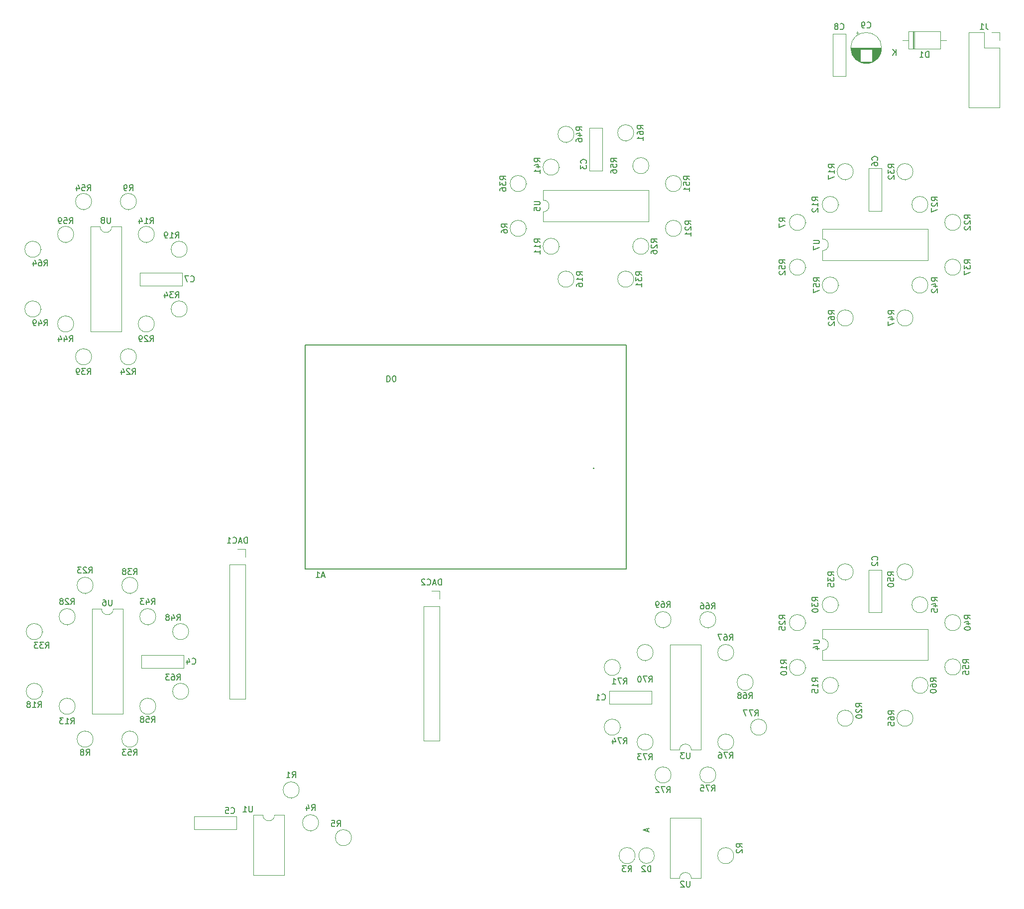
<source format=gbr>
%TF.GenerationSoftware,KiCad,Pcbnew,7.0.7*%
%TF.CreationDate,2024-07-17T17:06:10+10:00*%
%TF.ProjectId,MIDIAutomationSequencerPROC,4d494449-4175-4746-9f6d-6174696f6e53,rev?*%
%TF.SameCoordinates,Original*%
%TF.FileFunction,Legend,Bot*%
%TF.FilePolarity,Positive*%
%FSLAX46Y46*%
G04 Gerber Fmt 4.6, Leading zero omitted, Abs format (unit mm)*
G04 Created by KiCad (PCBNEW 7.0.7) date 2024-07-17 17:06:10*
%MOMM*%
%LPD*%
G01*
G04 APERTURE LIST*
%ADD10C,0.150000*%
%ADD11C,0.120000*%
G04 APERTURE END LIST*
D10*
X205686819Y-206113142D02*
X205210628Y-205779809D01*
X205686819Y-205541714D02*
X204686819Y-205541714D01*
X204686819Y-205541714D02*
X204686819Y-205922666D01*
X204686819Y-205922666D02*
X204734438Y-206017904D01*
X204734438Y-206017904D02*
X204782057Y-206065523D01*
X204782057Y-206065523D02*
X204877295Y-206113142D01*
X204877295Y-206113142D02*
X205020152Y-206113142D01*
X205020152Y-206113142D02*
X205115390Y-206065523D01*
X205115390Y-206065523D02*
X205163009Y-206017904D01*
X205163009Y-206017904D02*
X205210628Y-205922666D01*
X205210628Y-205922666D02*
X205210628Y-205541714D01*
X205020152Y-206970285D02*
X205686819Y-206970285D01*
X204639200Y-206732190D02*
X205353485Y-206494095D01*
X205353485Y-206494095D02*
X205353485Y-207113142D01*
X204686819Y-207970285D02*
X204686819Y-207494095D01*
X204686819Y-207494095D02*
X205163009Y-207446476D01*
X205163009Y-207446476D02*
X205115390Y-207494095D01*
X205115390Y-207494095D02*
X205067771Y-207589333D01*
X205067771Y-207589333D02*
X205067771Y-207827428D01*
X205067771Y-207827428D02*
X205115390Y-207922666D01*
X205115390Y-207922666D02*
X205163009Y-207970285D01*
X205163009Y-207970285D02*
X205258247Y-208017904D01*
X205258247Y-208017904D02*
X205496342Y-208017904D01*
X205496342Y-208017904D02*
X205591580Y-207970285D01*
X205591580Y-207970285D02*
X205639200Y-207922666D01*
X205639200Y-207922666D02*
X205686819Y-207827428D01*
X205686819Y-207827428D02*
X205686819Y-207589333D01*
X205686819Y-207589333D02*
X205639200Y-207494095D01*
X205639200Y-207494095D02*
X205591580Y-207446476D01*
X205461819Y-219829142D02*
X204985628Y-219495809D01*
X205461819Y-219257714D02*
X204461819Y-219257714D01*
X204461819Y-219257714D02*
X204461819Y-219638666D01*
X204461819Y-219638666D02*
X204509438Y-219733904D01*
X204509438Y-219733904D02*
X204557057Y-219781523D01*
X204557057Y-219781523D02*
X204652295Y-219829142D01*
X204652295Y-219829142D02*
X204795152Y-219829142D01*
X204795152Y-219829142D02*
X204890390Y-219781523D01*
X204890390Y-219781523D02*
X204938009Y-219733904D01*
X204938009Y-219733904D02*
X204985628Y-219638666D01*
X204985628Y-219638666D02*
X204985628Y-219257714D01*
X204461819Y-220686285D02*
X204461819Y-220495809D01*
X204461819Y-220495809D02*
X204509438Y-220400571D01*
X204509438Y-220400571D02*
X204557057Y-220352952D01*
X204557057Y-220352952D02*
X204699914Y-220257714D01*
X204699914Y-220257714D02*
X204890390Y-220210095D01*
X204890390Y-220210095D02*
X205271342Y-220210095D01*
X205271342Y-220210095D02*
X205366580Y-220257714D01*
X205366580Y-220257714D02*
X205414200Y-220305333D01*
X205414200Y-220305333D02*
X205461819Y-220400571D01*
X205461819Y-220400571D02*
X205461819Y-220591047D01*
X205461819Y-220591047D02*
X205414200Y-220686285D01*
X205414200Y-220686285D02*
X205366580Y-220733904D01*
X205366580Y-220733904D02*
X205271342Y-220781523D01*
X205271342Y-220781523D02*
X205033247Y-220781523D01*
X205033247Y-220781523D02*
X204938009Y-220733904D01*
X204938009Y-220733904D02*
X204890390Y-220686285D01*
X204890390Y-220686285D02*
X204842771Y-220591047D01*
X204842771Y-220591047D02*
X204842771Y-220400571D01*
X204842771Y-220400571D02*
X204890390Y-220305333D01*
X204890390Y-220305333D02*
X204938009Y-220257714D01*
X204938009Y-220257714D02*
X205033247Y-220210095D01*
X204461819Y-221400571D02*
X204461819Y-221495809D01*
X204461819Y-221495809D02*
X204509438Y-221591047D01*
X204509438Y-221591047D02*
X204557057Y-221638666D01*
X204557057Y-221638666D02*
X204652295Y-221686285D01*
X204652295Y-221686285D02*
X204842771Y-221733904D01*
X204842771Y-221733904D02*
X205080866Y-221733904D01*
X205080866Y-221733904D02*
X205271342Y-221686285D01*
X205271342Y-221686285D02*
X205366580Y-221638666D01*
X205366580Y-221638666D02*
X205414200Y-221591047D01*
X205414200Y-221591047D02*
X205461819Y-221495809D01*
X205461819Y-221495809D02*
X205461819Y-221400571D01*
X205461819Y-221400571D02*
X205414200Y-221305333D01*
X205414200Y-221305333D02*
X205366580Y-221257714D01*
X205366580Y-221257714D02*
X205271342Y-221210095D01*
X205271342Y-221210095D02*
X205080866Y-221162476D01*
X205080866Y-221162476D02*
X204842771Y-221162476D01*
X204842771Y-221162476D02*
X204652295Y-221210095D01*
X204652295Y-221210095D02*
X204557057Y-221257714D01*
X204557057Y-221257714D02*
X204509438Y-221305333D01*
X204509438Y-221305333D02*
X204461819Y-221400571D01*
X188160819Y-157345142D02*
X187684628Y-157011809D01*
X188160819Y-156773714D02*
X187160819Y-156773714D01*
X187160819Y-156773714D02*
X187160819Y-157154666D01*
X187160819Y-157154666D02*
X187208438Y-157249904D01*
X187208438Y-157249904D02*
X187256057Y-157297523D01*
X187256057Y-157297523D02*
X187351295Y-157345142D01*
X187351295Y-157345142D02*
X187494152Y-157345142D01*
X187494152Y-157345142D02*
X187589390Y-157297523D01*
X187589390Y-157297523D02*
X187637009Y-157249904D01*
X187637009Y-157249904D02*
X187684628Y-157154666D01*
X187684628Y-157154666D02*
X187684628Y-156773714D01*
X187160819Y-158202285D02*
X187160819Y-158011809D01*
X187160819Y-158011809D02*
X187208438Y-157916571D01*
X187208438Y-157916571D02*
X187256057Y-157868952D01*
X187256057Y-157868952D02*
X187398914Y-157773714D01*
X187398914Y-157773714D02*
X187589390Y-157726095D01*
X187589390Y-157726095D02*
X187970342Y-157726095D01*
X187970342Y-157726095D02*
X188065580Y-157773714D01*
X188065580Y-157773714D02*
X188113200Y-157821333D01*
X188113200Y-157821333D02*
X188160819Y-157916571D01*
X188160819Y-157916571D02*
X188160819Y-158107047D01*
X188160819Y-158107047D02*
X188113200Y-158202285D01*
X188113200Y-158202285D02*
X188065580Y-158249904D01*
X188065580Y-158249904D02*
X187970342Y-158297523D01*
X187970342Y-158297523D02*
X187732247Y-158297523D01*
X187732247Y-158297523D02*
X187637009Y-158249904D01*
X187637009Y-158249904D02*
X187589390Y-158202285D01*
X187589390Y-158202285D02*
X187541771Y-158107047D01*
X187541771Y-158107047D02*
X187541771Y-157916571D01*
X187541771Y-157916571D02*
X187589390Y-157821333D01*
X187589390Y-157821333D02*
X187637009Y-157773714D01*
X187637009Y-157773714D02*
X187732247Y-157726095D01*
X187256057Y-158678476D02*
X187208438Y-158726095D01*
X187208438Y-158726095D02*
X187160819Y-158821333D01*
X187160819Y-158821333D02*
X187160819Y-159059428D01*
X187160819Y-159059428D02*
X187208438Y-159154666D01*
X187208438Y-159154666D02*
X187256057Y-159202285D01*
X187256057Y-159202285D02*
X187351295Y-159249904D01*
X187351295Y-159249904D02*
X187446533Y-159249904D01*
X187446533Y-159249904D02*
X187589390Y-159202285D01*
X187589390Y-159202285D02*
X188160819Y-158630857D01*
X188160819Y-158630857D02*
X188160819Y-159249904D01*
X156598857Y-233118819D02*
X156932190Y-232642628D01*
X157170285Y-233118819D02*
X157170285Y-232118819D01*
X157170285Y-232118819D02*
X156789333Y-232118819D01*
X156789333Y-232118819D02*
X156694095Y-232166438D01*
X156694095Y-232166438D02*
X156646476Y-232214057D01*
X156646476Y-232214057D02*
X156598857Y-232309295D01*
X156598857Y-232309295D02*
X156598857Y-232452152D01*
X156598857Y-232452152D02*
X156646476Y-232547390D01*
X156646476Y-232547390D02*
X156694095Y-232595009D01*
X156694095Y-232595009D02*
X156789333Y-232642628D01*
X156789333Y-232642628D02*
X157170285Y-232642628D01*
X156265523Y-232118819D02*
X155598857Y-232118819D01*
X155598857Y-232118819D02*
X156027428Y-233118819D01*
X155313142Y-232118819D02*
X154694095Y-232118819D01*
X154694095Y-232118819D02*
X155027428Y-232499771D01*
X155027428Y-232499771D02*
X154884571Y-232499771D01*
X154884571Y-232499771D02*
X154789333Y-232547390D01*
X154789333Y-232547390D02*
X154741714Y-232595009D01*
X154741714Y-232595009D02*
X154694095Y-232690247D01*
X154694095Y-232690247D02*
X154694095Y-232928342D01*
X154694095Y-232928342D02*
X154741714Y-233023580D01*
X154741714Y-233023580D02*
X154789333Y-233071200D01*
X154789333Y-233071200D02*
X154884571Y-233118819D01*
X154884571Y-233118819D02*
X155170285Y-233118819D01*
X155170285Y-233118819D02*
X155265523Y-233071200D01*
X155265523Y-233071200D02*
X155313142Y-233023580D01*
X211020819Y-216701142D02*
X210544628Y-216367809D01*
X211020819Y-216129714D02*
X210020819Y-216129714D01*
X210020819Y-216129714D02*
X210020819Y-216510666D01*
X210020819Y-216510666D02*
X210068438Y-216605904D01*
X210068438Y-216605904D02*
X210116057Y-216653523D01*
X210116057Y-216653523D02*
X210211295Y-216701142D01*
X210211295Y-216701142D02*
X210354152Y-216701142D01*
X210354152Y-216701142D02*
X210449390Y-216653523D01*
X210449390Y-216653523D02*
X210497009Y-216605904D01*
X210497009Y-216605904D02*
X210544628Y-216510666D01*
X210544628Y-216510666D02*
X210544628Y-216129714D01*
X210020819Y-217605904D02*
X210020819Y-217129714D01*
X210020819Y-217129714D02*
X210497009Y-217082095D01*
X210497009Y-217082095D02*
X210449390Y-217129714D01*
X210449390Y-217129714D02*
X210401771Y-217224952D01*
X210401771Y-217224952D02*
X210401771Y-217463047D01*
X210401771Y-217463047D02*
X210449390Y-217558285D01*
X210449390Y-217558285D02*
X210497009Y-217605904D01*
X210497009Y-217605904D02*
X210592247Y-217653523D01*
X210592247Y-217653523D02*
X210830342Y-217653523D01*
X210830342Y-217653523D02*
X210925580Y-217605904D01*
X210925580Y-217605904D02*
X210973200Y-217558285D01*
X210973200Y-217558285D02*
X211020819Y-217463047D01*
X211020819Y-217463047D02*
X211020819Y-217224952D01*
X211020819Y-217224952D02*
X210973200Y-217129714D01*
X210973200Y-217129714D02*
X210925580Y-217082095D01*
X210020819Y-218558285D02*
X210020819Y-218082095D01*
X210020819Y-218082095D02*
X210497009Y-218034476D01*
X210497009Y-218034476D02*
X210449390Y-218082095D01*
X210449390Y-218082095D02*
X210401771Y-218177333D01*
X210401771Y-218177333D02*
X210401771Y-218415428D01*
X210401771Y-218415428D02*
X210449390Y-218510666D01*
X210449390Y-218510666D02*
X210497009Y-218558285D01*
X210497009Y-218558285D02*
X210592247Y-218605904D01*
X210592247Y-218605904D02*
X210830342Y-218605904D01*
X210830342Y-218605904D02*
X210925580Y-218558285D01*
X210925580Y-218558285D02*
X210973200Y-218510666D01*
X210973200Y-218510666D02*
X211020819Y-218415428D01*
X211020819Y-218415428D02*
X211020819Y-218177333D01*
X211020819Y-218177333D02*
X210973200Y-218082095D01*
X210973200Y-218082095D02*
X210925580Y-218034476D01*
X61348857Y-201368819D02*
X61682190Y-200892628D01*
X61920285Y-201368819D02*
X61920285Y-200368819D01*
X61920285Y-200368819D02*
X61539333Y-200368819D01*
X61539333Y-200368819D02*
X61444095Y-200416438D01*
X61444095Y-200416438D02*
X61396476Y-200464057D01*
X61396476Y-200464057D02*
X61348857Y-200559295D01*
X61348857Y-200559295D02*
X61348857Y-200702152D01*
X61348857Y-200702152D02*
X61396476Y-200797390D01*
X61396476Y-200797390D02*
X61444095Y-200845009D01*
X61444095Y-200845009D02*
X61539333Y-200892628D01*
X61539333Y-200892628D02*
X61920285Y-200892628D01*
X60967904Y-200464057D02*
X60920285Y-200416438D01*
X60920285Y-200416438D02*
X60825047Y-200368819D01*
X60825047Y-200368819D02*
X60586952Y-200368819D01*
X60586952Y-200368819D02*
X60491714Y-200416438D01*
X60491714Y-200416438D02*
X60444095Y-200464057D01*
X60444095Y-200464057D02*
X60396476Y-200559295D01*
X60396476Y-200559295D02*
X60396476Y-200654533D01*
X60396476Y-200654533D02*
X60444095Y-200797390D01*
X60444095Y-200797390D02*
X61015523Y-201368819D01*
X61015523Y-201368819D02*
X60396476Y-201368819D01*
X60063142Y-200368819D02*
X59444095Y-200368819D01*
X59444095Y-200368819D02*
X59777428Y-200749771D01*
X59777428Y-200749771D02*
X59634571Y-200749771D01*
X59634571Y-200749771D02*
X59539333Y-200797390D01*
X59539333Y-200797390D02*
X59491714Y-200845009D01*
X59491714Y-200845009D02*
X59444095Y-200940247D01*
X59444095Y-200940247D02*
X59444095Y-201178342D01*
X59444095Y-201178342D02*
X59491714Y-201273580D01*
X59491714Y-201273580D02*
X59539333Y-201321200D01*
X59539333Y-201321200D02*
X59634571Y-201368819D01*
X59634571Y-201368819D02*
X59920285Y-201368819D01*
X59920285Y-201368819D02*
X60015523Y-201321200D01*
X60015523Y-201321200D02*
X60063142Y-201273580D01*
X179778819Y-148709142D02*
X179302628Y-148375809D01*
X179778819Y-148137714D02*
X178778819Y-148137714D01*
X178778819Y-148137714D02*
X178778819Y-148518666D01*
X178778819Y-148518666D02*
X178826438Y-148613904D01*
X178826438Y-148613904D02*
X178874057Y-148661523D01*
X178874057Y-148661523D02*
X178969295Y-148709142D01*
X178969295Y-148709142D02*
X179112152Y-148709142D01*
X179112152Y-148709142D02*
X179207390Y-148661523D01*
X179207390Y-148661523D02*
X179255009Y-148613904D01*
X179255009Y-148613904D02*
X179302628Y-148518666D01*
X179302628Y-148518666D02*
X179302628Y-148137714D01*
X178778819Y-149613904D02*
X178778819Y-149137714D01*
X178778819Y-149137714D02*
X179255009Y-149090095D01*
X179255009Y-149090095D02*
X179207390Y-149137714D01*
X179207390Y-149137714D02*
X179159771Y-149232952D01*
X179159771Y-149232952D02*
X179159771Y-149471047D01*
X179159771Y-149471047D02*
X179207390Y-149566285D01*
X179207390Y-149566285D02*
X179255009Y-149613904D01*
X179255009Y-149613904D02*
X179350247Y-149661523D01*
X179350247Y-149661523D02*
X179588342Y-149661523D01*
X179588342Y-149661523D02*
X179683580Y-149613904D01*
X179683580Y-149613904D02*
X179731200Y-149566285D01*
X179731200Y-149566285D02*
X179778819Y-149471047D01*
X179778819Y-149471047D02*
X179778819Y-149232952D01*
X179778819Y-149232952D02*
X179731200Y-149137714D01*
X179731200Y-149137714D02*
X179683580Y-149090095D01*
X178874057Y-150042476D02*
X178826438Y-150090095D01*
X178826438Y-150090095D02*
X178778819Y-150185333D01*
X178778819Y-150185333D02*
X178778819Y-150423428D01*
X178778819Y-150423428D02*
X178826438Y-150518666D01*
X178826438Y-150518666D02*
X178874057Y-150566285D01*
X178874057Y-150566285D02*
X178969295Y-150613904D01*
X178969295Y-150613904D02*
X179064533Y-150613904D01*
X179064533Y-150613904D02*
X179207390Y-150566285D01*
X179207390Y-150566285D02*
X179778819Y-149994857D01*
X179778819Y-149994857D02*
X179778819Y-150613904D01*
X101425285Y-201845104D02*
X100949095Y-201845104D01*
X101520523Y-202130819D02*
X101187190Y-201130819D01*
X101187190Y-201130819D02*
X100853857Y-202130819D01*
X99996714Y-202130819D02*
X100568142Y-202130819D01*
X100282428Y-202130819D02*
X100282428Y-201130819D01*
X100282428Y-201130819D02*
X100377666Y-201273676D01*
X100377666Y-201273676D02*
X100472904Y-201368914D01*
X100472904Y-201368914D02*
X100568142Y-201416533D01*
X147192999Y-183493580D02*
X147145380Y-183541200D01*
X147145380Y-183541200D02*
X147192999Y-183588819D01*
X147192999Y-183588819D02*
X147240618Y-183541200D01*
X147240618Y-183541200D02*
X147192999Y-183493580D01*
X147192999Y-183493580D02*
X147192999Y-183588819D01*
X112037905Y-167820180D02*
X112037905Y-168820180D01*
X112037905Y-168820180D02*
X112276000Y-168820180D01*
X112276000Y-168820180D02*
X112418857Y-168772561D01*
X112418857Y-168772561D02*
X112514095Y-168677323D01*
X112514095Y-168677323D02*
X112561714Y-168582085D01*
X112561714Y-168582085D02*
X112609333Y-168391609D01*
X112609333Y-168391609D02*
X112609333Y-168248752D01*
X112609333Y-168248752D02*
X112561714Y-168058276D01*
X112561714Y-168058276D02*
X112514095Y-167963038D01*
X112514095Y-167963038D02*
X112418857Y-167867800D01*
X112418857Y-167867800D02*
X112276000Y-167820180D01*
X112276000Y-167820180D02*
X112037905Y-167820180D01*
X113228381Y-168820180D02*
X113323619Y-168820180D01*
X113323619Y-168820180D02*
X113418857Y-168772561D01*
X113418857Y-168772561D02*
X113466476Y-168724942D01*
X113466476Y-168724942D02*
X113514095Y-168629704D01*
X113514095Y-168629704D02*
X113561714Y-168439228D01*
X113561714Y-168439228D02*
X113561714Y-168201133D01*
X113561714Y-168201133D02*
X113514095Y-168010657D01*
X113514095Y-168010657D02*
X113466476Y-167915419D01*
X113466476Y-167915419D02*
X113418857Y-167867800D01*
X113418857Y-167867800D02*
X113323619Y-167820180D01*
X113323619Y-167820180D02*
X113228381Y-167820180D01*
X113228381Y-167820180D02*
X113133143Y-167867800D01*
X113133143Y-167867800D02*
X113085524Y-167915419D01*
X113085524Y-167915419D02*
X113037905Y-168010657D01*
X113037905Y-168010657D02*
X112990286Y-168201133D01*
X112990286Y-168201133D02*
X112990286Y-168439228D01*
X112990286Y-168439228D02*
X113037905Y-168629704D01*
X113037905Y-168629704D02*
X113085524Y-168724942D01*
X113085524Y-168724942D02*
X113133143Y-168772561D01*
X113133143Y-168772561D02*
X113228381Y-168820180D01*
X188076819Y-201795142D02*
X187600628Y-201461809D01*
X188076819Y-201223714D02*
X187076819Y-201223714D01*
X187076819Y-201223714D02*
X187076819Y-201604666D01*
X187076819Y-201604666D02*
X187124438Y-201699904D01*
X187124438Y-201699904D02*
X187172057Y-201747523D01*
X187172057Y-201747523D02*
X187267295Y-201795142D01*
X187267295Y-201795142D02*
X187410152Y-201795142D01*
X187410152Y-201795142D02*
X187505390Y-201747523D01*
X187505390Y-201747523D02*
X187553009Y-201699904D01*
X187553009Y-201699904D02*
X187600628Y-201604666D01*
X187600628Y-201604666D02*
X187600628Y-201223714D01*
X187076819Y-202128476D02*
X187076819Y-202747523D01*
X187076819Y-202747523D02*
X187457771Y-202414190D01*
X187457771Y-202414190D02*
X187457771Y-202557047D01*
X187457771Y-202557047D02*
X187505390Y-202652285D01*
X187505390Y-202652285D02*
X187553009Y-202699904D01*
X187553009Y-202699904D02*
X187648247Y-202747523D01*
X187648247Y-202747523D02*
X187886342Y-202747523D01*
X187886342Y-202747523D02*
X187981580Y-202699904D01*
X187981580Y-202699904D02*
X188029200Y-202652285D01*
X188029200Y-202652285D02*
X188076819Y-202557047D01*
X188076819Y-202557047D02*
X188076819Y-202271333D01*
X188076819Y-202271333D02*
X188029200Y-202176095D01*
X188029200Y-202176095D02*
X187981580Y-202128476D01*
X187076819Y-203652285D02*
X187076819Y-203176095D01*
X187076819Y-203176095D02*
X187553009Y-203128476D01*
X187553009Y-203128476D02*
X187505390Y-203176095D01*
X187505390Y-203176095D02*
X187457771Y-203271333D01*
X187457771Y-203271333D02*
X187457771Y-203509428D01*
X187457771Y-203509428D02*
X187505390Y-203604666D01*
X187505390Y-203604666D02*
X187553009Y-203652285D01*
X187553009Y-203652285D02*
X187648247Y-203699904D01*
X187648247Y-203699904D02*
X187886342Y-203699904D01*
X187886342Y-203699904D02*
X187981580Y-203652285D01*
X187981580Y-203652285D02*
X188029200Y-203604666D01*
X188029200Y-203604666D02*
X188076819Y-203509428D01*
X188076819Y-203509428D02*
X188076819Y-203271333D01*
X188076819Y-203271333D02*
X188029200Y-203176095D01*
X188029200Y-203176095D02*
X187981580Y-203128476D01*
X89153904Y-241008819D02*
X89153904Y-241818342D01*
X89153904Y-241818342D02*
X89106285Y-241913580D01*
X89106285Y-241913580D02*
X89058666Y-241961200D01*
X89058666Y-241961200D02*
X88963428Y-242008819D01*
X88963428Y-242008819D02*
X88772952Y-242008819D01*
X88772952Y-242008819D02*
X88677714Y-241961200D01*
X88677714Y-241961200D02*
X88630095Y-241913580D01*
X88630095Y-241913580D02*
X88582476Y-241818342D01*
X88582476Y-241818342D02*
X88582476Y-241008819D01*
X87582476Y-242008819D02*
X88153904Y-242008819D01*
X87868190Y-242008819D02*
X87868190Y-241008819D01*
X87868190Y-241008819D02*
X87963428Y-241151676D01*
X87963428Y-241151676D02*
X88058666Y-241246914D01*
X88058666Y-241246914D02*
X88153904Y-241294533D01*
X132534819Y-142581333D02*
X132058628Y-142248000D01*
X132534819Y-142009905D02*
X131534819Y-142009905D01*
X131534819Y-142009905D02*
X131534819Y-142390857D01*
X131534819Y-142390857D02*
X131582438Y-142486095D01*
X131582438Y-142486095D02*
X131630057Y-142533714D01*
X131630057Y-142533714D02*
X131725295Y-142581333D01*
X131725295Y-142581333D02*
X131868152Y-142581333D01*
X131868152Y-142581333D02*
X131963390Y-142533714D01*
X131963390Y-142533714D02*
X132011009Y-142486095D01*
X132011009Y-142486095D02*
X132058628Y-142390857D01*
X132058628Y-142390857D02*
X132058628Y-142009905D01*
X131534819Y-143438476D02*
X131534819Y-143248000D01*
X131534819Y-143248000D02*
X131582438Y-143152762D01*
X131582438Y-143152762D02*
X131630057Y-143105143D01*
X131630057Y-143105143D02*
X131772914Y-143009905D01*
X131772914Y-143009905D02*
X131963390Y-142962286D01*
X131963390Y-142962286D02*
X132344342Y-142962286D01*
X132344342Y-142962286D02*
X132439580Y-143009905D01*
X132439580Y-143009905D02*
X132487200Y-143057524D01*
X132487200Y-143057524D02*
X132534819Y-143152762D01*
X132534819Y-143152762D02*
X132534819Y-143343238D01*
X132534819Y-143343238D02*
X132487200Y-143438476D01*
X132487200Y-143438476D02*
X132439580Y-143486095D01*
X132439580Y-143486095D02*
X132344342Y-143533714D01*
X132344342Y-143533714D02*
X132106247Y-143533714D01*
X132106247Y-143533714D02*
X132011009Y-143486095D01*
X132011009Y-143486095D02*
X131963390Y-143438476D01*
X131963390Y-143438476D02*
X131915771Y-143343238D01*
X131915771Y-143343238D02*
X131915771Y-143152762D01*
X131915771Y-143152762D02*
X131963390Y-143057524D01*
X131963390Y-143057524D02*
X132011009Y-143009905D01*
X132011009Y-143009905D02*
X132106247Y-142962286D01*
X193714666Y-108563580D02*
X193762285Y-108611200D01*
X193762285Y-108611200D02*
X193905142Y-108658819D01*
X193905142Y-108658819D02*
X194000380Y-108658819D01*
X194000380Y-108658819D02*
X194143237Y-108611200D01*
X194143237Y-108611200D02*
X194238475Y-108515961D01*
X194238475Y-108515961D02*
X194286094Y-108420723D01*
X194286094Y-108420723D02*
X194333713Y-108230247D01*
X194333713Y-108230247D02*
X194333713Y-108087390D01*
X194333713Y-108087390D02*
X194286094Y-107896914D01*
X194286094Y-107896914D02*
X194238475Y-107801676D01*
X194238475Y-107801676D02*
X194143237Y-107706438D01*
X194143237Y-107706438D02*
X194000380Y-107658819D01*
X194000380Y-107658819D02*
X193905142Y-107658819D01*
X193905142Y-107658819D02*
X193762285Y-107706438D01*
X193762285Y-107706438D02*
X193714666Y-107754057D01*
X193238475Y-108658819D02*
X193047999Y-108658819D01*
X193047999Y-108658819D02*
X192952761Y-108611200D01*
X192952761Y-108611200D02*
X192905142Y-108563580D01*
X192905142Y-108563580D02*
X192809904Y-108420723D01*
X192809904Y-108420723D02*
X192762285Y-108230247D01*
X192762285Y-108230247D02*
X192762285Y-107849295D01*
X192762285Y-107849295D02*
X192809904Y-107754057D01*
X192809904Y-107754057D02*
X192857523Y-107706438D01*
X192857523Y-107706438D02*
X192952761Y-107658819D01*
X192952761Y-107658819D02*
X193143237Y-107658819D01*
X193143237Y-107658819D02*
X193238475Y-107706438D01*
X193238475Y-107706438D02*
X193286094Y-107754057D01*
X193286094Y-107754057D02*
X193333713Y-107849295D01*
X193333713Y-107849295D02*
X193333713Y-108087390D01*
X193333713Y-108087390D02*
X193286094Y-108182628D01*
X193286094Y-108182628D02*
X193238475Y-108230247D01*
X193238475Y-108230247D02*
X193143237Y-108277866D01*
X193143237Y-108277866D02*
X192952761Y-108277866D01*
X192952761Y-108277866D02*
X192857523Y-108230247D01*
X192857523Y-108230247D02*
X192809904Y-108182628D01*
X192809904Y-108182628D02*
X192762285Y-108087390D01*
X71762857Y-161998819D02*
X72096190Y-161522628D01*
X72334285Y-161998819D02*
X72334285Y-160998819D01*
X72334285Y-160998819D02*
X71953333Y-160998819D01*
X71953333Y-160998819D02*
X71858095Y-161046438D01*
X71858095Y-161046438D02*
X71810476Y-161094057D01*
X71810476Y-161094057D02*
X71762857Y-161189295D01*
X71762857Y-161189295D02*
X71762857Y-161332152D01*
X71762857Y-161332152D02*
X71810476Y-161427390D01*
X71810476Y-161427390D02*
X71858095Y-161475009D01*
X71858095Y-161475009D02*
X71953333Y-161522628D01*
X71953333Y-161522628D02*
X72334285Y-161522628D01*
X71381904Y-161094057D02*
X71334285Y-161046438D01*
X71334285Y-161046438D02*
X71239047Y-160998819D01*
X71239047Y-160998819D02*
X71000952Y-160998819D01*
X71000952Y-160998819D02*
X70905714Y-161046438D01*
X70905714Y-161046438D02*
X70858095Y-161094057D01*
X70858095Y-161094057D02*
X70810476Y-161189295D01*
X70810476Y-161189295D02*
X70810476Y-161284533D01*
X70810476Y-161284533D02*
X70858095Y-161427390D01*
X70858095Y-161427390D02*
X71429523Y-161998819D01*
X71429523Y-161998819D02*
X70810476Y-161998819D01*
X70334285Y-161998819D02*
X70143809Y-161998819D01*
X70143809Y-161998819D02*
X70048571Y-161951200D01*
X70048571Y-161951200D02*
X70000952Y-161903580D01*
X70000952Y-161903580D02*
X69905714Y-161760723D01*
X69905714Y-161760723D02*
X69858095Y-161570247D01*
X69858095Y-161570247D02*
X69858095Y-161189295D01*
X69858095Y-161189295D02*
X69905714Y-161094057D01*
X69905714Y-161094057D02*
X69953333Y-161046438D01*
X69953333Y-161046438D02*
X70048571Y-160998819D01*
X70048571Y-160998819D02*
X70239047Y-160998819D01*
X70239047Y-160998819D02*
X70334285Y-161046438D01*
X70334285Y-161046438D02*
X70381904Y-161094057D01*
X70381904Y-161094057D02*
X70429523Y-161189295D01*
X70429523Y-161189295D02*
X70429523Y-161427390D01*
X70429523Y-161427390D02*
X70381904Y-161522628D01*
X70381904Y-161522628D02*
X70334285Y-161570247D01*
X70334285Y-161570247D02*
X70239047Y-161617866D01*
X70239047Y-161617866D02*
X70048571Y-161617866D01*
X70048571Y-161617866D02*
X69953333Y-161570247D01*
X69953333Y-161570247D02*
X69905714Y-161522628D01*
X69905714Y-161522628D02*
X69858095Y-161427390D01*
X195431580Y-199143333D02*
X195479200Y-199095714D01*
X195479200Y-199095714D02*
X195526819Y-198952857D01*
X195526819Y-198952857D02*
X195526819Y-198857619D01*
X195526819Y-198857619D02*
X195479200Y-198714762D01*
X195479200Y-198714762D02*
X195383961Y-198619524D01*
X195383961Y-198619524D02*
X195288723Y-198571905D01*
X195288723Y-198571905D02*
X195098247Y-198524286D01*
X195098247Y-198524286D02*
X194955390Y-198524286D01*
X194955390Y-198524286D02*
X194764914Y-198571905D01*
X194764914Y-198571905D02*
X194669676Y-198619524D01*
X194669676Y-198619524D02*
X194574438Y-198714762D01*
X194574438Y-198714762D02*
X194526819Y-198857619D01*
X194526819Y-198857619D02*
X194526819Y-198952857D01*
X194526819Y-198952857D02*
X194574438Y-199095714D01*
X194574438Y-199095714D02*
X194622057Y-199143333D01*
X194622057Y-199524286D02*
X194574438Y-199571905D01*
X194574438Y-199571905D02*
X194526819Y-199667143D01*
X194526819Y-199667143D02*
X194526819Y-199905238D01*
X194526819Y-199905238D02*
X194574438Y-200000476D01*
X194574438Y-200000476D02*
X194622057Y-200048095D01*
X194622057Y-200048095D02*
X194717295Y-200095714D01*
X194717295Y-200095714D02*
X194812533Y-200095714D01*
X194812533Y-200095714D02*
X194955390Y-200048095D01*
X194955390Y-200048095D02*
X195526819Y-199476667D01*
X195526819Y-199476667D02*
X195526819Y-200095714D01*
X137078819Y-138176095D02*
X137888342Y-138176095D01*
X137888342Y-138176095D02*
X137983580Y-138223714D01*
X137983580Y-138223714D02*
X138031200Y-138271333D01*
X138031200Y-138271333D02*
X138078819Y-138366571D01*
X138078819Y-138366571D02*
X138078819Y-138557047D01*
X138078819Y-138557047D02*
X138031200Y-138652285D01*
X138031200Y-138652285D02*
X137983580Y-138699904D01*
X137983580Y-138699904D02*
X137888342Y-138747523D01*
X137888342Y-138747523D02*
X137078819Y-138747523D01*
X137078819Y-139699904D02*
X137078819Y-139223714D01*
X137078819Y-139223714D02*
X137555009Y-139176095D01*
X137555009Y-139176095D02*
X137507390Y-139223714D01*
X137507390Y-139223714D02*
X137459771Y-139318952D01*
X137459771Y-139318952D02*
X137459771Y-139557047D01*
X137459771Y-139557047D02*
X137507390Y-139652285D01*
X137507390Y-139652285D02*
X137555009Y-139699904D01*
X137555009Y-139699904D02*
X137650247Y-139747523D01*
X137650247Y-139747523D02*
X137888342Y-139747523D01*
X137888342Y-139747523D02*
X137983580Y-139699904D01*
X137983580Y-139699904D02*
X138031200Y-139652285D01*
X138031200Y-139652285D02*
X138078819Y-139557047D01*
X138078819Y-139557047D02*
X138078819Y-139318952D01*
X138078819Y-139318952D02*
X138031200Y-139223714D01*
X138031200Y-139223714D02*
X137983580Y-139176095D01*
X159646857Y-238706819D02*
X159980190Y-238230628D01*
X160218285Y-238706819D02*
X160218285Y-237706819D01*
X160218285Y-237706819D02*
X159837333Y-237706819D01*
X159837333Y-237706819D02*
X159742095Y-237754438D01*
X159742095Y-237754438D02*
X159694476Y-237802057D01*
X159694476Y-237802057D02*
X159646857Y-237897295D01*
X159646857Y-237897295D02*
X159646857Y-238040152D01*
X159646857Y-238040152D02*
X159694476Y-238135390D01*
X159694476Y-238135390D02*
X159742095Y-238183009D01*
X159742095Y-238183009D02*
X159837333Y-238230628D01*
X159837333Y-238230628D02*
X160218285Y-238230628D01*
X159313523Y-237706819D02*
X158646857Y-237706819D01*
X158646857Y-237706819D02*
X159075428Y-238706819D01*
X158313523Y-237802057D02*
X158265904Y-237754438D01*
X158265904Y-237754438D02*
X158170666Y-237706819D01*
X158170666Y-237706819D02*
X157932571Y-237706819D01*
X157932571Y-237706819D02*
X157837333Y-237754438D01*
X157837333Y-237754438D02*
X157789714Y-237802057D01*
X157789714Y-237802057D02*
X157742095Y-237897295D01*
X157742095Y-237897295D02*
X157742095Y-237992533D01*
X157742095Y-237992533D02*
X157789714Y-238135390D01*
X157789714Y-238135390D02*
X158361142Y-238706819D01*
X158361142Y-238706819D02*
X157742095Y-238706819D01*
X173616857Y-222704819D02*
X173950190Y-222228628D01*
X174188285Y-222704819D02*
X174188285Y-221704819D01*
X174188285Y-221704819D02*
X173807333Y-221704819D01*
X173807333Y-221704819D02*
X173712095Y-221752438D01*
X173712095Y-221752438D02*
X173664476Y-221800057D01*
X173664476Y-221800057D02*
X173616857Y-221895295D01*
X173616857Y-221895295D02*
X173616857Y-222038152D01*
X173616857Y-222038152D02*
X173664476Y-222133390D01*
X173664476Y-222133390D02*
X173712095Y-222181009D01*
X173712095Y-222181009D02*
X173807333Y-222228628D01*
X173807333Y-222228628D02*
X174188285Y-222228628D01*
X172759714Y-221704819D02*
X172950190Y-221704819D01*
X172950190Y-221704819D02*
X173045428Y-221752438D01*
X173045428Y-221752438D02*
X173093047Y-221800057D01*
X173093047Y-221800057D02*
X173188285Y-221942914D01*
X173188285Y-221942914D02*
X173235904Y-222133390D01*
X173235904Y-222133390D02*
X173235904Y-222514342D01*
X173235904Y-222514342D02*
X173188285Y-222609580D01*
X173188285Y-222609580D02*
X173140666Y-222657200D01*
X173140666Y-222657200D02*
X173045428Y-222704819D01*
X173045428Y-222704819D02*
X172854952Y-222704819D01*
X172854952Y-222704819D02*
X172759714Y-222657200D01*
X172759714Y-222657200D02*
X172712095Y-222609580D01*
X172712095Y-222609580D02*
X172664476Y-222514342D01*
X172664476Y-222514342D02*
X172664476Y-222276247D01*
X172664476Y-222276247D02*
X172712095Y-222181009D01*
X172712095Y-222181009D02*
X172759714Y-222133390D01*
X172759714Y-222133390D02*
X172854952Y-222085771D01*
X172854952Y-222085771D02*
X173045428Y-222085771D01*
X173045428Y-222085771D02*
X173140666Y-222133390D01*
X173140666Y-222133390D02*
X173188285Y-222181009D01*
X173188285Y-222181009D02*
X173235904Y-222276247D01*
X172093047Y-222133390D02*
X172188285Y-222085771D01*
X172188285Y-222085771D02*
X172235904Y-222038152D01*
X172235904Y-222038152D02*
X172283523Y-221942914D01*
X172283523Y-221942914D02*
X172283523Y-221895295D01*
X172283523Y-221895295D02*
X172235904Y-221800057D01*
X172235904Y-221800057D02*
X172188285Y-221752438D01*
X172188285Y-221752438D02*
X172093047Y-221704819D01*
X172093047Y-221704819D02*
X171902571Y-221704819D01*
X171902571Y-221704819D02*
X171807333Y-221752438D01*
X171807333Y-221752438D02*
X171759714Y-221800057D01*
X171759714Y-221800057D02*
X171712095Y-221895295D01*
X171712095Y-221895295D02*
X171712095Y-221942914D01*
X171712095Y-221942914D02*
X171759714Y-222038152D01*
X171759714Y-222038152D02*
X171807333Y-222085771D01*
X171807333Y-222085771D02*
X171902571Y-222133390D01*
X171902571Y-222133390D02*
X172093047Y-222133390D01*
X172093047Y-222133390D02*
X172188285Y-222181009D01*
X172188285Y-222181009D02*
X172235904Y-222228628D01*
X172235904Y-222228628D02*
X172283523Y-222323866D01*
X172283523Y-222323866D02*
X172283523Y-222514342D01*
X172283523Y-222514342D02*
X172235904Y-222609580D01*
X172235904Y-222609580D02*
X172188285Y-222657200D01*
X172188285Y-222657200D02*
X172093047Y-222704819D01*
X172093047Y-222704819D02*
X171902571Y-222704819D01*
X171902571Y-222704819D02*
X171807333Y-222657200D01*
X171807333Y-222657200D02*
X171759714Y-222609580D01*
X171759714Y-222609580D02*
X171712095Y-222514342D01*
X171712095Y-222514342D02*
X171712095Y-222323866D01*
X171712095Y-222323866D02*
X171759714Y-222228628D01*
X171759714Y-222228628D02*
X171807333Y-222181009D01*
X171807333Y-222181009D02*
X171902571Y-222133390D01*
X170314857Y-232864819D02*
X170648190Y-232388628D01*
X170886285Y-232864819D02*
X170886285Y-231864819D01*
X170886285Y-231864819D02*
X170505333Y-231864819D01*
X170505333Y-231864819D02*
X170410095Y-231912438D01*
X170410095Y-231912438D02*
X170362476Y-231960057D01*
X170362476Y-231960057D02*
X170314857Y-232055295D01*
X170314857Y-232055295D02*
X170314857Y-232198152D01*
X170314857Y-232198152D02*
X170362476Y-232293390D01*
X170362476Y-232293390D02*
X170410095Y-232341009D01*
X170410095Y-232341009D02*
X170505333Y-232388628D01*
X170505333Y-232388628D02*
X170886285Y-232388628D01*
X169981523Y-231864819D02*
X169314857Y-231864819D01*
X169314857Y-231864819D02*
X169743428Y-232864819D01*
X168505333Y-231864819D02*
X168695809Y-231864819D01*
X168695809Y-231864819D02*
X168791047Y-231912438D01*
X168791047Y-231912438D02*
X168838666Y-231960057D01*
X168838666Y-231960057D02*
X168933904Y-232102914D01*
X168933904Y-232102914D02*
X168981523Y-232293390D01*
X168981523Y-232293390D02*
X168981523Y-232674342D01*
X168981523Y-232674342D02*
X168933904Y-232769580D01*
X168933904Y-232769580D02*
X168886285Y-232817200D01*
X168886285Y-232817200D02*
X168791047Y-232864819D01*
X168791047Y-232864819D02*
X168600571Y-232864819D01*
X168600571Y-232864819D02*
X168505333Y-232817200D01*
X168505333Y-232817200D02*
X168457714Y-232769580D01*
X168457714Y-232769580D02*
X168410095Y-232674342D01*
X168410095Y-232674342D02*
X168410095Y-232436247D01*
X168410095Y-232436247D02*
X168457714Y-232341009D01*
X168457714Y-232341009D02*
X168505333Y-232293390D01*
X168505333Y-232293390D02*
X168600571Y-232245771D01*
X168600571Y-232245771D02*
X168791047Y-232245771D01*
X168791047Y-232245771D02*
X168886285Y-232293390D01*
X168886285Y-232293390D02*
X168933904Y-232341009D01*
X168933904Y-232341009D02*
X168981523Y-232436247D01*
X185620819Y-151757142D02*
X185144628Y-151423809D01*
X185620819Y-151185714D02*
X184620819Y-151185714D01*
X184620819Y-151185714D02*
X184620819Y-151566666D01*
X184620819Y-151566666D02*
X184668438Y-151661904D01*
X184668438Y-151661904D02*
X184716057Y-151709523D01*
X184716057Y-151709523D02*
X184811295Y-151757142D01*
X184811295Y-151757142D02*
X184954152Y-151757142D01*
X184954152Y-151757142D02*
X185049390Y-151709523D01*
X185049390Y-151709523D02*
X185097009Y-151661904D01*
X185097009Y-151661904D02*
X185144628Y-151566666D01*
X185144628Y-151566666D02*
X185144628Y-151185714D01*
X184620819Y-152661904D02*
X184620819Y-152185714D01*
X184620819Y-152185714D02*
X185097009Y-152138095D01*
X185097009Y-152138095D02*
X185049390Y-152185714D01*
X185049390Y-152185714D02*
X185001771Y-152280952D01*
X185001771Y-152280952D02*
X185001771Y-152519047D01*
X185001771Y-152519047D02*
X185049390Y-152614285D01*
X185049390Y-152614285D02*
X185097009Y-152661904D01*
X185097009Y-152661904D02*
X185192247Y-152709523D01*
X185192247Y-152709523D02*
X185430342Y-152709523D01*
X185430342Y-152709523D02*
X185525580Y-152661904D01*
X185525580Y-152661904D02*
X185573200Y-152614285D01*
X185573200Y-152614285D02*
X185620819Y-152519047D01*
X185620819Y-152519047D02*
X185620819Y-152280952D01*
X185620819Y-152280952D02*
X185573200Y-152185714D01*
X185573200Y-152185714D02*
X185525580Y-152138095D01*
X184620819Y-153042857D02*
X184620819Y-153709523D01*
X184620819Y-153709523D02*
X185620819Y-153280952D01*
X156938094Y-252168819D02*
X156938094Y-251168819D01*
X156938094Y-251168819D02*
X156699999Y-251168819D01*
X156699999Y-251168819D02*
X156557142Y-251216438D01*
X156557142Y-251216438D02*
X156461904Y-251311676D01*
X156461904Y-251311676D02*
X156414285Y-251406914D01*
X156414285Y-251406914D02*
X156366666Y-251597390D01*
X156366666Y-251597390D02*
X156366666Y-251740247D01*
X156366666Y-251740247D02*
X156414285Y-251930723D01*
X156414285Y-251930723D02*
X156461904Y-252025961D01*
X156461904Y-252025961D02*
X156557142Y-252121200D01*
X156557142Y-252121200D02*
X156699999Y-252168819D01*
X156699999Y-252168819D02*
X156938094Y-252168819D01*
X155985713Y-251264057D02*
X155938094Y-251216438D01*
X155938094Y-251216438D02*
X155842856Y-251168819D01*
X155842856Y-251168819D02*
X155604761Y-251168819D01*
X155604761Y-251168819D02*
X155509523Y-251216438D01*
X155509523Y-251216438D02*
X155461904Y-251264057D01*
X155461904Y-251264057D02*
X155414285Y-251359295D01*
X155414285Y-251359295D02*
X155414285Y-251454533D01*
X155414285Y-251454533D02*
X155461904Y-251597390D01*
X155461904Y-251597390D02*
X156033332Y-252168819D01*
X156033332Y-252168819D02*
X155414285Y-252168819D01*
X156369104Y-244849905D02*
X156369104Y-245326095D01*
X156654819Y-244754667D02*
X155654819Y-245088000D01*
X155654819Y-245088000D02*
X156654819Y-245421333D01*
X121300666Y-203400819D02*
X121300666Y-202400819D01*
X121300666Y-202400819D02*
X121062571Y-202400819D01*
X121062571Y-202400819D02*
X120919714Y-202448438D01*
X120919714Y-202448438D02*
X120824476Y-202543676D01*
X120824476Y-202543676D02*
X120776857Y-202638914D01*
X120776857Y-202638914D02*
X120729238Y-202829390D01*
X120729238Y-202829390D02*
X120729238Y-202972247D01*
X120729238Y-202972247D02*
X120776857Y-203162723D01*
X120776857Y-203162723D02*
X120824476Y-203257961D01*
X120824476Y-203257961D02*
X120919714Y-203353200D01*
X120919714Y-203353200D02*
X121062571Y-203400819D01*
X121062571Y-203400819D02*
X121300666Y-203400819D01*
X120348285Y-203115104D02*
X119872095Y-203115104D01*
X120443523Y-203400819D02*
X120110190Y-202400819D01*
X120110190Y-202400819D02*
X119776857Y-203400819D01*
X118872095Y-203305580D02*
X118919714Y-203353200D01*
X118919714Y-203353200D02*
X119062571Y-203400819D01*
X119062571Y-203400819D02*
X119157809Y-203400819D01*
X119157809Y-203400819D02*
X119300666Y-203353200D01*
X119300666Y-203353200D02*
X119395904Y-203257961D01*
X119395904Y-203257961D02*
X119443523Y-203162723D01*
X119443523Y-203162723D02*
X119491142Y-202972247D01*
X119491142Y-202972247D02*
X119491142Y-202829390D01*
X119491142Y-202829390D02*
X119443523Y-202638914D01*
X119443523Y-202638914D02*
X119395904Y-202543676D01*
X119395904Y-202543676D02*
X119300666Y-202448438D01*
X119300666Y-202448438D02*
X119157809Y-202400819D01*
X119157809Y-202400819D02*
X119062571Y-202400819D01*
X119062571Y-202400819D02*
X118919714Y-202448438D01*
X118919714Y-202448438D02*
X118872095Y-202496057D01*
X118491142Y-202496057D02*
X118443523Y-202448438D01*
X118443523Y-202448438D02*
X118348285Y-202400819D01*
X118348285Y-202400819D02*
X118110190Y-202400819D01*
X118110190Y-202400819D02*
X118014952Y-202448438D01*
X118014952Y-202448438D02*
X117967333Y-202496057D01*
X117967333Y-202496057D02*
X117919714Y-202591295D01*
X117919714Y-202591295D02*
X117919714Y-202686533D01*
X117919714Y-202686533D02*
X117967333Y-202829390D01*
X117967333Y-202829390D02*
X118538761Y-203400819D01*
X118538761Y-203400819D02*
X117919714Y-203400819D01*
X211274819Y-209161142D02*
X210798628Y-208827809D01*
X211274819Y-208589714D02*
X210274819Y-208589714D01*
X210274819Y-208589714D02*
X210274819Y-208970666D01*
X210274819Y-208970666D02*
X210322438Y-209065904D01*
X210322438Y-209065904D02*
X210370057Y-209113523D01*
X210370057Y-209113523D02*
X210465295Y-209161142D01*
X210465295Y-209161142D02*
X210608152Y-209161142D01*
X210608152Y-209161142D02*
X210703390Y-209113523D01*
X210703390Y-209113523D02*
X210751009Y-209065904D01*
X210751009Y-209065904D02*
X210798628Y-208970666D01*
X210798628Y-208970666D02*
X210798628Y-208589714D01*
X210608152Y-210018285D02*
X211274819Y-210018285D01*
X210227200Y-209780190D02*
X210941485Y-209542095D01*
X210941485Y-209542095D02*
X210941485Y-210161142D01*
X210274819Y-210732571D02*
X210274819Y-210827809D01*
X210274819Y-210827809D02*
X210322438Y-210923047D01*
X210322438Y-210923047D02*
X210370057Y-210970666D01*
X210370057Y-210970666D02*
X210465295Y-211018285D01*
X210465295Y-211018285D02*
X210655771Y-211065904D01*
X210655771Y-211065904D02*
X210893866Y-211065904D01*
X210893866Y-211065904D02*
X211084342Y-211018285D01*
X211084342Y-211018285D02*
X211179580Y-210970666D01*
X211179580Y-210970666D02*
X211227200Y-210923047D01*
X211227200Y-210923047D02*
X211274819Y-210827809D01*
X211274819Y-210827809D02*
X211274819Y-210732571D01*
X211274819Y-210732571D02*
X211227200Y-210637333D01*
X211227200Y-210637333D02*
X211179580Y-210589714D01*
X211179580Y-210589714D02*
X211084342Y-210542095D01*
X211084342Y-210542095D02*
X210893866Y-210494476D01*
X210893866Y-210494476D02*
X210655771Y-210494476D01*
X210655771Y-210494476D02*
X210465295Y-210542095D01*
X210465295Y-210542095D02*
X210370057Y-210589714D01*
X210370057Y-210589714D02*
X210322438Y-210637333D01*
X210322438Y-210637333D02*
X210274819Y-210732571D01*
X170314857Y-212798819D02*
X170648190Y-212322628D01*
X170886285Y-212798819D02*
X170886285Y-211798819D01*
X170886285Y-211798819D02*
X170505333Y-211798819D01*
X170505333Y-211798819D02*
X170410095Y-211846438D01*
X170410095Y-211846438D02*
X170362476Y-211894057D01*
X170362476Y-211894057D02*
X170314857Y-211989295D01*
X170314857Y-211989295D02*
X170314857Y-212132152D01*
X170314857Y-212132152D02*
X170362476Y-212227390D01*
X170362476Y-212227390D02*
X170410095Y-212275009D01*
X170410095Y-212275009D02*
X170505333Y-212322628D01*
X170505333Y-212322628D02*
X170886285Y-212322628D01*
X169457714Y-211798819D02*
X169648190Y-211798819D01*
X169648190Y-211798819D02*
X169743428Y-211846438D01*
X169743428Y-211846438D02*
X169791047Y-211894057D01*
X169791047Y-211894057D02*
X169886285Y-212036914D01*
X169886285Y-212036914D02*
X169933904Y-212227390D01*
X169933904Y-212227390D02*
X169933904Y-212608342D01*
X169933904Y-212608342D02*
X169886285Y-212703580D01*
X169886285Y-212703580D02*
X169838666Y-212751200D01*
X169838666Y-212751200D02*
X169743428Y-212798819D01*
X169743428Y-212798819D02*
X169552952Y-212798819D01*
X169552952Y-212798819D02*
X169457714Y-212751200D01*
X169457714Y-212751200D02*
X169410095Y-212703580D01*
X169410095Y-212703580D02*
X169362476Y-212608342D01*
X169362476Y-212608342D02*
X169362476Y-212370247D01*
X169362476Y-212370247D02*
X169410095Y-212275009D01*
X169410095Y-212275009D02*
X169457714Y-212227390D01*
X169457714Y-212227390D02*
X169552952Y-212179771D01*
X169552952Y-212179771D02*
X169743428Y-212179771D01*
X169743428Y-212179771D02*
X169838666Y-212227390D01*
X169838666Y-212227390D02*
X169886285Y-212275009D01*
X169886285Y-212275009D02*
X169933904Y-212370247D01*
X169029142Y-211798819D02*
X168362476Y-211798819D01*
X168362476Y-211798819D02*
X168791047Y-212798819D01*
X103544666Y-244464819D02*
X103877999Y-243988628D01*
X104116094Y-244464819D02*
X104116094Y-243464819D01*
X104116094Y-243464819D02*
X103735142Y-243464819D01*
X103735142Y-243464819D02*
X103639904Y-243512438D01*
X103639904Y-243512438D02*
X103592285Y-243560057D01*
X103592285Y-243560057D02*
X103544666Y-243655295D01*
X103544666Y-243655295D02*
X103544666Y-243798152D01*
X103544666Y-243798152D02*
X103592285Y-243893390D01*
X103592285Y-243893390D02*
X103639904Y-243941009D01*
X103639904Y-243941009D02*
X103735142Y-243988628D01*
X103735142Y-243988628D02*
X104116094Y-243988628D01*
X102639904Y-243464819D02*
X103116094Y-243464819D01*
X103116094Y-243464819D02*
X103163713Y-243941009D01*
X103163713Y-243941009D02*
X103116094Y-243893390D01*
X103116094Y-243893390D02*
X103020856Y-243845771D01*
X103020856Y-243845771D02*
X102782761Y-243845771D01*
X102782761Y-243845771D02*
X102687523Y-243893390D01*
X102687523Y-243893390D02*
X102639904Y-243941009D01*
X102639904Y-243941009D02*
X102592285Y-244036247D01*
X102592285Y-244036247D02*
X102592285Y-244274342D01*
X102592285Y-244274342D02*
X102639904Y-244369580D01*
X102639904Y-244369580D02*
X102687523Y-244417200D01*
X102687523Y-244417200D02*
X102782761Y-244464819D01*
X102782761Y-244464819D02*
X103020856Y-244464819D01*
X103020856Y-244464819D02*
X103116094Y-244417200D01*
X103116094Y-244417200D02*
X103163713Y-244369580D01*
X76080857Y-154548819D02*
X76414190Y-154072628D01*
X76652285Y-154548819D02*
X76652285Y-153548819D01*
X76652285Y-153548819D02*
X76271333Y-153548819D01*
X76271333Y-153548819D02*
X76176095Y-153596438D01*
X76176095Y-153596438D02*
X76128476Y-153644057D01*
X76128476Y-153644057D02*
X76080857Y-153739295D01*
X76080857Y-153739295D02*
X76080857Y-153882152D01*
X76080857Y-153882152D02*
X76128476Y-153977390D01*
X76128476Y-153977390D02*
X76176095Y-154025009D01*
X76176095Y-154025009D02*
X76271333Y-154072628D01*
X76271333Y-154072628D02*
X76652285Y-154072628D01*
X75747523Y-153548819D02*
X75128476Y-153548819D01*
X75128476Y-153548819D02*
X75461809Y-153929771D01*
X75461809Y-153929771D02*
X75318952Y-153929771D01*
X75318952Y-153929771D02*
X75223714Y-153977390D01*
X75223714Y-153977390D02*
X75176095Y-154025009D01*
X75176095Y-154025009D02*
X75128476Y-154120247D01*
X75128476Y-154120247D02*
X75128476Y-154358342D01*
X75128476Y-154358342D02*
X75176095Y-154453580D01*
X75176095Y-154453580D02*
X75223714Y-154501200D01*
X75223714Y-154501200D02*
X75318952Y-154548819D01*
X75318952Y-154548819D02*
X75604666Y-154548819D01*
X75604666Y-154548819D02*
X75699904Y-154501200D01*
X75699904Y-154501200D02*
X75747523Y-154453580D01*
X74271333Y-153882152D02*
X74271333Y-154548819D01*
X74509428Y-153501200D02*
X74747523Y-154215485D01*
X74747523Y-154215485D02*
X74128476Y-154215485D01*
X153064666Y-252168819D02*
X153397999Y-251692628D01*
X153636094Y-252168819D02*
X153636094Y-251168819D01*
X153636094Y-251168819D02*
X153255142Y-251168819D01*
X153255142Y-251168819D02*
X153159904Y-251216438D01*
X153159904Y-251216438D02*
X153112285Y-251264057D01*
X153112285Y-251264057D02*
X153064666Y-251359295D01*
X153064666Y-251359295D02*
X153064666Y-251502152D01*
X153064666Y-251502152D02*
X153112285Y-251597390D01*
X153112285Y-251597390D02*
X153159904Y-251645009D01*
X153159904Y-251645009D02*
X153255142Y-251692628D01*
X153255142Y-251692628D02*
X153636094Y-251692628D01*
X152731332Y-251168819D02*
X152112285Y-251168819D01*
X152112285Y-251168819D02*
X152445618Y-251549771D01*
X152445618Y-251549771D02*
X152302761Y-251549771D01*
X152302761Y-251549771D02*
X152207523Y-251597390D01*
X152207523Y-251597390D02*
X152159904Y-251645009D01*
X152159904Y-251645009D02*
X152112285Y-251740247D01*
X152112285Y-251740247D02*
X152112285Y-251978342D01*
X152112285Y-251978342D02*
X152159904Y-252073580D01*
X152159904Y-252073580D02*
X152207523Y-252121200D01*
X152207523Y-252121200D02*
X152302761Y-252168819D01*
X152302761Y-252168819D02*
X152588475Y-252168819D01*
X152588475Y-252168819D02*
X152683713Y-252121200D01*
X152683713Y-252121200D02*
X152731332Y-252073580D01*
X163575904Y-253752819D02*
X163575904Y-254562342D01*
X163575904Y-254562342D02*
X163528285Y-254657580D01*
X163528285Y-254657580D02*
X163480666Y-254705200D01*
X163480666Y-254705200D02*
X163385428Y-254752819D01*
X163385428Y-254752819D02*
X163194952Y-254752819D01*
X163194952Y-254752819D02*
X163099714Y-254705200D01*
X163099714Y-254705200D02*
X163052095Y-254657580D01*
X163052095Y-254657580D02*
X163004476Y-254562342D01*
X163004476Y-254562342D02*
X163004476Y-253752819D01*
X162575904Y-253848057D02*
X162528285Y-253800438D01*
X162528285Y-253800438D02*
X162433047Y-253752819D01*
X162433047Y-253752819D02*
X162194952Y-253752819D01*
X162194952Y-253752819D02*
X162099714Y-253800438D01*
X162099714Y-253800438D02*
X162052095Y-253848057D01*
X162052095Y-253848057D02*
X162004476Y-253943295D01*
X162004476Y-253943295D02*
X162004476Y-254038533D01*
X162004476Y-254038533D02*
X162052095Y-254181390D01*
X162052095Y-254181390D02*
X162623523Y-254752819D01*
X162623523Y-254752819D02*
X162004476Y-254752819D01*
X152280857Y-220248819D02*
X152614190Y-219772628D01*
X152852285Y-220248819D02*
X152852285Y-219248819D01*
X152852285Y-219248819D02*
X152471333Y-219248819D01*
X152471333Y-219248819D02*
X152376095Y-219296438D01*
X152376095Y-219296438D02*
X152328476Y-219344057D01*
X152328476Y-219344057D02*
X152280857Y-219439295D01*
X152280857Y-219439295D02*
X152280857Y-219582152D01*
X152280857Y-219582152D02*
X152328476Y-219677390D01*
X152328476Y-219677390D02*
X152376095Y-219725009D01*
X152376095Y-219725009D02*
X152471333Y-219772628D01*
X152471333Y-219772628D02*
X152852285Y-219772628D01*
X151947523Y-219248819D02*
X151280857Y-219248819D01*
X151280857Y-219248819D02*
X151709428Y-220248819D01*
X150376095Y-220248819D02*
X150947523Y-220248819D01*
X150661809Y-220248819D02*
X150661809Y-219248819D01*
X150661809Y-219248819D02*
X150757047Y-219391676D01*
X150757047Y-219391676D02*
X150852285Y-219486914D01*
X150852285Y-219486914D02*
X150947523Y-219534533D01*
X205686819Y-138041142D02*
X205210628Y-137707809D01*
X205686819Y-137469714D02*
X204686819Y-137469714D01*
X204686819Y-137469714D02*
X204686819Y-137850666D01*
X204686819Y-137850666D02*
X204734438Y-137945904D01*
X204734438Y-137945904D02*
X204782057Y-137993523D01*
X204782057Y-137993523D02*
X204877295Y-138041142D01*
X204877295Y-138041142D02*
X205020152Y-138041142D01*
X205020152Y-138041142D02*
X205115390Y-137993523D01*
X205115390Y-137993523D02*
X205163009Y-137945904D01*
X205163009Y-137945904D02*
X205210628Y-137850666D01*
X205210628Y-137850666D02*
X205210628Y-137469714D01*
X204782057Y-138422095D02*
X204734438Y-138469714D01*
X204734438Y-138469714D02*
X204686819Y-138564952D01*
X204686819Y-138564952D02*
X204686819Y-138803047D01*
X204686819Y-138803047D02*
X204734438Y-138898285D01*
X204734438Y-138898285D02*
X204782057Y-138945904D01*
X204782057Y-138945904D02*
X204877295Y-138993523D01*
X204877295Y-138993523D02*
X204972533Y-138993523D01*
X204972533Y-138993523D02*
X205115390Y-138945904D01*
X205115390Y-138945904D02*
X205686819Y-138374476D01*
X205686819Y-138374476D02*
X205686819Y-138993523D01*
X204686819Y-139326857D02*
X204686819Y-139993523D01*
X204686819Y-139993523D02*
X205686819Y-139564952D01*
X145234819Y-126103142D02*
X144758628Y-125769809D01*
X145234819Y-125531714D02*
X144234819Y-125531714D01*
X144234819Y-125531714D02*
X144234819Y-125912666D01*
X144234819Y-125912666D02*
X144282438Y-126007904D01*
X144282438Y-126007904D02*
X144330057Y-126055523D01*
X144330057Y-126055523D02*
X144425295Y-126103142D01*
X144425295Y-126103142D02*
X144568152Y-126103142D01*
X144568152Y-126103142D02*
X144663390Y-126055523D01*
X144663390Y-126055523D02*
X144711009Y-126007904D01*
X144711009Y-126007904D02*
X144758628Y-125912666D01*
X144758628Y-125912666D02*
X144758628Y-125531714D01*
X144568152Y-126960285D02*
X145234819Y-126960285D01*
X144187200Y-126722190D02*
X144901485Y-126484095D01*
X144901485Y-126484095D02*
X144901485Y-127103142D01*
X144234819Y-127912666D02*
X144234819Y-127722190D01*
X144234819Y-127722190D02*
X144282438Y-127626952D01*
X144282438Y-127626952D02*
X144330057Y-127579333D01*
X144330057Y-127579333D02*
X144472914Y-127484095D01*
X144472914Y-127484095D02*
X144663390Y-127436476D01*
X144663390Y-127436476D02*
X145044342Y-127436476D01*
X145044342Y-127436476D02*
X145139580Y-127484095D01*
X145139580Y-127484095D02*
X145187200Y-127531714D01*
X145187200Y-127531714D02*
X145234819Y-127626952D01*
X145234819Y-127626952D02*
X145234819Y-127817428D01*
X145234819Y-127817428D02*
X145187200Y-127912666D01*
X145187200Y-127912666D02*
X145139580Y-127960285D01*
X145139580Y-127960285D02*
X145044342Y-128007904D01*
X145044342Y-128007904D02*
X144806247Y-128007904D01*
X144806247Y-128007904D02*
X144711009Y-127960285D01*
X144711009Y-127960285D02*
X144663390Y-127912666D01*
X144663390Y-127912666D02*
X144615771Y-127817428D01*
X144615771Y-127817428D02*
X144615771Y-127626952D01*
X144615771Y-127626952D02*
X144663390Y-127531714D01*
X144663390Y-127531714D02*
X144711009Y-127484095D01*
X144711009Y-127484095D02*
X144806247Y-127436476D01*
X211274819Y-141089142D02*
X210798628Y-140755809D01*
X211274819Y-140517714D02*
X210274819Y-140517714D01*
X210274819Y-140517714D02*
X210274819Y-140898666D01*
X210274819Y-140898666D02*
X210322438Y-140993904D01*
X210322438Y-140993904D02*
X210370057Y-141041523D01*
X210370057Y-141041523D02*
X210465295Y-141089142D01*
X210465295Y-141089142D02*
X210608152Y-141089142D01*
X210608152Y-141089142D02*
X210703390Y-141041523D01*
X210703390Y-141041523D02*
X210751009Y-140993904D01*
X210751009Y-140993904D02*
X210798628Y-140898666D01*
X210798628Y-140898666D02*
X210798628Y-140517714D01*
X210370057Y-141470095D02*
X210322438Y-141517714D01*
X210322438Y-141517714D02*
X210274819Y-141612952D01*
X210274819Y-141612952D02*
X210274819Y-141851047D01*
X210274819Y-141851047D02*
X210322438Y-141946285D01*
X210322438Y-141946285D02*
X210370057Y-141993904D01*
X210370057Y-141993904D02*
X210465295Y-142041523D01*
X210465295Y-142041523D02*
X210560533Y-142041523D01*
X210560533Y-142041523D02*
X210703390Y-141993904D01*
X210703390Y-141993904D02*
X211274819Y-141422476D01*
X211274819Y-141422476D02*
X211274819Y-142041523D01*
X210370057Y-142422476D02*
X210322438Y-142470095D01*
X210322438Y-142470095D02*
X210274819Y-142565333D01*
X210274819Y-142565333D02*
X210274819Y-142803428D01*
X210274819Y-142803428D02*
X210322438Y-142898666D01*
X210322438Y-142898666D02*
X210370057Y-142946285D01*
X210370057Y-142946285D02*
X210465295Y-142993904D01*
X210465295Y-142993904D02*
X210560533Y-142993904D01*
X210560533Y-142993904D02*
X210703390Y-142946285D01*
X210703390Y-142946285D02*
X211274819Y-142374857D01*
X211274819Y-142374857D02*
X211274819Y-142993904D01*
X138122819Y-145153142D02*
X137646628Y-144819809D01*
X138122819Y-144581714D02*
X137122819Y-144581714D01*
X137122819Y-144581714D02*
X137122819Y-144962666D01*
X137122819Y-144962666D02*
X137170438Y-145057904D01*
X137170438Y-145057904D02*
X137218057Y-145105523D01*
X137218057Y-145105523D02*
X137313295Y-145153142D01*
X137313295Y-145153142D02*
X137456152Y-145153142D01*
X137456152Y-145153142D02*
X137551390Y-145105523D01*
X137551390Y-145105523D02*
X137599009Y-145057904D01*
X137599009Y-145057904D02*
X137646628Y-144962666D01*
X137646628Y-144962666D02*
X137646628Y-144581714D01*
X138122819Y-146105523D02*
X138122819Y-145534095D01*
X138122819Y-145819809D02*
X137122819Y-145819809D01*
X137122819Y-145819809D02*
X137265676Y-145724571D01*
X137265676Y-145724571D02*
X137360914Y-145629333D01*
X137360914Y-145629333D02*
X137408533Y-145534095D01*
X138122819Y-147057904D02*
X138122819Y-146486476D01*
X138122819Y-146772190D02*
X137122819Y-146772190D01*
X137122819Y-146772190D02*
X137265676Y-146676952D01*
X137265676Y-146676952D02*
X137360914Y-146581714D01*
X137360914Y-146581714D02*
X137408533Y-146486476D01*
X159646857Y-207210819D02*
X159980190Y-206734628D01*
X160218285Y-207210819D02*
X160218285Y-206210819D01*
X160218285Y-206210819D02*
X159837333Y-206210819D01*
X159837333Y-206210819D02*
X159742095Y-206258438D01*
X159742095Y-206258438D02*
X159694476Y-206306057D01*
X159694476Y-206306057D02*
X159646857Y-206401295D01*
X159646857Y-206401295D02*
X159646857Y-206544152D01*
X159646857Y-206544152D02*
X159694476Y-206639390D01*
X159694476Y-206639390D02*
X159742095Y-206687009D01*
X159742095Y-206687009D02*
X159837333Y-206734628D01*
X159837333Y-206734628D02*
X160218285Y-206734628D01*
X158789714Y-206210819D02*
X158980190Y-206210819D01*
X158980190Y-206210819D02*
X159075428Y-206258438D01*
X159075428Y-206258438D02*
X159123047Y-206306057D01*
X159123047Y-206306057D02*
X159218285Y-206448914D01*
X159218285Y-206448914D02*
X159265904Y-206639390D01*
X159265904Y-206639390D02*
X159265904Y-207020342D01*
X159265904Y-207020342D02*
X159218285Y-207115580D01*
X159218285Y-207115580D02*
X159170666Y-207163200D01*
X159170666Y-207163200D02*
X159075428Y-207210819D01*
X159075428Y-207210819D02*
X158884952Y-207210819D01*
X158884952Y-207210819D02*
X158789714Y-207163200D01*
X158789714Y-207163200D02*
X158742095Y-207115580D01*
X158742095Y-207115580D02*
X158694476Y-207020342D01*
X158694476Y-207020342D02*
X158694476Y-206782247D01*
X158694476Y-206782247D02*
X158742095Y-206687009D01*
X158742095Y-206687009D02*
X158789714Y-206639390D01*
X158789714Y-206639390D02*
X158884952Y-206591771D01*
X158884952Y-206591771D02*
X159075428Y-206591771D01*
X159075428Y-206591771D02*
X159170666Y-206639390D01*
X159170666Y-206639390D02*
X159218285Y-206687009D01*
X159218285Y-206687009D02*
X159265904Y-206782247D01*
X158218285Y-207210819D02*
X158027809Y-207210819D01*
X158027809Y-207210819D02*
X157932571Y-207163200D01*
X157932571Y-207163200D02*
X157884952Y-207115580D01*
X157884952Y-207115580D02*
X157789714Y-206972723D01*
X157789714Y-206972723D02*
X157742095Y-206782247D01*
X157742095Y-206782247D02*
X157742095Y-206401295D01*
X157742095Y-206401295D02*
X157789714Y-206306057D01*
X157789714Y-206306057D02*
X157837333Y-206258438D01*
X157837333Y-206258438D02*
X157932571Y-206210819D01*
X157932571Y-206210819D02*
X158123047Y-206210819D01*
X158123047Y-206210819D02*
X158218285Y-206258438D01*
X158218285Y-206258438D02*
X158265904Y-206306057D01*
X158265904Y-206306057D02*
X158313523Y-206401295D01*
X158313523Y-206401295D02*
X158313523Y-206639390D01*
X158313523Y-206639390D02*
X158265904Y-206734628D01*
X158265904Y-206734628D02*
X158218285Y-206782247D01*
X158218285Y-206782247D02*
X158123047Y-206829866D01*
X158123047Y-206829866D02*
X157932571Y-206829866D01*
X157932571Y-206829866D02*
X157837333Y-206782247D01*
X157837333Y-206782247D02*
X157789714Y-206734628D01*
X157789714Y-206734628D02*
X157742095Y-206639390D01*
X68968857Y-232356819D02*
X69302190Y-231880628D01*
X69540285Y-232356819D02*
X69540285Y-231356819D01*
X69540285Y-231356819D02*
X69159333Y-231356819D01*
X69159333Y-231356819D02*
X69064095Y-231404438D01*
X69064095Y-231404438D02*
X69016476Y-231452057D01*
X69016476Y-231452057D02*
X68968857Y-231547295D01*
X68968857Y-231547295D02*
X68968857Y-231690152D01*
X68968857Y-231690152D02*
X69016476Y-231785390D01*
X69016476Y-231785390D02*
X69064095Y-231833009D01*
X69064095Y-231833009D02*
X69159333Y-231880628D01*
X69159333Y-231880628D02*
X69540285Y-231880628D01*
X68064095Y-231356819D02*
X68540285Y-231356819D01*
X68540285Y-231356819D02*
X68587904Y-231833009D01*
X68587904Y-231833009D02*
X68540285Y-231785390D01*
X68540285Y-231785390D02*
X68445047Y-231737771D01*
X68445047Y-231737771D02*
X68206952Y-231737771D01*
X68206952Y-231737771D02*
X68111714Y-231785390D01*
X68111714Y-231785390D02*
X68064095Y-231833009D01*
X68064095Y-231833009D02*
X68016476Y-231928247D01*
X68016476Y-231928247D02*
X68016476Y-232166342D01*
X68016476Y-232166342D02*
X68064095Y-232261580D01*
X68064095Y-232261580D02*
X68111714Y-232309200D01*
X68111714Y-232309200D02*
X68206952Y-232356819D01*
X68206952Y-232356819D02*
X68445047Y-232356819D01*
X68445047Y-232356819D02*
X68540285Y-232309200D01*
X68540285Y-232309200D02*
X68587904Y-232261580D01*
X67683142Y-231356819D02*
X67064095Y-231356819D01*
X67064095Y-231356819D02*
X67397428Y-231737771D01*
X67397428Y-231737771D02*
X67254571Y-231737771D01*
X67254571Y-231737771D02*
X67159333Y-231785390D01*
X67159333Y-231785390D02*
X67111714Y-231833009D01*
X67111714Y-231833009D02*
X67064095Y-231928247D01*
X67064095Y-231928247D02*
X67064095Y-232166342D01*
X67064095Y-232166342D02*
X67111714Y-232261580D01*
X67111714Y-232261580D02*
X67159333Y-232309200D01*
X67159333Y-232309200D02*
X67254571Y-232356819D01*
X67254571Y-232356819D02*
X67540285Y-232356819D01*
X67540285Y-232356819D02*
X67635523Y-232309200D01*
X67635523Y-232309200D02*
X67683142Y-232261580D01*
X189142666Y-108817580D02*
X189190285Y-108865200D01*
X189190285Y-108865200D02*
X189333142Y-108912819D01*
X189333142Y-108912819D02*
X189428380Y-108912819D01*
X189428380Y-108912819D02*
X189571237Y-108865200D01*
X189571237Y-108865200D02*
X189666475Y-108769961D01*
X189666475Y-108769961D02*
X189714094Y-108674723D01*
X189714094Y-108674723D02*
X189761713Y-108484247D01*
X189761713Y-108484247D02*
X189761713Y-108341390D01*
X189761713Y-108341390D02*
X189714094Y-108150914D01*
X189714094Y-108150914D02*
X189666475Y-108055676D01*
X189666475Y-108055676D02*
X189571237Y-107960438D01*
X189571237Y-107960438D02*
X189428380Y-107912819D01*
X189428380Y-107912819D02*
X189333142Y-107912819D01*
X189333142Y-107912819D02*
X189190285Y-107960438D01*
X189190285Y-107960438D02*
X189142666Y-108008057D01*
X188571237Y-108341390D02*
X188666475Y-108293771D01*
X188666475Y-108293771D02*
X188714094Y-108246152D01*
X188714094Y-108246152D02*
X188761713Y-108150914D01*
X188761713Y-108150914D02*
X188761713Y-108103295D01*
X188761713Y-108103295D02*
X188714094Y-108008057D01*
X188714094Y-108008057D02*
X188666475Y-107960438D01*
X188666475Y-107960438D02*
X188571237Y-107912819D01*
X188571237Y-107912819D02*
X188380761Y-107912819D01*
X188380761Y-107912819D02*
X188285523Y-107960438D01*
X188285523Y-107960438D02*
X188237904Y-108008057D01*
X188237904Y-108008057D02*
X188190285Y-108103295D01*
X188190285Y-108103295D02*
X188190285Y-108150914D01*
X188190285Y-108150914D02*
X188237904Y-108246152D01*
X188237904Y-108246152D02*
X188285523Y-108293771D01*
X188285523Y-108293771D02*
X188380761Y-108341390D01*
X188380761Y-108341390D02*
X188571237Y-108341390D01*
X188571237Y-108341390D02*
X188666475Y-108389009D01*
X188666475Y-108389009D02*
X188714094Y-108436628D01*
X188714094Y-108436628D02*
X188761713Y-108531866D01*
X188761713Y-108531866D02*
X188761713Y-108722342D01*
X188761713Y-108722342D02*
X188714094Y-108817580D01*
X188714094Y-108817580D02*
X188666475Y-108865200D01*
X188666475Y-108865200D02*
X188571237Y-108912819D01*
X188571237Y-108912819D02*
X188380761Y-108912819D01*
X188380761Y-108912819D02*
X188285523Y-108865200D01*
X188285523Y-108865200D02*
X188237904Y-108817580D01*
X188237904Y-108817580D02*
X188190285Y-108722342D01*
X188190285Y-108722342D02*
X188190285Y-108531866D01*
X188190285Y-108531866D02*
X188237904Y-108436628D01*
X188237904Y-108436628D02*
X188285523Y-108389009D01*
X188285523Y-108389009D02*
X188380761Y-108341390D01*
X211274819Y-148709142D02*
X210798628Y-148375809D01*
X211274819Y-148137714D02*
X210274819Y-148137714D01*
X210274819Y-148137714D02*
X210274819Y-148518666D01*
X210274819Y-148518666D02*
X210322438Y-148613904D01*
X210322438Y-148613904D02*
X210370057Y-148661523D01*
X210370057Y-148661523D02*
X210465295Y-148709142D01*
X210465295Y-148709142D02*
X210608152Y-148709142D01*
X210608152Y-148709142D02*
X210703390Y-148661523D01*
X210703390Y-148661523D02*
X210751009Y-148613904D01*
X210751009Y-148613904D02*
X210798628Y-148518666D01*
X210798628Y-148518666D02*
X210798628Y-148137714D01*
X210274819Y-149042476D02*
X210274819Y-149661523D01*
X210274819Y-149661523D02*
X210655771Y-149328190D01*
X210655771Y-149328190D02*
X210655771Y-149471047D01*
X210655771Y-149471047D02*
X210703390Y-149566285D01*
X210703390Y-149566285D02*
X210751009Y-149613904D01*
X210751009Y-149613904D02*
X210846247Y-149661523D01*
X210846247Y-149661523D02*
X211084342Y-149661523D01*
X211084342Y-149661523D02*
X211179580Y-149613904D01*
X211179580Y-149613904D02*
X211227200Y-149566285D01*
X211227200Y-149566285D02*
X211274819Y-149471047D01*
X211274819Y-149471047D02*
X211274819Y-149185333D01*
X211274819Y-149185333D02*
X211227200Y-149090095D01*
X211227200Y-149090095D02*
X211179580Y-149042476D01*
X210274819Y-149994857D02*
X210274819Y-150661523D01*
X210274819Y-150661523D02*
X211274819Y-150232952D01*
X52712857Y-224228819D02*
X53046190Y-223752628D01*
X53284285Y-224228819D02*
X53284285Y-223228819D01*
X53284285Y-223228819D02*
X52903333Y-223228819D01*
X52903333Y-223228819D02*
X52808095Y-223276438D01*
X52808095Y-223276438D02*
X52760476Y-223324057D01*
X52760476Y-223324057D02*
X52712857Y-223419295D01*
X52712857Y-223419295D02*
X52712857Y-223562152D01*
X52712857Y-223562152D02*
X52760476Y-223657390D01*
X52760476Y-223657390D02*
X52808095Y-223705009D01*
X52808095Y-223705009D02*
X52903333Y-223752628D01*
X52903333Y-223752628D02*
X53284285Y-223752628D01*
X51760476Y-224228819D02*
X52331904Y-224228819D01*
X52046190Y-224228819D02*
X52046190Y-223228819D01*
X52046190Y-223228819D02*
X52141428Y-223371676D01*
X52141428Y-223371676D02*
X52236666Y-223466914D01*
X52236666Y-223466914D02*
X52331904Y-223514533D01*
X51189047Y-223657390D02*
X51284285Y-223609771D01*
X51284285Y-223609771D02*
X51331904Y-223562152D01*
X51331904Y-223562152D02*
X51379523Y-223466914D01*
X51379523Y-223466914D02*
X51379523Y-223419295D01*
X51379523Y-223419295D02*
X51331904Y-223324057D01*
X51331904Y-223324057D02*
X51284285Y-223276438D01*
X51284285Y-223276438D02*
X51189047Y-223228819D01*
X51189047Y-223228819D02*
X50998571Y-223228819D01*
X50998571Y-223228819D02*
X50903333Y-223276438D01*
X50903333Y-223276438D02*
X50855714Y-223324057D01*
X50855714Y-223324057D02*
X50808095Y-223419295D01*
X50808095Y-223419295D02*
X50808095Y-223466914D01*
X50808095Y-223466914D02*
X50855714Y-223562152D01*
X50855714Y-223562152D02*
X50903333Y-223609771D01*
X50903333Y-223609771D02*
X50998571Y-223657390D01*
X50998571Y-223657390D02*
X51189047Y-223657390D01*
X51189047Y-223657390D02*
X51284285Y-223705009D01*
X51284285Y-223705009D02*
X51331904Y-223752628D01*
X51331904Y-223752628D02*
X51379523Y-223847866D01*
X51379523Y-223847866D02*
X51379523Y-224038342D01*
X51379523Y-224038342D02*
X51331904Y-224133580D01*
X51331904Y-224133580D02*
X51284285Y-224181200D01*
X51284285Y-224181200D02*
X51189047Y-224228819D01*
X51189047Y-224228819D02*
X50998571Y-224228819D01*
X50998571Y-224228819D02*
X50903333Y-224181200D01*
X50903333Y-224181200D02*
X50855714Y-224133580D01*
X50855714Y-224133580D02*
X50808095Y-224038342D01*
X50808095Y-224038342D02*
X50808095Y-223847866D01*
X50808095Y-223847866D02*
X50855714Y-223752628D01*
X50855714Y-223752628D02*
X50903333Y-223705009D01*
X50903333Y-223705009D02*
X50998571Y-223657390D01*
X195431580Y-131151333D02*
X195479200Y-131103714D01*
X195479200Y-131103714D02*
X195526819Y-130960857D01*
X195526819Y-130960857D02*
X195526819Y-130865619D01*
X195526819Y-130865619D02*
X195479200Y-130722762D01*
X195479200Y-130722762D02*
X195383961Y-130627524D01*
X195383961Y-130627524D02*
X195288723Y-130579905D01*
X195288723Y-130579905D02*
X195098247Y-130532286D01*
X195098247Y-130532286D02*
X194955390Y-130532286D01*
X194955390Y-130532286D02*
X194764914Y-130579905D01*
X194764914Y-130579905D02*
X194669676Y-130627524D01*
X194669676Y-130627524D02*
X194574438Y-130722762D01*
X194574438Y-130722762D02*
X194526819Y-130865619D01*
X194526819Y-130865619D02*
X194526819Y-130960857D01*
X194526819Y-130960857D02*
X194574438Y-131103714D01*
X194574438Y-131103714D02*
X194622057Y-131151333D01*
X194526819Y-132008476D02*
X194526819Y-131818000D01*
X194526819Y-131818000D02*
X194574438Y-131722762D01*
X194574438Y-131722762D02*
X194622057Y-131675143D01*
X194622057Y-131675143D02*
X194764914Y-131579905D01*
X194764914Y-131579905D02*
X194955390Y-131532286D01*
X194955390Y-131532286D02*
X195336342Y-131532286D01*
X195336342Y-131532286D02*
X195431580Y-131579905D01*
X195431580Y-131579905D02*
X195479200Y-131627524D01*
X195479200Y-131627524D02*
X195526819Y-131722762D01*
X195526819Y-131722762D02*
X195526819Y-131913238D01*
X195526819Y-131913238D02*
X195479200Y-132008476D01*
X195479200Y-132008476D02*
X195431580Y-132056095D01*
X195431580Y-132056095D02*
X195336342Y-132103714D01*
X195336342Y-132103714D02*
X195098247Y-132103714D01*
X195098247Y-132103714D02*
X195003009Y-132056095D01*
X195003009Y-132056095D02*
X194955390Y-132008476D01*
X194955390Y-132008476D02*
X194907771Y-131913238D01*
X194907771Y-131913238D02*
X194907771Y-131722762D01*
X194907771Y-131722762D02*
X194955390Y-131627524D01*
X194955390Y-131627524D02*
X195003009Y-131579905D01*
X195003009Y-131579905D02*
X195098247Y-131532286D01*
X163776819Y-142105142D02*
X163300628Y-141771809D01*
X163776819Y-141533714D02*
X162776819Y-141533714D01*
X162776819Y-141533714D02*
X162776819Y-141914666D01*
X162776819Y-141914666D02*
X162824438Y-142009904D01*
X162824438Y-142009904D02*
X162872057Y-142057523D01*
X162872057Y-142057523D02*
X162967295Y-142105142D01*
X162967295Y-142105142D02*
X163110152Y-142105142D01*
X163110152Y-142105142D02*
X163205390Y-142057523D01*
X163205390Y-142057523D02*
X163253009Y-142009904D01*
X163253009Y-142009904D02*
X163300628Y-141914666D01*
X163300628Y-141914666D02*
X163300628Y-141533714D01*
X162872057Y-142486095D02*
X162824438Y-142533714D01*
X162824438Y-142533714D02*
X162776819Y-142628952D01*
X162776819Y-142628952D02*
X162776819Y-142867047D01*
X162776819Y-142867047D02*
X162824438Y-142962285D01*
X162824438Y-142962285D02*
X162872057Y-143009904D01*
X162872057Y-143009904D02*
X162967295Y-143057523D01*
X162967295Y-143057523D02*
X163062533Y-143057523D01*
X163062533Y-143057523D02*
X163205390Y-143009904D01*
X163205390Y-143009904D02*
X163776819Y-142438476D01*
X163776819Y-142438476D02*
X163776819Y-143057523D01*
X163776819Y-144009904D02*
X163776819Y-143438476D01*
X163776819Y-143724190D02*
X162776819Y-143724190D01*
X162776819Y-143724190D02*
X162919676Y-143628952D01*
X162919676Y-143628952D02*
X163014914Y-143533714D01*
X163014914Y-143533714D02*
X163062533Y-143438476D01*
X58300857Y-206702819D02*
X58634190Y-206226628D01*
X58872285Y-206702819D02*
X58872285Y-205702819D01*
X58872285Y-205702819D02*
X58491333Y-205702819D01*
X58491333Y-205702819D02*
X58396095Y-205750438D01*
X58396095Y-205750438D02*
X58348476Y-205798057D01*
X58348476Y-205798057D02*
X58300857Y-205893295D01*
X58300857Y-205893295D02*
X58300857Y-206036152D01*
X58300857Y-206036152D02*
X58348476Y-206131390D01*
X58348476Y-206131390D02*
X58396095Y-206179009D01*
X58396095Y-206179009D02*
X58491333Y-206226628D01*
X58491333Y-206226628D02*
X58872285Y-206226628D01*
X57919904Y-205798057D02*
X57872285Y-205750438D01*
X57872285Y-205750438D02*
X57777047Y-205702819D01*
X57777047Y-205702819D02*
X57538952Y-205702819D01*
X57538952Y-205702819D02*
X57443714Y-205750438D01*
X57443714Y-205750438D02*
X57396095Y-205798057D01*
X57396095Y-205798057D02*
X57348476Y-205893295D01*
X57348476Y-205893295D02*
X57348476Y-205988533D01*
X57348476Y-205988533D02*
X57396095Y-206131390D01*
X57396095Y-206131390D02*
X57967523Y-206702819D01*
X57967523Y-206702819D02*
X57348476Y-206702819D01*
X56777047Y-206131390D02*
X56872285Y-206083771D01*
X56872285Y-206083771D02*
X56919904Y-206036152D01*
X56919904Y-206036152D02*
X56967523Y-205940914D01*
X56967523Y-205940914D02*
X56967523Y-205893295D01*
X56967523Y-205893295D02*
X56919904Y-205798057D01*
X56919904Y-205798057D02*
X56872285Y-205750438D01*
X56872285Y-205750438D02*
X56777047Y-205702819D01*
X56777047Y-205702819D02*
X56586571Y-205702819D01*
X56586571Y-205702819D02*
X56491333Y-205750438D01*
X56491333Y-205750438D02*
X56443714Y-205798057D01*
X56443714Y-205798057D02*
X56396095Y-205893295D01*
X56396095Y-205893295D02*
X56396095Y-205940914D01*
X56396095Y-205940914D02*
X56443714Y-206036152D01*
X56443714Y-206036152D02*
X56491333Y-206083771D01*
X56491333Y-206083771D02*
X56586571Y-206131390D01*
X56586571Y-206131390D02*
X56777047Y-206131390D01*
X56777047Y-206131390D02*
X56872285Y-206179009D01*
X56872285Y-206179009D02*
X56919904Y-206226628D01*
X56919904Y-206226628D02*
X56967523Y-206321866D01*
X56967523Y-206321866D02*
X56967523Y-206512342D01*
X56967523Y-206512342D02*
X56919904Y-206607580D01*
X56919904Y-206607580D02*
X56872285Y-206655200D01*
X56872285Y-206655200D02*
X56777047Y-206702819D01*
X56777047Y-206702819D02*
X56586571Y-206702819D01*
X56586571Y-206702819D02*
X56491333Y-206655200D01*
X56491333Y-206655200D02*
X56443714Y-206607580D01*
X56443714Y-206607580D02*
X56396095Y-206512342D01*
X56396095Y-206512342D02*
X56396095Y-206321866D01*
X56396095Y-206321866D02*
X56443714Y-206226628D01*
X56443714Y-206226628D02*
X56491333Y-206179009D01*
X56491333Y-206179009D02*
X56586571Y-206131390D01*
X198320819Y-225417142D02*
X197844628Y-225083809D01*
X198320819Y-224845714D02*
X197320819Y-224845714D01*
X197320819Y-224845714D02*
X197320819Y-225226666D01*
X197320819Y-225226666D02*
X197368438Y-225321904D01*
X197368438Y-225321904D02*
X197416057Y-225369523D01*
X197416057Y-225369523D02*
X197511295Y-225417142D01*
X197511295Y-225417142D02*
X197654152Y-225417142D01*
X197654152Y-225417142D02*
X197749390Y-225369523D01*
X197749390Y-225369523D02*
X197797009Y-225321904D01*
X197797009Y-225321904D02*
X197844628Y-225226666D01*
X197844628Y-225226666D02*
X197844628Y-224845714D01*
X197320819Y-226274285D02*
X197320819Y-226083809D01*
X197320819Y-226083809D02*
X197368438Y-225988571D01*
X197368438Y-225988571D02*
X197416057Y-225940952D01*
X197416057Y-225940952D02*
X197558914Y-225845714D01*
X197558914Y-225845714D02*
X197749390Y-225798095D01*
X197749390Y-225798095D02*
X198130342Y-225798095D01*
X198130342Y-225798095D02*
X198225580Y-225845714D01*
X198225580Y-225845714D02*
X198273200Y-225893333D01*
X198273200Y-225893333D02*
X198320819Y-225988571D01*
X198320819Y-225988571D02*
X198320819Y-226179047D01*
X198320819Y-226179047D02*
X198273200Y-226274285D01*
X198273200Y-226274285D02*
X198225580Y-226321904D01*
X198225580Y-226321904D02*
X198130342Y-226369523D01*
X198130342Y-226369523D02*
X197892247Y-226369523D01*
X197892247Y-226369523D02*
X197797009Y-226321904D01*
X197797009Y-226321904D02*
X197749390Y-226274285D01*
X197749390Y-226274285D02*
X197701771Y-226179047D01*
X197701771Y-226179047D02*
X197701771Y-225988571D01*
X197701771Y-225988571D02*
X197749390Y-225893333D01*
X197749390Y-225893333D02*
X197797009Y-225845714D01*
X197797009Y-225845714D02*
X197892247Y-225798095D01*
X197320819Y-227274285D02*
X197320819Y-226798095D01*
X197320819Y-226798095D02*
X197797009Y-226750476D01*
X197797009Y-226750476D02*
X197749390Y-226798095D01*
X197749390Y-226798095D02*
X197701771Y-226893333D01*
X197701771Y-226893333D02*
X197701771Y-227131428D01*
X197701771Y-227131428D02*
X197749390Y-227226666D01*
X197749390Y-227226666D02*
X197797009Y-227274285D01*
X197797009Y-227274285D02*
X197892247Y-227321904D01*
X197892247Y-227321904D02*
X198130342Y-227321904D01*
X198130342Y-227321904D02*
X198225580Y-227274285D01*
X198225580Y-227274285D02*
X198273200Y-227226666D01*
X198273200Y-227226666D02*
X198320819Y-227131428D01*
X198320819Y-227131428D02*
X198320819Y-226893333D01*
X198320819Y-226893333D02*
X198273200Y-226798095D01*
X198273200Y-226798095D02*
X198225580Y-226750476D01*
X167266857Y-238452819D02*
X167600190Y-237976628D01*
X167838285Y-238452819D02*
X167838285Y-237452819D01*
X167838285Y-237452819D02*
X167457333Y-237452819D01*
X167457333Y-237452819D02*
X167362095Y-237500438D01*
X167362095Y-237500438D02*
X167314476Y-237548057D01*
X167314476Y-237548057D02*
X167266857Y-237643295D01*
X167266857Y-237643295D02*
X167266857Y-237786152D01*
X167266857Y-237786152D02*
X167314476Y-237881390D01*
X167314476Y-237881390D02*
X167362095Y-237929009D01*
X167362095Y-237929009D02*
X167457333Y-237976628D01*
X167457333Y-237976628D02*
X167838285Y-237976628D01*
X166933523Y-237452819D02*
X166266857Y-237452819D01*
X166266857Y-237452819D02*
X166695428Y-238452819D01*
X165409714Y-237452819D02*
X165885904Y-237452819D01*
X165885904Y-237452819D02*
X165933523Y-237929009D01*
X165933523Y-237929009D02*
X165885904Y-237881390D01*
X165885904Y-237881390D02*
X165790666Y-237833771D01*
X165790666Y-237833771D02*
X165552571Y-237833771D01*
X165552571Y-237833771D02*
X165457333Y-237881390D01*
X165457333Y-237881390D02*
X165409714Y-237929009D01*
X165409714Y-237929009D02*
X165362095Y-238024247D01*
X165362095Y-238024247D02*
X165362095Y-238262342D01*
X165362095Y-238262342D02*
X165409714Y-238357580D01*
X165409714Y-238357580D02*
X165457333Y-238405200D01*
X165457333Y-238405200D02*
X165552571Y-238452819D01*
X165552571Y-238452819D02*
X165790666Y-238452819D01*
X165790666Y-238452819D02*
X165885904Y-238405200D01*
X165885904Y-238405200D02*
X165933523Y-238357580D01*
X53728857Y-159288819D02*
X54062190Y-158812628D01*
X54300285Y-159288819D02*
X54300285Y-158288819D01*
X54300285Y-158288819D02*
X53919333Y-158288819D01*
X53919333Y-158288819D02*
X53824095Y-158336438D01*
X53824095Y-158336438D02*
X53776476Y-158384057D01*
X53776476Y-158384057D02*
X53728857Y-158479295D01*
X53728857Y-158479295D02*
X53728857Y-158622152D01*
X53728857Y-158622152D02*
X53776476Y-158717390D01*
X53776476Y-158717390D02*
X53824095Y-158765009D01*
X53824095Y-158765009D02*
X53919333Y-158812628D01*
X53919333Y-158812628D02*
X54300285Y-158812628D01*
X52871714Y-158622152D02*
X52871714Y-159288819D01*
X53109809Y-158241200D02*
X53347904Y-158955485D01*
X53347904Y-158955485D02*
X52728857Y-158955485D01*
X52300285Y-159288819D02*
X52109809Y-159288819D01*
X52109809Y-159288819D02*
X52014571Y-159241200D01*
X52014571Y-159241200D02*
X51966952Y-159193580D01*
X51966952Y-159193580D02*
X51871714Y-159050723D01*
X51871714Y-159050723D02*
X51824095Y-158860247D01*
X51824095Y-158860247D02*
X51824095Y-158479295D01*
X51824095Y-158479295D02*
X51871714Y-158384057D01*
X51871714Y-158384057D02*
X51919333Y-158336438D01*
X51919333Y-158336438D02*
X52014571Y-158288819D01*
X52014571Y-158288819D02*
X52205047Y-158288819D01*
X52205047Y-158288819D02*
X52300285Y-158336438D01*
X52300285Y-158336438D02*
X52347904Y-158384057D01*
X52347904Y-158384057D02*
X52395523Y-158479295D01*
X52395523Y-158479295D02*
X52395523Y-158717390D01*
X52395523Y-158717390D02*
X52347904Y-158812628D01*
X52347904Y-158812628D02*
X52300285Y-158860247D01*
X52300285Y-158860247D02*
X52205047Y-158907866D01*
X52205047Y-158907866D02*
X52014571Y-158907866D01*
X52014571Y-158907866D02*
X51919333Y-158860247D01*
X51919333Y-158860247D02*
X51871714Y-158812628D01*
X51871714Y-158812628D02*
X51824095Y-158717390D01*
X192816819Y-224147142D02*
X192340628Y-223813809D01*
X192816819Y-223575714D02*
X191816819Y-223575714D01*
X191816819Y-223575714D02*
X191816819Y-223956666D01*
X191816819Y-223956666D02*
X191864438Y-224051904D01*
X191864438Y-224051904D02*
X191912057Y-224099523D01*
X191912057Y-224099523D02*
X192007295Y-224147142D01*
X192007295Y-224147142D02*
X192150152Y-224147142D01*
X192150152Y-224147142D02*
X192245390Y-224099523D01*
X192245390Y-224099523D02*
X192293009Y-224051904D01*
X192293009Y-224051904D02*
X192340628Y-223956666D01*
X192340628Y-223956666D02*
X192340628Y-223575714D01*
X191912057Y-224528095D02*
X191864438Y-224575714D01*
X191864438Y-224575714D02*
X191816819Y-224670952D01*
X191816819Y-224670952D02*
X191816819Y-224909047D01*
X191816819Y-224909047D02*
X191864438Y-225004285D01*
X191864438Y-225004285D02*
X191912057Y-225051904D01*
X191912057Y-225051904D02*
X192007295Y-225099523D01*
X192007295Y-225099523D02*
X192102533Y-225099523D01*
X192102533Y-225099523D02*
X192245390Y-225051904D01*
X192245390Y-225051904D02*
X192816819Y-224480476D01*
X192816819Y-224480476D02*
X192816819Y-225099523D01*
X191816819Y-225718571D02*
X191816819Y-225813809D01*
X191816819Y-225813809D02*
X191864438Y-225909047D01*
X191864438Y-225909047D02*
X191912057Y-225956666D01*
X191912057Y-225956666D02*
X192007295Y-226004285D01*
X192007295Y-226004285D02*
X192197771Y-226051904D01*
X192197771Y-226051904D02*
X192435866Y-226051904D01*
X192435866Y-226051904D02*
X192626342Y-226004285D01*
X192626342Y-226004285D02*
X192721580Y-225956666D01*
X192721580Y-225956666D02*
X192769200Y-225909047D01*
X192769200Y-225909047D02*
X192816819Y-225813809D01*
X192816819Y-225813809D02*
X192816819Y-225718571D01*
X192816819Y-225718571D02*
X192769200Y-225623333D01*
X192769200Y-225623333D02*
X192721580Y-225575714D01*
X192721580Y-225575714D02*
X192626342Y-225528095D01*
X192626342Y-225528095D02*
X192435866Y-225480476D01*
X192435866Y-225480476D02*
X192197771Y-225480476D01*
X192197771Y-225480476D02*
X192007295Y-225528095D01*
X192007295Y-225528095D02*
X191912057Y-225575714D01*
X191912057Y-225575714D02*
X191864438Y-225623333D01*
X191864438Y-225623333D02*
X191816819Y-225718571D01*
X61094857Y-136344819D02*
X61428190Y-135868628D01*
X61666285Y-136344819D02*
X61666285Y-135344819D01*
X61666285Y-135344819D02*
X61285333Y-135344819D01*
X61285333Y-135344819D02*
X61190095Y-135392438D01*
X61190095Y-135392438D02*
X61142476Y-135440057D01*
X61142476Y-135440057D02*
X61094857Y-135535295D01*
X61094857Y-135535295D02*
X61094857Y-135678152D01*
X61094857Y-135678152D02*
X61142476Y-135773390D01*
X61142476Y-135773390D02*
X61190095Y-135821009D01*
X61190095Y-135821009D02*
X61285333Y-135868628D01*
X61285333Y-135868628D02*
X61666285Y-135868628D01*
X60190095Y-135344819D02*
X60666285Y-135344819D01*
X60666285Y-135344819D02*
X60713904Y-135821009D01*
X60713904Y-135821009D02*
X60666285Y-135773390D01*
X60666285Y-135773390D02*
X60571047Y-135725771D01*
X60571047Y-135725771D02*
X60332952Y-135725771D01*
X60332952Y-135725771D02*
X60237714Y-135773390D01*
X60237714Y-135773390D02*
X60190095Y-135821009D01*
X60190095Y-135821009D02*
X60142476Y-135916247D01*
X60142476Y-135916247D02*
X60142476Y-136154342D01*
X60142476Y-136154342D02*
X60190095Y-136249580D01*
X60190095Y-136249580D02*
X60237714Y-136297200D01*
X60237714Y-136297200D02*
X60332952Y-136344819D01*
X60332952Y-136344819D02*
X60571047Y-136344819D01*
X60571047Y-136344819D02*
X60666285Y-136297200D01*
X60666285Y-136297200D02*
X60713904Y-136249580D01*
X59285333Y-135678152D02*
X59285333Y-136344819D01*
X59523428Y-135297200D02*
X59761523Y-136011485D01*
X59761523Y-136011485D02*
X59142476Y-136011485D01*
X163522819Y-134485142D02*
X163046628Y-134151809D01*
X163522819Y-133913714D02*
X162522819Y-133913714D01*
X162522819Y-133913714D02*
X162522819Y-134294666D01*
X162522819Y-134294666D02*
X162570438Y-134389904D01*
X162570438Y-134389904D02*
X162618057Y-134437523D01*
X162618057Y-134437523D02*
X162713295Y-134485142D01*
X162713295Y-134485142D02*
X162856152Y-134485142D01*
X162856152Y-134485142D02*
X162951390Y-134437523D01*
X162951390Y-134437523D02*
X162999009Y-134389904D01*
X162999009Y-134389904D02*
X163046628Y-134294666D01*
X163046628Y-134294666D02*
X163046628Y-133913714D01*
X162522819Y-135389904D02*
X162522819Y-134913714D01*
X162522819Y-134913714D02*
X162999009Y-134866095D01*
X162999009Y-134866095D02*
X162951390Y-134913714D01*
X162951390Y-134913714D02*
X162903771Y-135008952D01*
X162903771Y-135008952D02*
X162903771Y-135247047D01*
X162903771Y-135247047D02*
X162951390Y-135342285D01*
X162951390Y-135342285D02*
X162999009Y-135389904D01*
X162999009Y-135389904D02*
X163094247Y-135437523D01*
X163094247Y-135437523D02*
X163332342Y-135437523D01*
X163332342Y-135437523D02*
X163427580Y-135389904D01*
X163427580Y-135389904D02*
X163475200Y-135342285D01*
X163475200Y-135342285D02*
X163522819Y-135247047D01*
X163522819Y-135247047D02*
X163522819Y-135008952D01*
X163522819Y-135008952D02*
X163475200Y-134913714D01*
X163475200Y-134913714D02*
X163427580Y-134866095D01*
X163522819Y-136389904D02*
X163522819Y-135818476D01*
X163522819Y-136104190D02*
X162522819Y-136104190D01*
X162522819Y-136104190D02*
X162665676Y-136008952D01*
X162665676Y-136008952D02*
X162760914Y-135913714D01*
X162760914Y-135913714D02*
X162808533Y-135818476D01*
X163575904Y-231908819D02*
X163575904Y-232718342D01*
X163575904Y-232718342D02*
X163528285Y-232813580D01*
X163528285Y-232813580D02*
X163480666Y-232861200D01*
X163480666Y-232861200D02*
X163385428Y-232908819D01*
X163385428Y-232908819D02*
X163194952Y-232908819D01*
X163194952Y-232908819D02*
X163099714Y-232861200D01*
X163099714Y-232861200D02*
X163052095Y-232813580D01*
X163052095Y-232813580D02*
X163004476Y-232718342D01*
X163004476Y-232718342D02*
X163004476Y-231908819D01*
X162623523Y-231908819D02*
X162004476Y-231908819D01*
X162004476Y-231908819D02*
X162337809Y-232289771D01*
X162337809Y-232289771D02*
X162194952Y-232289771D01*
X162194952Y-232289771D02*
X162099714Y-232337390D01*
X162099714Y-232337390D02*
X162052095Y-232385009D01*
X162052095Y-232385009D02*
X162004476Y-232480247D01*
X162004476Y-232480247D02*
X162004476Y-232718342D01*
X162004476Y-232718342D02*
X162052095Y-232813580D01*
X162052095Y-232813580D02*
X162099714Y-232861200D01*
X162099714Y-232861200D02*
X162194952Y-232908819D01*
X162194952Y-232908819D02*
X162480666Y-232908819D01*
X162480666Y-232908819D02*
X162575904Y-232861200D01*
X162575904Y-232861200D02*
X162623523Y-232813580D01*
X179778819Y-209161142D02*
X179302628Y-208827809D01*
X179778819Y-208589714D02*
X178778819Y-208589714D01*
X178778819Y-208589714D02*
X178778819Y-208970666D01*
X178778819Y-208970666D02*
X178826438Y-209065904D01*
X178826438Y-209065904D02*
X178874057Y-209113523D01*
X178874057Y-209113523D02*
X178969295Y-209161142D01*
X178969295Y-209161142D02*
X179112152Y-209161142D01*
X179112152Y-209161142D02*
X179207390Y-209113523D01*
X179207390Y-209113523D02*
X179255009Y-209065904D01*
X179255009Y-209065904D02*
X179302628Y-208970666D01*
X179302628Y-208970666D02*
X179302628Y-208589714D01*
X178874057Y-209542095D02*
X178826438Y-209589714D01*
X178826438Y-209589714D02*
X178778819Y-209684952D01*
X178778819Y-209684952D02*
X178778819Y-209923047D01*
X178778819Y-209923047D02*
X178826438Y-210018285D01*
X178826438Y-210018285D02*
X178874057Y-210065904D01*
X178874057Y-210065904D02*
X178969295Y-210113523D01*
X178969295Y-210113523D02*
X179064533Y-210113523D01*
X179064533Y-210113523D02*
X179207390Y-210065904D01*
X179207390Y-210065904D02*
X179778819Y-209494476D01*
X179778819Y-209494476D02*
X179778819Y-210113523D01*
X178778819Y-211018285D02*
X178778819Y-210542095D01*
X178778819Y-210542095D02*
X179255009Y-210494476D01*
X179255009Y-210494476D02*
X179207390Y-210542095D01*
X179207390Y-210542095D02*
X179159771Y-210637333D01*
X179159771Y-210637333D02*
X179159771Y-210875428D01*
X179159771Y-210875428D02*
X179207390Y-210970666D01*
X179207390Y-210970666D02*
X179255009Y-211018285D01*
X179255009Y-211018285D02*
X179350247Y-211065904D01*
X179350247Y-211065904D02*
X179588342Y-211065904D01*
X179588342Y-211065904D02*
X179683580Y-211018285D01*
X179683580Y-211018285D02*
X179731200Y-210970666D01*
X179731200Y-210970666D02*
X179778819Y-210875428D01*
X179778819Y-210875428D02*
X179778819Y-210637333D01*
X179778819Y-210637333D02*
X179731200Y-210542095D01*
X179731200Y-210542095D02*
X179683580Y-210494476D01*
X58046857Y-141932819D02*
X58380190Y-141456628D01*
X58618285Y-141932819D02*
X58618285Y-140932819D01*
X58618285Y-140932819D02*
X58237333Y-140932819D01*
X58237333Y-140932819D02*
X58142095Y-140980438D01*
X58142095Y-140980438D02*
X58094476Y-141028057D01*
X58094476Y-141028057D02*
X58046857Y-141123295D01*
X58046857Y-141123295D02*
X58046857Y-141266152D01*
X58046857Y-141266152D02*
X58094476Y-141361390D01*
X58094476Y-141361390D02*
X58142095Y-141409009D01*
X58142095Y-141409009D02*
X58237333Y-141456628D01*
X58237333Y-141456628D02*
X58618285Y-141456628D01*
X57142095Y-140932819D02*
X57618285Y-140932819D01*
X57618285Y-140932819D02*
X57665904Y-141409009D01*
X57665904Y-141409009D02*
X57618285Y-141361390D01*
X57618285Y-141361390D02*
X57523047Y-141313771D01*
X57523047Y-141313771D02*
X57284952Y-141313771D01*
X57284952Y-141313771D02*
X57189714Y-141361390D01*
X57189714Y-141361390D02*
X57142095Y-141409009D01*
X57142095Y-141409009D02*
X57094476Y-141504247D01*
X57094476Y-141504247D02*
X57094476Y-141742342D01*
X57094476Y-141742342D02*
X57142095Y-141837580D01*
X57142095Y-141837580D02*
X57189714Y-141885200D01*
X57189714Y-141885200D02*
X57284952Y-141932819D01*
X57284952Y-141932819D02*
X57523047Y-141932819D01*
X57523047Y-141932819D02*
X57618285Y-141885200D01*
X57618285Y-141885200D02*
X57665904Y-141837580D01*
X56618285Y-141932819D02*
X56427809Y-141932819D01*
X56427809Y-141932819D02*
X56332571Y-141885200D01*
X56332571Y-141885200D02*
X56284952Y-141837580D01*
X56284952Y-141837580D02*
X56189714Y-141694723D01*
X56189714Y-141694723D02*
X56142095Y-141504247D01*
X56142095Y-141504247D02*
X56142095Y-141123295D01*
X56142095Y-141123295D02*
X56189714Y-141028057D01*
X56189714Y-141028057D02*
X56237333Y-140980438D01*
X56237333Y-140980438D02*
X56332571Y-140932819D01*
X56332571Y-140932819D02*
X56523047Y-140932819D01*
X56523047Y-140932819D02*
X56618285Y-140980438D01*
X56618285Y-140980438D02*
X56665904Y-141028057D01*
X56665904Y-141028057D02*
X56713523Y-141123295D01*
X56713523Y-141123295D02*
X56713523Y-141361390D01*
X56713523Y-141361390D02*
X56665904Y-141456628D01*
X56665904Y-141456628D02*
X56618285Y-141504247D01*
X56618285Y-141504247D02*
X56523047Y-141551866D01*
X56523047Y-141551866D02*
X56332571Y-141551866D01*
X56332571Y-141551866D02*
X56237333Y-141504247D01*
X56237333Y-141504247D02*
X56189714Y-141456628D01*
X56189714Y-141456628D02*
X56142095Y-141361390D01*
X58300857Y-226993819D02*
X58634190Y-226517628D01*
X58872285Y-226993819D02*
X58872285Y-225993819D01*
X58872285Y-225993819D02*
X58491333Y-225993819D01*
X58491333Y-225993819D02*
X58396095Y-226041438D01*
X58396095Y-226041438D02*
X58348476Y-226089057D01*
X58348476Y-226089057D02*
X58300857Y-226184295D01*
X58300857Y-226184295D02*
X58300857Y-226327152D01*
X58300857Y-226327152D02*
X58348476Y-226422390D01*
X58348476Y-226422390D02*
X58396095Y-226470009D01*
X58396095Y-226470009D02*
X58491333Y-226517628D01*
X58491333Y-226517628D02*
X58872285Y-226517628D01*
X57348476Y-226993819D02*
X57919904Y-226993819D01*
X57634190Y-226993819D02*
X57634190Y-225993819D01*
X57634190Y-225993819D02*
X57729428Y-226136676D01*
X57729428Y-226136676D02*
X57824666Y-226231914D01*
X57824666Y-226231914D02*
X57919904Y-226279533D01*
X57015142Y-225993819D02*
X56396095Y-225993819D01*
X56396095Y-225993819D02*
X56729428Y-226374771D01*
X56729428Y-226374771D02*
X56586571Y-226374771D01*
X56586571Y-226374771D02*
X56491333Y-226422390D01*
X56491333Y-226422390D02*
X56443714Y-226470009D01*
X56443714Y-226470009D02*
X56396095Y-226565247D01*
X56396095Y-226565247D02*
X56396095Y-226803342D01*
X56396095Y-226803342D02*
X56443714Y-226898580D01*
X56443714Y-226898580D02*
X56491333Y-226946200D01*
X56491333Y-226946200D02*
X56586571Y-226993819D01*
X56586571Y-226993819D02*
X56872285Y-226993819D01*
X56872285Y-226993819D02*
X56967523Y-226946200D01*
X56967523Y-226946200D02*
X57015142Y-226898580D01*
X76334857Y-219572819D02*
X76668190Y-219096628D01*
X76906285Y-219572819D02*
X76906285Y-218572819D01*
X76906285Y-218572819D02*
X76525333Y-218572819D01*
X76525333Y-218572819D02*
X76430095Y-218620438D01*
X76430095Y-218620438D02*
X76382476Y-218668057D01*
X76382476Y-218668057D02*
X76334857Y-218763295D01*
X76334857Y-218763295D02*
X76334857Y-218906152D01*
X76334857Y-218906152D02*
X76382476Y-219001390D01*
X76382476Y-219001390D02*
X76430095Y-219049009D01*
X76430095Y-219049009D02*
X76525333Y-219096628D01*
X76525333Y-219096628D02*
X76906285Y-219096628D01*
X75477714Y-218572819D02*
X75668190Y-218572819D01*
X75668190Y-218572819D02*
X75763428Y-218620438D01*
X75763428Y-218620438D02*
X75811047Y-218668057D01*
X75811047Y-218668057D02*
X75906285Y-218810914D01*
X75906285Y-218810914D02*
X75953904Y-219001390D01*
X75953904Y-219001390D02*
X75953904Y-219382342D01*
X75953904Y-219382342D02*
X75906285Y-219477580D01*
X75906285Y-219477580D02*
X75858666Y-219525200D01*
X75858666Y-219525200D02*
X75763428Y-219572819D01*
X75763428Y-219572819D02*
X75572952Y-219572819D01*
X75572952Y-219572819D02*
X75477714Y-219525200D01*
X75477714Y-219525200D02*
X75430095Y-219477580D01*
X75430095Y-219477580D02*
X75382476Y-219382342D01*
X75382476Y-219382342D02*
X75382476Y-219144247D01*
X75382476Y-219144247D02*
X75430095Y-219049009D01*
X75430095Y-219049009D02*
X75477714Y-219001390D01*
X75477714Y-219001390D02*
X75572952Y-218953771D01*
X75572952Y-218953771D02*
X75763428Y-218953771D01*
X75763428Y-218953771D02*
X75858666Y-219001390D01*
X75858666Y-219001390D02*
X75906285Y-219049009D01*
X75906285Y-219049009D02*
X75953904Y-219144247D01*
X75049142Y-218572819D02*
X74430095Y-218572819D01*
X74430095Y-218572819D02*
X74763428Y-218953771D01*
X74763428Y-218953771D02*
X74620571Y-218953771D01*
X74620571Y-218953771D02*
X74525333Y-219001390D01*
X74525333Y-219001390D02*
X74477714Y-219049009D01*
X74477714Y-219049009D02*
X74430095Y-219144247D01*
X74430095Y-219144247D02*
X74430095Y-219382342D01*
X74430095Y-219382342D02*
X74477714Y-219477580D01*
X74477714Y-219477580D02*
X74525333Y-219525200D01*
X74525333Y-219525200D02*
X74620571Y-219572819D01*
X74620571Y-219572819D02*
X74906285Y-219572819D01*
X74906285Y-219572819D02*
X75001523Y-219525200D01*
X75001523Y-219525200D02*
X75049142Y-219477580D01*
X60872666Y-232356819D02*
X61205999Y-231880628D01*
X61444094Y-232356819D02*
X61444094Y-231356819D01*
X61444094Y-231356819D02*
X61063142Y-231356819D01*
X61063142Y-231356819D02*
X60967904Y-231404438D01*
X60967904Y-231404438D02*
X60920285Y-231452057D01*
X60920285Y-231452057D02*
X60872666Y-231547295D01*
X60872666Y-231547295D02*
X60872666Y-231690152D01*
X60872666Y-231690152D02*
X60920285Y-231785390D01*
X60920285Y-231785390D02*
X60967904Y-231833009D01*
X60967904Y-231833009D02*
X61063142Y-231880628D01*
X61063142Y-231880628D02*
X61444094Y-231880628D01*
X60301237Y-231785390D02*
X60396475Y-231737771D01*
X60396475Y-231737771D02*
X60444094Y-231690152D01*
X60444094Y-231690152D02*
X60491713Y-231594914D01*
X60491713Y-231594914D02*
X60491713Y-231547295D01*
X60491713Y-231547295D02*
X60444094Y-231452057D01*
X60444094Y-231452057D02*
X60396475Y-231404438D01*
X60396475Y-231404438D02*
X60301237Y-231356819D01*
X60301237Y-231356819D02*
X60110761Y-231356819D01*
X60110761Y-231356819D02*
X60015523Y-231404438D01*
X60015523Y-231404438D02*
X59967904Y-231452057D01*
X59967904Y-231452057D02*
X59920285Y-231547295D01*
X59920285Y-231547295D02*
X59920285Y-231594914D01*
X59920285Y-231594914D02*
X59967904Y-231690152D01*
X59967904Y-231690152D02*
X60015523Y-231737771D01*
X60015523Y-231737771D02*
X60110761Y-231785390D01*
X60110761Y-231785390D02*
X60301237Y-231785390D01*
X60301237Y-231785390D02*
X60396475Y-231833009D01*
X60396475Y-231833009D02*
X60444094Y-231880628D01*
X60444094Y-231880628D02*
X60491713Y-231975866D01*
X60491713Y-231975866D02*
X60491713Y-232166342D01*
X60491713Y-232166342D02*
X60444094Y-232261580D01*
X60444094Y-232261580D02*
X60396475Y-232309200D01*
X60396475Y-232309200D02*
X60301237Y-232356819D01*
X60301237Y-232356819D02*
X60110761Y-232356819D01*
X60110761Y-232356819D02*
X60015523Y-232309200D01*
X60015523Y-232309200D02*
X59967904Y-232261580D01*
X59967904Y-232261580D02*
X59920285Y-232166342D01*
X59920285Y-232166342D02*
X59920285Y-231975866D01*
X59920285Y-231975866D02*
X59967904Y-231880628D01*
X59967904Y-231880628D02*
X60015523Y-231833009D01*
X60015523Y-231833009D02*
X60110761Y-231785390D01*
X68238666Y-136344819D02*
X68571999Y-135868628D01*
X68810094Y-136344819D02*
X68810094Y-135344819D01*
X68810094Y-135344819D02*
X68429142Y-135344819D01*
X68429142Y-135344819D02*
X68333904Y-135392438D01*
X68333904Y-135392438D02*
X68286285Y-135440057D01*
X68286285Y-135440057D02*
X68238666Y-135535295D01*
X68238666Y-135535295D02*
X68238666Y-135678152D01*
X68238666Y-135678152D02*
X68286285Y-135773390D01*
X68286285Y-135773390D02*
X68333904Y-135821009D01*
X68333904Y-135821009D02*
X68429142Y-135868628D01*
X68429142Y-135868628D02*
X68810094Y-135868628D01*
X67762475Y-136344819D02*
X67571999Y-136344819D01*
X67571999Y-136344819D02*
X67476761Y-136297200D01*
X67476761Y-136297200D02*
X67429142Y-136249580D01*
X67429142Y-136249580D02*
X67333904Y-136106723D01*
X67333904Y-136106723D02*
X67286285Y-135916247D01*
X67286285Y-135916247D02*
X67286285Y-135535295D01*
X67286285Y-135535295D02*
X67333904Y-135440057D01*
X67333904Y-135440057D02*
X67381523Y-135392438D01*
X67381523Y-135392438D02*
X67476761Y-135344819D01*
X67476761Y-135344819D02*
X67667237Y-135344819D01*
X67667237Y-135344819D02*
X67762475Y-135392438D01*
X67762475Y-135392438D02*
X67810094Y-135440057D01*
X67810094Y-135440057D02*
X67857713Y-135535295D01*
X67857713Y-135535295D02*
X67857713Y-135773390D01*
X67857713Y-135773390D02*
X67810094Y-135868628D01*
X67810094Y-135868628D02*
X67762475Y-135916247D01*
X67762475Y-135916247D02*
X67667237Y-135963866D01*
X67667237Y-135963866D02*
X67476761Y-135963866D01*
X67476761Y-135963866D02*
X67381523Y-135916247D01*
X67381523Y-135916247D02*
X67333904Y-135868628D01*
X67333904Y-135868628D02*
X67286285Y-135773390D01*
X188160819Y-132453142D02*
X187684628Y-132119809D01*
X188160819Y-131881714D02*
X187160819Y-131881714D01*
X187160819Y-131881714D02*
X187160819Y-132262666D01*
X187160819Y-132262666D02*
X187208438Y-132357904D01*
X187208438Y-132357904D02*
X187256057Y-132405523D01*
X187256057Y-132405523D02*
X187351295Y-132453142D01*
X187351295Y-132453142D02*
X187494152Y-132453142D01*
X187494152Y-132453142D02*
X187589390Y-132405523D01*
X187589390Y-132405523D02*
X187637009Y-132357904D01*
X187637009Y-132357904D02*
X187684628Y-132262666D01*
X187684628Y-132262666D02*
X187684628Y-131881714D01*
X188160819Y-133405523D02*
X188160819Y-132834095D01*
X188160819Y-133119809D02*
X187160819Y-133119809D01*
X187160819Y-133119809D02*
X187303676Y-133024571D01*
X187303676Y-133024571D02*
X187398914Y-132929333D01*
X187398914Y-132929333D02*
X187446533Y-132834095D01*
X187160819Y-133738857D02*
X187160819Y-134405523D01*
X187160819Y-134405523D02*
X188160819Y-133976952D01*
X157963819Y-145153142D02*
X157487628Y-144819809D01*
X157963819Y-144581714D02*
X156963819Y-144581714D01*
X156963819Y-144581714D02*
X156963819Y-144962666D01*
X156963819Y-144962666D02*
X157011438Y-145057904D01*
X157011438Y-145057904D02*
X157059057Y-145105523D01*
X157059057Y-145105523D02*
X157154295Y-145153142D01*
X157154295Y-145153142D02*
X157297152Y-145153142D01*
X157297152Y-145153142D02*
X157392390Y-145105523D01*
X157392390Y-145105523D02*
X157440009Y-145057904D01*
X157440009Y-145057904D02*
X157487628Y-144962666D01*
X157487628Y-144962666D02*
X157487628Y-144581714D01*
X157059057Y-145534095D02*
X157011438Y-145581714D01*
X157011438Y-145581714D02*
X156963819Y-145676952D01*
X156963819Y-145676952D02*
X156963819Y-145915047D01*
X156963819Y-145915047D02*
X157011438Y-146010285D01*
X157011438Y-146010285D02*
X157059057Y-146057904D01*
X157059057Y-146057904D02*
X157154295Y-146105523D01*
X157154295Y-146105523D02*
X157249533Y-146105523D01*
X157249533Y-146105523D02*
X157392390Y-146057904D01*
X157392390Y-146057904D02*
X157963819Y-145486476D01*
X157963819Y-145486476D02*
X157963819Y-146105523D01*
X156963819Y-146962666D02*
X156963819Y-146772190D01*
X156963819Y-146772190D02*
X157011438Y-146676952D01*
X157011438Y-146676952D02*
X157059057Y-146629333D01*
X157059057Y-146629333D02*
X157201914Y-146534095D01*
X157201914Y-146534095D02*
X157392390Y-146486476D01*
X157392390Y-146486476D02*
X157773342Y-146486476D01*
X157773342Y-146486476D02*
X157868580Y-146534095D01*
X157868580Y-146534095D02*
X157916200Y-146581714D01*
X157916200Y-146581714D02*
X157963819Y-146676952D01*
X157963819Y-146676952D02*
X157963819Y-146867428D01*
X157963819Y-146867428D02*
X157916200Y-146962666D01*
X157916200Y-146962666D02*
X157868580Y-147010285D01*
X157868580Y-147010285D02*
X157773342Y-147057904D01*
X157773342Y-147057904D02*
X157535247Y-147057904D01*
X157535247Y-147057904D02*
X157440009Y-147010285D01*
X157440009Y-147010285D02*
X157392390Y-146962666D01*
X157392390Y-146962666D02*
X157344771Y-146867428D01*
X157344771Y-146867428D02*
X157344771Y-146676952D01*
X157344771Y-146676952D02*
X157392390Y-146581714D01*
X157392390Y-146581714D02*
X157440009Y-146534095D01*
X157440009Y-146534095D02*
X157535247Y-146486476D01*
X204192094Y-113668819D02*
X204192094Y-112668819D01*
X204192094Y-112668819D02*
X203953999Y-112668819D01*
X203953999Y-112668819D02*
X203811142Y-112716438D01*
X203811142Y-112716438D02*
X203715904Y-112811676D01*
X203715904Y-112811676D02*
X203668285Y-112906914D01*
X203668285Y-112906914D02*
X203620666Y-113097390D01*
X203620666Y-113097390D02*
X203620666Y-113240247D01*
X203620666Y-113240247D02*
X203668285Y-113430723D01*
X203668285Y-113430723D02*
X203715904Y-113525961D01*
X203715904Y-113525961D02*
X203811142Y-113621200D01*
X203811142Y-113621200D02*
X203953999Y-113668819D01*
X203953999Y-113668819D02*
X204192094Y-113668819D01*
X202668285Y-113668819D02*
X203239713Y-113668819D01*
X202953999Y-113668819D02*
X202953999Y-112668819D01*
X202953999Y-112668819D02*
X203049237Y-112811676D01*
X203049237Y-112811676D02*
X203144475Y-112906914D01*
X203144475Y-112906914D02*
X203239713Y-112954533D01*
X198635904Y-113298819D02*
X198635904Y-112298819D01*
X198064476Y-113298819D02*
X198493047Y-112727390D01*
X198064476Y-112298819D02*
X198635904Y-112870247D01*
X78906666Y-216767580D02*
X78954285Y-216815200D01*
X78954285Y-216815200D02*
X79097142Y-216862819D01*
X79097142Y-216862819D02*
X79192380Y-216862819D01*
X79192380Y-216862819D02*
X79335237Y-216815200D01*
X79335237Y-216815200D02*
X79430475Y-216719961D01*
X79430475Y-216719961D02*
X79478094Y-216624723D01*
X79478094Y-216624723D02*
X79525713Y-216434247D01*
X79525713Y-216434247D02*
X79525713Y-216291390D01*
X79525713Y-216291390D02*
X79478094Y-216100914D01*
X79478094Y-216100914D02*
X79430475Y-216005676D01*
X79430475Y-216005676D02*
X79335237Y-215910438D01*
X79335237Y-215910438D02*
X79192380Y-215862819D01*
X79192380Y-215862819D02*
X79097142Y-215862819D01*
X79097142Y-215862819D02*
X78954285Y-215910438D01*
X78954285Y-215910438D02*
X78906666Y-215958057D01*
X78049523Y-216196152D02*
X78049523Y-216862819D01*
X78287618Y-215815200D02*
X78525713Y-216529485D01*
X78525713Y-216529485D02*
X77906666Y-216529485D01*
X167266857Y-207464819D02*
X167600190Y-206988628D01*
X167838285Y-207464819D02*
X167838285Y-206464819D01*
X167838285Y-206464819D02*
X167457333Y-206464819D01*
X167457333Y-206464819D02*
X167362095Y-206512438D01*
X167362095Y-206512438D02*
X167314476Y-206560057D01*
X167314476Y-206560057D02*
X167266857Y-206655295D01*
X167266857Y-206655295D02*
X167266857Y-206798152D01*
X167266857Y-206798152D02*
X167314476Y-206893390D01*
X167314476Y-206893390D02*
X167362095Y-206941009D01*
X167362095Y-206941009D02*
X167457333Y-206988628D01*
X167457333Y-206988628D02*
X167838285Y-206988628D01*
X166409714Y-206464819D02*
X166600190Y-206464819D01*
X166600190Y-206464819D02*
X166695428Y-206512438D01*
X166695428Y-206512438D02*
X166743047Y-206560057D01*
X166743047Y-206560057D02*
X166838285Y-206702914D01*
X166838285Y-206702914D02*
X166885904Y-206893390D01*
X166885904Y-206893390D02*
X166885904Y-207274342D01*
X166885904Y-207274342D02*
X166838285Y-207369580D01*
X166838285Y-207369580D02*
X166790666Y-207417200D01*
X166790666Y-207417200D02*
X166695428Y-207464819D01*
X166695428Y-207464819D02*
X166504952Y-207464819D01*
X166504952Y-207464819D02*
X166409714Y-207417200D01*
X166409714Y-207417200D02*
X166362095Y-207369580D01*
X166362095Y-207369580D02*
X166314476Y-207274342D01*
X166314476Y-207274342D02*
X166314476Y-207036247D01*
X166314476Y-207036247D02*
X166362095Y-206941009D01*
X166362095Y-206941009D02*
X166409714Y-206893390D01*
X166409714Y-206893390D02*
X166504952Y-206845771D01*
X166504952Y-206845771D02*
X166695428Y-206845771D01*
X166695428Y-206845771D02*
X166790666Y-206893390D01*
X166790666Y-206893390D02*
X166838285Y-206941009D01*
X166838285Y-206941009D02*
X166885904Y-207036247D01*
X165457333Y-206464819D02*
X165647809Y-206464819D01*
X165647809Y-206464819D02*
X165743047Y-206512438D01*
X165743047Y-206512438D02*
X165790666Y-206560057D01*
X165790666Y-206560057D02*
X165885904Y-206702914D01*
X165885904Y-206702914D02*
X165933523Y-206893390D01*
X165933523Y-206893390D02*
X165933523Y-207274342D01*
X165933523Y-207274342D02*
X165885904Y-207369580D01*
X165885904Y-207369580D02*
X165838285Y-207417200D01*
X165838285Y-207417200D02*
X165743047Y-207464819D01*
X165743047Y-207464819D02*
X165552571Y-207464819D01*
X165552571Y-207464819D02*
X165457333Y-207417200D01*
X165457333Y-207417200D02*
X165409714Y-207369580D01*
X165409714Y-207369580D02*
X165362095Y-207274342D01*
X165362095Y-207274342D02*
X165362095Y-207036247D01*
X165362095Y-207036247D02*
X165409714Y-206941009D01*
X165409714Y-206941009D02*
X165457333Y-206893390D01*
X165457333Y-206893390D02*
X165552571Y-206845771D01*
X165552571Y-206845771D02*
X165743047Y-206845771D01*
X165743047Y-206845771D02*
X165838285Y-206893390D01*
X165838285Y-206893390D02*
X165885904Y-206941009D01*
X165885904Y-206941009D02*
X165933523Y-207036247D01*
X174632857Y-225668819D02*
X174966190Y-225192628D01*
X175204285Y-225668819D02*
X175204285Y-224668819D01*
X175204285Y-224668819D02*
X174823333Y-224668819D01*
X174823333Y-224668819D02*
X174728095Y-224716438D01*
X174728095Y-224716438D02*
X174680476Y-224764057D01*
X174680476Y-224764057D02*
X174632857Y-224859295D01*
X174632857Y-224859295D02*
X174632857Y-225002152D01*
X174632857Y-225002152D02*
X174680476Y-225097390D01*
X174680476Y-225097390D02*
X174728095Y-225145009D01*
X174728095Y-225145009D02*
X174823333Y-225192628D01*
X174823333Y-225192628D02*
X175204285Y-225192628D01*
X174299523Y-224668819D02*
X173632857Y-224668819D01*
X173632857Y-224668819D02*
X174061428Y-225668819D01*
X173347142Y-224668819D02*
X172680476Y-224668819D01*
X172680476Y-224668819D02*
X173109047Y-225668819D01*
X151105819Y-131437142D02*
X150629628Y-131103809D01*
X151105819Y-130865714D02*
X150105819Y-130865714D01*
X150105819Y-130865714D02*
X150105819Y-131246666D01*
X150105819Y-131246666D02*
X150153438Y-131341904D01*
X150153438Y-131341904D02*
X150201057Y-131389523D01*
X150201057Y-131389523D02*
X150296295Y-131437142D01*
X150296295Y-131437142D02*
X150439152Y-131437142D01*
X150439152Y-131437142D02*
X150534390Y-131389523D01*
X150534390Y-131389523D02*
X150582009Y-131341904D01*
X150582009Y-131341904D02*
X150629628Y-131246666D01*
X150629628Y-131246666D02*
X150629628Y-130865714D01*
X150105819Y-132341904D02*
X150105819Y-131865714D01*
X150105819Y-131865714D02*
X150582009Y-131818095D01*
X150582009Y-131818095D02*
X150534390Y-131865714D01*
X150534390Y-131865714D02*
X150486771Y-131960952D01*
X150486771Y-131960952D02*
X150486771Y-132199047D01*
X150486771Y-132199047D02*
X150534390Y-132294285D01*
X150534390Y-132294285D02*
X150582009Y-132341904D01*
X150582009Y-132341904D02*
X150677247Y-132389523D01*
X150677247Y-132389523D02*
X150915342Y-132389523D01*
X150915342Y-132389523D02*
X151010580Y-132341904D01*
X151010580Y-132341904D02*
X151058200Y-132294285D01*
X151058200Y-132294285D02*
X151105819Y-132199047D01*
X151105819Y-132199047D02*
X151105819Y-131960952D01*
X151105819Y-131960952D02*
X151058200Y-131865714D01*
X151058200Y-131865714D02*
X151010580Y-131818095D01*
X150105819Y-133246666D02*
X150105819Y-133056190D01*
X150105819Y-133056190D02*
X150153438Y-132960952D01*
X150153438Y-132960952D02*
X150201057Y-132913333D01*
X150201057Y-132913333D02*
X150343914Y-132818095D01*
X150343914Y-132818095D02*
X150534390Y-132770476D01*
X150534390Y-132770476D02*
X150915342Y-132770476D01*
X150915342Y-132770476D02*
X151010580Y-132818095D01*
X151010580Y-132818095D02*
X151058200Y-132865714D01*
X151058200Y-132865714D02*
X151105819Y-132960952D01*
X151105819Y-132960952D02*
X151105819Y-133151428D01*
X151105819Y-133151428D02*
X151058200Y-133246666D01*
X151058200Y-133246666D02*
X151010580Y-133294285D01*
X151010580Y-133294285D02*
X150915342Y-133341904D01*
X150915342Y-133341904D02*
X150677247Y-133341904D01*
X150677247Y-133341904D02*
X150582009Y-133294285D01*
X150582009Y-133294285D02*
X150534390Y-133246666D01*
X150534390Y-133246666D02*
X150486771Y-133151428D01*
X150486771Y-133151428D02*
X150486771Y-132960952D01*
X150486771Y-132960952D02*
X150534390Y-132865714D01*
X150534390Y-132865714D02*
X150582009Y-132818095D01*
X150582009Y-132818095D02*
X150677247Y-132770476D01*
X138122819Y-131437142D02*
X137646628Y-131103809D01*
X138122819Y-130865714D02*
X137122819Y-130865714D01*
X137122819Y-130865714D02*
X137122819Y-131246666D01*
X137122819Y-131246666D02*
X137170438Y-131341904D01*
X137170438Y-131341904D02*
X137218057Y-131389523D01*
X137218057Y-131389523D02*
X137313295Y-131437142D01*
X137313295Y-131437142D02*
X137456152Y-131437142D01*
X137456152Y-131437142D02*
X137551390Y-131389523D01*
X137551390Y-131389523D02*
X137599009Y-131341904D01*
X137599009Y-131341904D02*
X137646628Y-131246666D01*
X137646628Y-131246666D02*
X137646628Y-130865714D01*
X137456152Y-132294285D02*
X138122819Y-132294285D01*
X137075200Y-132056190D02*
X137789485Y-131818095D01*
X137789485Y-131818095D02*
X137789485Y-132437142D01*
X138122819Y-133341904D02*
X138122819Y-132770476D01*
X138122819Y-133056190D02*
X137122819Y-133056190D01*
X137122819Y-133056190D02*
X137265676Y-132960952D01*
X137265676Y-132960952D02*
X137360914Y-132865714D01*
X137360914Y-132865714D02*
X137408533Y-132770476D01*
X53728857Y-149128819D02*
X54062190Y-148652628D01*
X54300285Y-149128819D02*
X54300285Y-148128819D01*
X54300285Y-148128819D02*
X53919333Y-148128819D01*
X53919333Y-148128819D02*
X53824095Y-148176438D01*
X53824095Y-148176438D02*
X53776476Y-148224057D01*
X53776476Y-148224057D02*
X53728857Y-148319295D01*
X53728857Y-148319295D02*
X53728857Y-148462152D01*
X53728857Y-148462152D02*
X53776476Y-148557390D01*
X53776476Y-148557390D02*
X53824095Y-148605009D01*
X53824095Y-148605009D02*
X53919333Y-148652628D01*
X53919333Y-148652628D02*
X54300285Y-148652628D01*
X52871714Y-148128819D02*
X53062190Y-148128819D01*
X53062190Y-148128819D02*
X53157428Y-148176438D01*
X53157428Y-148176438D02*
X53205047Y-148224057D01*
X53205047Y-148224057D02*
X53300285Y-148366914D01*
X53300285Y-148366914D02*
X53347904Y-148557390D01*
X53347904Y-148557390D02*
X53347904Y-148938342D01*
X53347904Y-148938342D02*
X53300285Y-149033580D01*
X53300285Y-149033580D02*
X53252666Y-149081200D01*
X53252666Y-149081200D02*
X53157428Y-149128819D01*
X53157428Y-149128819D02*
X52966952Y-149128819D01*
X52966952Y-149128819D02*
X52871714Y-149081200D01*
X52871714Y-149081200D02*
X52824095Y-149033580D01*
X52824095Y-149033580D02*
X52776476Y-148938342D01*
X52776476Y-148938342D02*
X52776476Y-148700247D01*
X52776476Y-148700247D02*
X52824095Y-148605009D01*
X52824095Y-148605009D02*
X52871714Y-148557390D01*
X52871714Y-148557390D02*
X52966952Y-148509771D01*
X52966952Y-148509771D02*
X53157428Y-148509771D01*
X53157428Y-148509771D02*
X53252666Y-148557390D01*
X53252666Y-148557390D02*
X53300285Y-148605009D01*
X53300285Y-148605009D02*
X53347904Y-148700247D01*
X51919333Y-148462152D02*
X51919333Y-149128819D01*
X52157428Y-148081200D02*
X52395523Y-148795485D01*
X52395523Y-148795485D02*
X51776476Y-148795485D01*
X185366819Y-138041142D02*
X184890628Y-137707809D01*
X185366819Y-137469714D02*
X184366819Y-137469714D01*
X184366819Y-137469714D02*
X184366819Y-137850666D01*
X184366819Y-137850666D02*
X184414438Y-137945904D01*
X184414438Y-137945904D02*
X184462057Y-137993523D01*
X184462057Y-137993523D02*
X184557295Y-138041142D01*
X184557295Y-138041142D02*
X184700152Y-138041142D01*
X184700152Y-138041142D02*
X184795390Y-137993523D01*
X184795390Y-137993523D02*
X184843009Y-137945904D01*
X184843009Y-137945904D02*
X184890628Y-137850666D01*
X184890628Y-137850666D02*
X184890628Y-137469714D01*
X185366819Y-138993523D02*
X185366819Y-138422095D01*
X185366819Y-138707809D02*
X184366819Y-138707809D01*
X184366819Y-138707809D02*
X184509676Y-138612571D01*
X184509676Y-138612571D02*
X184604914Y-138517333D01*
X184604914Y-138517333D02*
X184652533Y-138422095D01*
X184462057Y-139374476D02*
X184414438Y-139422095D01*
X184414438Y-139422095D02*
X184366819Y-139517333D01*
X184366819Y-139517333D02*
X184366819Y-139755428D01*
X184366819Y-139755428D02*
X184414438Y-139850666D01*
X184414438Y-139850666D02*
X184462057Y-139898285D01*
X184462057Y-139898285D02*
X184557295Y-139945904D01*
X184557295Y-139945904D02*
X184652533Y-139945904D01*
X184652533Y-139945904D02*
X184795390Y-139898285D01*
X184795390Y-139898285D02*
X185366819Y-139326857D01*
X185366819Y-139326857D02*
X185366819Y-139945904D01*
X53982857Y-214152819D02*
X54316190Y-213676628D01*
X54554285Y-214152819D02*
X54554285Y-213152819D01*
X54554285Y-213152819D02*
X54173333Y-213152819D01*
X54173333Y-213152819D02*
X54078095Y-213200438D01*
X54078095Y-213200438D02*
X54030476Y-213248057D01*
X54030476Y-213248057D02*
X53982857Y-213343295D01*
X53982857Y-213343295D02*
X53982857Y-213486152D01*
X53982857Y-213486152D02*
X54030476Y-213581390D01*
X54030476Y-213581390D02*
X54078095Y-213629009D01*
X54078095Y-213629009D02*
X54173333Y-213676628D01*
X54173333Y-213676628D02*
X54554285Y-213676628D01*
X53649523Y-213152819D02*
X53030476Y-213152819D01*
X53030476Y-213152819D02*
X53363809Y-213533771D01*
X53363809Y-213533771D02*
X53220952Y-213533771D01*
X53220952Y-213533771D02*
X53125714Y-213581390D01*
X53125714Y-213581390D02*
X53078095Y-213629009D01*
X53078095Y-213629009D02*
X53030476Y-213724247D01*
X53030476Y-213724247D02*
X53030476Y-213962342D01*
X53030476Y-213962342D02*
X53078095Y-214057580D01*
X53078095Y-214057580D02*
X53125714Y-214105200D01*
X53125714Y-214105200D02*
X53220952Y-214152819D01*
X53220952Y-214152819D02*
X53506666Y-214152819D01*
X53506666Y-214152819D02*
X53601904Y-214105200D01*
X53601904Y-214105200D02*
X53649523Y-214057580D01*
X52697142Y-213152819D02*
X52078095Y-213152819D01*
X52078095Y-213152819D02*
X52411428Y-213533771D01*
X52411428Y-213533771D02*
X52268571Y-213533771D01*
X52268571Y-213533771D02*
X52173333Y-213581390D01*
X52173333Y-213581390D02*
X52125714Y-213629009D01*
X52125714Y-213629009D02*
X52078095Y-213724247D01*
X52078095Y-213724247D02*
X52078095Y-213962342D01*
X52078095Y-213962342D02*
X52125714Y-214057580D01*
X52125714Y-214057580D02*
X52173333Y-214105200D01*
X52173333Y-214105200D02*
X52268571Y-214152819D01*
X52268571Y-214152819D02*
X52554285Y-214152819D01*
X52554285Y-214152819D02*
X52649523Y-214105200D01*
X52649523Y-214105200D02*
X52697142Y-214057580D01*
X145318819Y-150741142D02*
X144842628Y-150407809D01*
X145318819Y-150169714D02*
X144318819Y-150169714D01*
X144318819Y-150169714D02*
X144318819Y-150550666D01*
X144318819Y-150550666D02*
X144366438Y-150645904D01*
X144366438Y-150645904D02*
X144414057Y-150693523D01*
X144414057Y-150693523D02*
X144509295Y-150741142D01*
X144509295Y-150741142D02*
X144652152Y-150741142D01*
X144652152Y-150741142D02*
X144747390Y-150693523D01*
X144747390Y-150693523D02*
X144795009Y-150645904D01*
X144795009Y-150645904D02*
X144842628Y-150550666D01*
X144842628Y-150550666D02*
X144842628Y-150169714D01*
X145318819Y-151693523D02*
X145318819Y-151122095D01*
X145318819Y-151407809D02*
X144318819Y-151407809D01*
X144318819Y-151407809D02*
X144461676Y-151312571D01*
X144461676Y-151312571D02*
X144556914Y-151217333D01*
X144556914Y-151217333D02*
X144604533Y-151122095D01*
X144318819Y-152550666D02*
X144318819Y-152360190D01*
X144318819Y-152360190D02*
X144366438Y-152264952D01*
X144366438Y-152264952D02*
X144414057Y-152217333D01*
X144414057Y-152217333D02*
X144556914Y-152122095D01*
X144556914Y-152122095D02*
X144747390Y-152074476D01*
X144747390Y-152074476D02*
X145128342Y-152074476D01*
X145128342Y-152074476D02*
X145223580Y-152122095D01*
X145223580Y-152122095D02*
X145271200Y-152169714D01*
X145271200Y-152169714D02*
X145318819Y-152264952D01*
X145318819Y-152264952D02*
X145318819Y-152455428D01*
X145318819Y-152455428D02*
X145271200Y-152550666D01*
X145271200Y-152550666D02*
X145223580Y-152598285D01*
X145223580Y-152598285D02*
X145128342Y-152645904D01*
X145128342Y-152645904D02*
X144890247Y-152645904D01*
X144890247Y-152645904D02*
X144795009Y-152598285D01*
X144795009Y-152598285D02*
X144747390Y-152550666D01*
X144747390Y-152550666D02*
X144699771Y-152455428D01*
X144699771Y-152455428D02*
X144699771Y-152264952D01*
X144699771Y-152264952D02*
X144747390Y-152169714D01*
X144747390Y-152169714D02*
X144795009Y-152122095D01*
X144795009Y-152122095D02*
X144890247Y-152074476D01*
X61094857Y-167586819D02*
X61428190Y-167110628D01*
X61666285Y-167586819D02*
X61666285Y-166586819D01*
X61666285Y-166586819D02*
X61285333Y-166586819D01*
X61285333Y-166586819D02*
X61190095Y-166634438D01*
X61190095Y-166634438D02*
X61142476Y-166682057D01*
X61142476Y-166682057D02*
X61094857Y-166777295D01*
X61094857Y-166777295D02*
X61094857Y-166920152D01*
X61094857Y-166920152D02*
X61142476Y-167015390D01*
X61142476Y-167015390D02*
X61190095Y-167063009D01*
X61190095Y-167063009D02*
X61285333Y-167110628D01*
X61285333Y-167110628D02*
X61666285Y-167110628D01*
X60761523Y-166586819D02*
X60142476Y-166586819D01*
X60142476Y-166586819D02*
X60475809Y-166967771D01*
X60475809Y-166967771D02*
X60332952Y-166967771D01*
X60332952Y-166967771D02*
X60237714Y-167015390D01*
X60237714Y-167015390D02*
X60190095Y-167063009D01*
X60190095Y-167063009D02*
X60142476Y-167158247D01*
X60142476Y-167158247D02*
X60142476Y-167396342D01*
X60142476Y-167396342D02*
X60190095Y-167491580D01*
X60190095Y-167491580D02*
X60237714Y-167539200D01*
X60237714Y-167539200D02*
X60332952Y-167586819D01*
X60332952Y-167586819D02*
X60618666Y-167586819D01*
X60618666Y-167586819D02*
X60713904Y-167539200D01*
X60713904Y-167539200D02*
X60761523Y-167491580D01*
X59666285Y-167586819D02*
X59475809Y-167586819D01*
X59475809Y-167586819D02*
X59380571Y-167539200D01*
X59380571Y-167539200D02*
X59332952Y-167491580D01*
X59332952Y-167491580D02*
X59237714Y-167348723D01*
X59237714Y-167348723D02*
X59190095Y-167158247D01*
X59190095Y-167158247D02*
X59190095Y-166777295D01*
X59190095Y-166777295D02*
X59237714Y-166682057D01*
X59237714Y-166682057D02*
X59285333Y-166634438D01*
X59285333Y-166634438D02*
X59380571Y-166586819D01*
X59380571Y-166586819D02*
X59571047Y-166586819D01*
X59571047Y-166586819D02*
X59666285Y-166634438D01*
X59666285Y-166634438D02*
X59713904Y-166682057D01*
X59713904Y-166682057D02*
X59761523Y-166777295D01*
X59761523Y-166777295D02*
X59761523Y-167015390D01*
X59761523Y-167015390D02*
X59713904Y-167110628D01*
X59713904Y-167110628D02*
X59666285Y-167158247D01*
X59666285Y-167158247D02*
X59571047Y-167205866D01*
X59571047Y-167205866D02*
X59380571Y-167205866D01*
X59380571Y-167205866D02*
X59285333Y-167158247D01*
X59285333Y-167158247D02*
X59237714Y-167110628D01*
X59237714Y-167110628D02*
X59190095Y-167015390D01*
X184576819Y-144780095D02*
X185386342Y-144780095D01*
X185386342Y-144780095D02*
X185481580Y-144827714D01*
X185481580Y-144827714D02*
X185529200Y-144875333D01*
X185529200Y-144875333D02*
X185576819Y-144970571D01*
X185576819Y-144970571D02*
X185576819Y-145161047D01*
X185576819Y-145161047D02*
X185529200Y-145256285D01*
X185529200Y-145256285D02*
X185481580Y-145303904D01*
X185481580Y-145303904D02*
X185386342Y-145351523D01*
X185386342Y-145351523D02*
X184576819Y-145351523D01*
X184576819Y-145732476D02*
X184576819Y-146399142D01*
X184576819Y-146399142D02*
X185576819Y-145970571D01*
X99226666Y-241754819D02*
X99559999Y-241278628D01*
X99798094Y-241754819D02*
X99798094Y-240754819D01*
X99798094Y-240754819D02*
X99417142Y-240754819D01*
X99417142Y-240754819D02*
X99321904Y-240802438D01*
X99321904Y-240802438D02*
X99274285Y-240850057D01*
X99274285Y-240850057D02*
X99226666Y-240945295D01*
X99226666Y-240945295D02*
X99226666Y-241088152D01*
X99226666Y-241088152D02*
X99274285Y-241183390D01*
X99274285Y-241183390D02*
X99321904Y-241231009D01*
X99321904Y-241231009D02*
X99417142Y-241278628D01*
X99417142Y-241278628D02*
X99798094Y-241278628D01*
X98369523Y-241088152D02*
X98369523Y-241754819D01*
X98607618Y-240707200D02*
X98845713Y-241421485D01*
X98845713Y-241421485D02*
X98226666Y-241421485D01*
X58046857Y-161998819D02*
X58380190Y-161522628D01*
X58618285Y-161998819D02*
X58618285Y-160998819D01*
X58618285Y-160998819D02*
X58237333Y-160998819D01*
X58237333Y-160998819D02*
X58142095Y-161046438D01*
X58142095Y-161046438D02*
X58094476Y-161094057D01*
X58094476Y-161094057D02*
X58046857Y-161189295D01*
X58046857Y-161189295D02*
X58046857Y-161332152D01*
X58046857Y-161332152D02*
X58094476Y-161427390D01*
X58094476Y-161427390D02*
X58142095Y-161475009D01*
X58142095Y-161475009D02*
X58237333Y-161522628D01*
X58237333Y-161522628D02*
X58618285Y-161522628D01*
X57189714Y-161332152D02*
X57189714Y-161998819D01*
X57427809Y-160951200D02*
X57665904Y-161665485D01*
X57665904Y-161665485D02*
X57046857Y-161665485D01*
X56237333Y-161332152D02*
X56237333Y-161998819D01*
X56475428Y-160951200D02*
X56713523Y-161665485D01*
X56713523Y-161665485D02*
X56094476Y-161665485D01*
X76080857Y-144388819D02*
X76414190Y-143912628D01*
X76652285Y-144388819D02*
X76652285Y-143388819D01*
X76652285Y-143388819D02*
X76271333Y-143388819D01*
X76271333Y-143388819D02*
X76176095Y-143436438D01*
X76176095Y-143436438D02*
X76128476Y-143484057D01*
X76128476Y-143484057D02*
X76080857Y-143579295D01*
X76080857Y-143579295D02*
X76080857Y-143722152D01*
X76080857Y-143722152D02*
X76128476Y-143817390D01*
X76128476Y-143817390D02*
X76176095Y-143865009D01*
X76176095Y-143865009D02*
X76271333Y-143912628D01*
X76271333Y-143912628D02*
X76652285Y-143912628D01*
X75128476Y-144388819D02*
X75699904Y-144388819D01*
X75414190Y-144388819D02*
X75414190Y-143388819D01*
X75414190Y-143388819D02*
X75509428Y-143531676D01*
X75509428Y-143531676D02*
X75604666Y-143626914D01*
X75604666Y-143626914D02*
X75699904Y-143674533D01*
X74652285Y-144388819D02*
X74461809Y-144388819D01*
X74461809Y-144388819D02*
X74366571Y-144341200D01*
X74366571Y-144341200D02*
X74318952Y-144293580D01*
X74318952Y-144293580D02*
X74223714Y-144150723D01*
X74223714Y-144150723D02*
X74176095Y-143960247D01*
X74176095Y-143960247D02*
X74176095Y-143579295D01*
X74176095Y-143579295D02*
X74223714Y-143484057D01*
X74223714Y-143484057D02*
X74271333Y-143436438D01*
X74271333Y-143436438D02*
X74366571Y-143388819D01*
X74366571Y-143388819D02*
X74557047Y-143388819D01*
X74557047Y-143388819D02*
X74652285Y-143436438D01*
X74652285Y-143436438D02*
X74699904Y-143484057D01*
X74699904Y-143484057D02*
X74747523Y-143579295D01*
X74747523Y-143579295D02*
X74747523Y-143817390D01*
X74747523Y-143817390D02*
X74699904Y-143912628D01*
X74699904Y-143912628D02*
X74652285Y-143960247D01*
X74652285Y-143960247D02*
X74557047Y-144007866D01*
X74557047Y-144007866D02*
X74366571Y-144007866D01*
X74366571Y-144007866D02*
X74271333Y-143960247D01*
X74271333Y-143960247D02*
X74223714Y-143912628D01*
X74223714Y-143912628D02*
X74176095Y-143817390D01*
X148582666Y-222863580D02*
X148630285Y-222911200D01*
X148630285Y-222911200D02*
X148773142Y-222958819D01*
X148773142Y-222958819D02*
X148868380Y-222958819D01*
X148868380Y-222958819D02*
X149011237Y-222911200D01*
X149011237Y-222911200D02*
X149106475Y-222815961D01*
X149106475Y-222815961D02*
X149154094Y-222720723D01*
X149154094Y-222720723D02*
X149201713Y-222530247D01*
X149201713Y-222530247D02*
X149201713Y-222387390D01*
X149201713Y-222387390D02*
X149154094Y-222196914D01*
X149154094Y-222196914D02*
X149106475Y-222101676D01*
X149106475Y-222101676D02*
X149011237Y-222006438D01*
X149011237Y-222006438D02*
X148868380Y-221958819D01*
X148868380Y-221958819D02*
X148773142Y-221958819D01*
X148773142Y-221958819D02*
X148630285Y-222006438D01*
X148630285Y-222006438D02*
X148582666Y-222054057D01*
X147630285Y-222958819D02*
X148201713Y-222958819D01*
X147915999Y-222958819D02*
X147915999Y-221958819D01*
X147915999Y-221958819D02*
X148011237Y-222101676D01*
X148011237Y-222101676D02*
X148106475Y-222196914D01*
X148106475Y-222196914D02*
X148201713Y-222244533D01*
X68714857Y-167586819D02*
X69048190Y-167110628D01*
X69286285Y-167586819D02*
X69286285Y-166586819D01*
X69286285Y-166586819D02*
X68905333Y-166586819D01*
X68905333Y-166586819D02*
X68810095Y-166634438D01*
X68810095Y-166634438D02*
X68762476Y-166682057D01*
X68762476Y-166682057D02*
X68714857Y-166777295D01*
X68714857Y-166777295D02*
X68714857Y-166920152D01*
X68714857Y-166920152D02*
X68762476Y-167015390D01*
X68762476Y-167015390D02*
X68810095Y-167063009D01*
X68810095Y-167063009D02*
X68905333Y-167110628D01*
X68905333Y-167110628D02*
X69286285Y-167110628D01*
X68333904Y-166682057D02*
X68286285Y-166634438D01*
X68286285Y-166634438D02*
X68191047Y-166586819D01*
X68191047Y-166586819D02*
X67952952Y-166586819D01*
X67952952Y-166586819D02*
X67857714Y-166634438D01*
X67857714Y-166634438D02*
X67810095Y-166682057D01*
X67810095Y-166682057D02*
X67762476Y-166777295D01*
X67762476Y-166777295D02*
X67762476Y-166872533D01*
X67762476Y-166872533D02*
X67810095Y-167015390D01*
X67810095Y-167015390D02*
X68381523Y-167586819D01*
X68381523Y-167586819D02*
X67762476Y-167586819D01*
X66905333Y-166920152D02*
X66905333Y-167586819D01*
X67143428Y-166539200D02*
X67381523Y-167253485D01*
X67381523Y-167253485D02*
X66762476Y-167253485D01*
X68968857Y-201622819D02*
X69302190Y-201146628D01*
X69540285Y-201622819D02*
X69540285Y-200622819D01*
X69540285Y-200622819D02*
X69159333Y-200622819D01*
X69159333Y-200622819D02*
X69064095Y-200670438D01*
X69064095Y-200670438D02*
X69016476Y-200718057D01*
X69016476Y-200718057D02*
X68968857Y-200813295D01*
X68968857Y-200813295D02*
X68968857Y-200956152D01*
X68968857Y-200956152D02*
X69016476Y-201051390D01*
X69016476Y-201051390D02*
X69064095Y-201099009D01*
X69064095Y-201099009D02*
X69159333Y-201146628D01*
X69159333Y-201146628D02*
X69540285Y-201146628D01*
X68635523Y-200622819D02*
X68016476Y-200622819D01*
X68016476Y-200622819D02*
X68349809Y-201003771D01*
X68349809Y-201003771D02*
X68206952Y-201003771D01*
X68206952Y-201003771D02*
X68111714Y-201051390D01*
X68111714Y-201051390D02*
X68064095Y-201099009D01*
X68064095Y-201099009D02*
X68016476Y-201194247D01*
X68016476Y-201194247D02*
X68016476Y-201432342D01*
X68016476Y-201432342D02*
X68064095Y-201527580D01*
X68064095Y-201527580D02*
X68111714Y-201575200D01*
X68111714Y-201575200D02*
X68206952Y-201622819D01*
X68206952Y-201622819D02*
X68492666Y-201622819D01*
X68492666Y-201622819D02*
X68587904Y-201575200D01*
X68587904Y-201575200D02*
X68635523Y-201527580D01*
X67445047Y-201051390D02*
X67540285Y-201003771D01*
X67540285Y-201003771D02*
X67587904Y-200956152D01*
X67587904Y-200956152D02*
X67635523Y-200860914D01*
X67635523Y-200860914D02*
X67635523Y-200813295D01*
X67635523Y-200813295D02*
X67587904Y-200718057D01*
X67587904Y-200718057D02*
X67540285Y-200670438D01*
X67540285Y-200670438D02*
X67445047Y-200622819D01*
X67445047Y-200622819D02*
X67254571Y-200622819D01*
X67254571Y-200622819D02*
X67159333Y-200670438D01*
X67159333Y-200670438D02*
X67111714Y-200718057D01*
X67111714Y-200718057D02*
X67064095Y-200813295D01*
X67064095Y-200813295D02*
X67064095Y-200860914D01*
X67064095Y-200860914D02*
X67111714Y-200956152D01*
X67111714Y-200956152D02*
X67159333Y-201003771D01*
X67159333Y-201003771D02*
X67254571Y-201051390D01*
X67254571Y-201051390D02*
X67445047Y-201051390D01*
X67445047Y-201051390D02*
X67540285Y-201099009D01*
X67540285Y-201099009D02*
X67587904Y-201146628D01*
X67587904Y-201146628D02*
X67635523Y-201241866D01*
X67635523Y-201241866D02*
X67635523Y-201432342D01*
X67635523Y-201432342D02*
X67587904Y-201527580D01*
X67587904Y-201527580D02*
X67540285Y-201575200D01*
X67540285Y-201575200D02*
X67445047Y-201622819D01*
X67445047Y-201622819D02*
X67254571Y-201622819D01*
X67254571Y-201622819D02*
X67159333Y-201575200D01*
X67159333Y-201575200D02*
X67111714Y-201527580D01*
X67111714Y-201527580D02*
X67064095Y-201432342D01*
X67064095Y-201432342D02*
X67064095Y-201241866D01*
X67064095Y-201241866D02*
X67111714Y-201146628D01*
X67111714Y-201146628D02*
X67159333Y-201099009D01*
X67159333Y-201099009D02*
X67254571Y-201051390D01*
X184571819Y-212782095D02*
X185381342Y-212782095D01*
X185381342Y-212782095D02*
X185476580Y-212829714D01*
X185476580Y-212829714D02*
X185524200Y-212877333D01*
X185524200Y-212877333D02*
X185571819Y-212972571D01*
X185571819Y-212972571D02*
X185571819Y-213163047D01*
X185571819Y-213163047D02*
X185524200Y-213258285D01*
X185524200Y-213258285D02*
X185476580Y-213305904D01*
X185476580Y-213305904D02*
X185381342Y-213353523D01*
X185381342Y-213353523D02*
X184571819Y-213353523D01*
X184905152Y-214258285D02*
X185571819Y-214258285D01*
X184524200Y-214020190D02*
X185238485Y-213782095D01*
X185238485Y-213782095D02*
X185238485Y-214401142D01*
X132280819Y-134485142D02*
X131804628Y-134151809D01*
X132280819Y-133913714D02*
X131280819Y-133913714D01*
X131280819Y-133913714D02*
X131280819Y-134294666D01*
X131280819Y-134294666D02*
X131328438Y-134389904D01*
X131328438Y-134389904D02*
X131376057Y-134437523D01*
X131376057Y-134437523D02*
X131471295Y-134485142D01*
X131471295Y-134485142D02*
X131614152Y-134485142D01*
X131614152Y-134485142D02*
X131709390Y-134437523D01*
X131709390Y-134437523D02*
X131757009Y-134389904D01*
X131757009Y-134389904D02*
X131804628Y-134294666D01*
X131804628Y-134294666D02*
X131804628Y-133913714D01*
X131280819Y-134818476D02*
X131280819Y-135437523D01*
X131280819Y-135437523D02*
X131661771Y-135104190D01*
X131661771Y-135104190D02*
X131661771Y-135247047D01*
X131661771Y-135247047D02*
X131709390Y-135342285D01*
X131709390Y-135342285D02*
X131757009Y-135389904D01*
X131757009Y-135389904D02*
X131852247Y-135437523D01*
X131852247Y-135437523D02*
X132090342Y-135437523D01*
X132090342Y-135437523D02*
X132185580Y-135389904D01*
X132185580Y-135389904D02*
X132233200Y-135342285D01*
X132233200Y-135342285D02*
X132280819Y-135247047D01*
X132280819Y-135247047D02*
X132280819Y-134961333D01*
X132280819Y-134961333D02*
X132233200Y-134866095D01*
X132233200Y-134866095D02*
X132185580Y-134818476D01*
X131280819Y-136294666D02*
X131280819Y-136104190D01*
X131280819Y-136104190D02*
X131328438Y-136008952D01*
X131328438Y-136008952D02*
X131376057Y-135961333D01*
X131376057Y-135961333D02*
X131518914Y-135866095D01*
X131518914Y-135866095D02*
X131709390Y-135818476D01*
X131709390Y-135818476D02*
X132090342Y-135818476D01*
X132090342Y-135818476D02*
X132185580Y-135866095D01*
X132185580Y-135866095D02*
X132233200Y-135913714D01*
X132233200Y-135913714D02*
X132280819Y-136008952D01*
X132280819Y-136008952D02*
X132280819Y-136199428D01*
X132280819Y-136199428D02*
X132233200Y-136294666D01*
X132233200Y-136294666D02*
X132185580Y-136342285D01*
X132185580Y-136342285D02*
X132090342Y-136389904D01*
X132090342Y-136389904D02*
X131852247Y-136389904D01*
X131852247Y-136389904D02*
X131757009Y-136342285D01*
X131757009Y-136342285D02*
X131709390Y-136294666D01*
X131709390Y-136294666D02*
X131661771Y-136199428D01*
X131661771Y-136199428D02*
X131661771Y-136008952D01*
X131661771Y-136008952D02*
X131709390Y-135913714D01*
X131709390Y-135913714D02*
X131757009Y-135866095D01*
X131757009Y-135866095D02*
X131852247Y-135818476D01*
X152280857Y-230408819D02*
X152614190Y-229932628D01*
X152852285Y-230408819D02*
X152852285Y-229408819D01*
X152852285Y-229408819D02*
X152471333Y-229408819D01*
X152471333Y-229408819D02*
X152376095Y-229456438D01*
X152376095Y-229456438D02*
X152328476Y-229504057D01*
X152328476Y-229504057D02*
X152280857Y-229599295D01*
X152280857Y-229599295D02*
X152280857Y-229742152D01*
X152280857Y-229742152D02*
X152328476Y-229837390D01*
X152328476Y-229837390D02*
X152376095Y-229885009D01*
X152376095Y-229885009D02*
X152471333Y-229932628D01*
X152471333Y-229932628D02*
X152852285Y-229932628D01*
X151947523Y-229408819D02*
X151280857Y-229408819D01*
X151280857Y-229408819D02*
X151709428Y-230408819D01*
X150471333Y-229742152D02*
X150471333Y-230408819D01*
X150709428Y-229361200D02*
X150947523Y-230075485D01*
X150947523Y-230075485D02*
X150328476Y-230075485D01*
X179778819Y-141565333D02*
X179302628Y-141232000D01*
X179778819Y-140993905D02*
X178778819Y-140993905D01*
X178778819Y-140993905D02*
X178778819Y-141374857D01*
X178778819Y-141374857D02*
X178826438Y-141470095D01*
X178826438Y-141470095D02*
X178874057Y-141517714D01*
X178874057Y-141517714D02*
X178969295Y-141565333D01*
X178969295Y-141565333D02*
X179112152Y-141565333D01*
X179112152Y-141565333D02*
X179207390Y-141517714D01*
X179207390Y-141517714D02*
X179255009Y-141470095D01*
X179255009Y-141470095D02*
X179302628Y-141374857D01*
X179302628Y-141374857D02*
X179302628Y-140993905D01*
X178778819Y-141898667D02*
X178778819Y-142565333D01*
X178778819Y-142565333D02*
X179778819Y-142136762D01*
X145901580Y-131659333D02*
X145949200Y-131611714D01*
X145949200Y-131611714D02*
X145996819Y-131468857D01*
X145996819Y-131468857D02*
X145996819Y-131373619D01*
X145996819Y-131373619D02*
X145949200Y-131230762D01*
X145949200Y-131230762D02*
X145853961Y-131135524D01*
X145853961Y-131135524D02*
X145758723Y-131087905D01*
X145758723Y-131087905D02*
X145568247Y-131040286D01*
X145568247Y-131040286D02*
X145425390Y-131040286D01*
X145425390Y-131040286D02*
X145234914Y-131087905D01*
X145234914Y-131087905D02*
X145139676Y-131135524D01*
X145139676Y-131135524D02*
X145044438Y-131230762D01*
X145044438Y-131230762D02*
X144996819Y-131373619D01*
X144996819Y-131373619D02*
X144996819Y-131468857D01*
X144996819Y-131468857D02*
X145044438Y-131611714D01*
X145044438Y-131611714D02*
X145092057Y-131659333D01*
X144996819Y-131992667D02*
X144996819Y-132611714D01*
X144996819Y-132611714D02*
X145377771Y-132278381D01*
X145377771Y-132278381D02*
X145377771Y-132421238D01*
X145377771Y-132421238D02*
X145425390Y-132516476D01*
X145425390Y-132516476D02*
X145473009Y-132564095D01*
X145473009Y-132564095D02*
X145568247Y-132611714D01*
X145568247Y-132611714D02*
X145806342Y-132611714D01*
X145806342Y-132611714D02*
X145901580Y-132564095D01*
X145901580Y-132564095D02*
X145949200Y-132516476D01*
X145949200Y-132516476D02*
X145996819Y-132421238D01*
X145996819Y-132421238D02*
X145996819Y-132135524D01*
X145996819Y-132135524D02*
X145949200Y-132040286D01*
X145949200Y-132040286D02*
X145901580Y-131992667D01*
X185366819Y-206113142D02*
X184890628Y-205779809D01*
X185366819Y-205541714D02*
X184366819Y-205541714D01*
X184366819Y-205541714D02*
X184366819Y-205922666D01*
X184366819Y-205922666D02*
X184414438Y-206017904D01*
X184414438Y-206017904D02*
X184462057Y-206065523D01*
X184462057Y-206065523D02*
X184557295Y-206113142D01*
X184557295Y-206113142D02*
X184700152Y-206113142D01*
X184700152Y-206113142D02*
X184795390Y-206065523D01*
X184795390Y-206065523D02*
X184843009Y-206017904D01*
X184843009Y-206017904D02*
X184890628Y-205922666D01*
X184890628Y-205922666D02*
X184890628Y-205541714D01*
X184366819Y-206446476D02*
X184366819Y-207065523D01*
X184366819Y-207065523D02*
X184747771Y-206732190D01*
X184747771Y-206732190D02*
X184747771Y-206875047D01*
X184747771Y-206875047D02*
X184795390Y-206970285D01*
X184795390Y-206970285D02*
X184843009Y-207017904D01*
X184843009Y-207017904D02*
X184938247Y-207065523D01*
X184938247Y-207065523D02*
X185176342Y-207065523D01*
X185176342Y-207065523D02*
X185271580Y-207017904D01*
X185271580Y-207017904D02*
X185319200Y-206970285D01*
X185319200Y-206970285D02*
X185366819Y-206875047D01*
X185366819Y-206875047D02*
X185366819Y-206589333D01*
X185366819Y-206589333D02*
X185319200Y-206494095D01*
X185319200Y-206494095D02*
X185271580Y-206446476D01*
X184366819Y-207684571D02*
X184366819Y-207779809D01*
X184366819Y-207779809D02*
X184414438Y-207875047D01*
X184414438Y-207875047D02*
X184462057Y-207922666D01*
X184462057Y-207922666D02*
X184557295Y-207970285D01*
X184557295Y-207970285D02*
X184747771Y-208017904D01*
X184747771Y-208017904D02*
X184985866Y-208017904D01*
X184985866Y-208017904D02*
X185176342Y-207970285D01*
X185176342Y-207970285D02*
X185271580Y-207922666D01*
X185271580Y-207922666D02*
X185319200Y-207875047D01*
X185319200Y-207875047D02*
X185366819Y-207779809D01*
X185366819Y-207779809D02*
X185366819Y-207684571D01*
X185366819Y-207684571D02*
X185319200Y-207589333D01*
X185319200Y-207589333D02*
X185271580Y-207541714D01*
X185271580Y-207541714D02*
X185176342Y-207494095D01*
X185176342Y-207494095D02*
X184985866Y-207446476D01*
X184985866Y-207446476D02*
X184747771Y-207446476D01*
X184747771Y-207446476D02*
X184557295Y-207494095D01*
X184557295Y-207494095D02*
X184462057Y-207541714D01*
X184462057Y-207541714D02*
X184414438Y-207589333D01*
X184414438Y-207589333D02*
X184366819Y-207684571D01*
X71762857Y-141932819D02*
X72096190Y-141456628D01*
X72334285Y-141932819D02*
X72334285Y-140932819D01*
X72334285Y-140932819D02*
X71953333Y-140932819D01*
X71953333Y-140932819D02*
X71858095Y-140980438D01*
X71858095Y-140980438D02*
X71810476Y-141028057D01*
X71810476Y-141028057D02*
X71762857Y-141123295D01*
X71762857Y-141123295D02*
X71762857Y-141266152D01*
X71762857Y-141266152D02*
X71810476Y-141361390D01*
X71810476Y-141361390D02*
X71858095Y-141409009D01*
X71858095Y-141409009D02*
X71953333Y-141456628D01*
X71953333Y-141456628D02*
X72334285Y-141456628D01*
X70810476Y-141932819D02*
X71381904Y-141932819D01*
X71096190Y-141932819D02*
X71096190Y-140932819D01*
X71096190Y-140932819D02*
X71191428Y-141075676D01*
X71191428Y-141075676D02*
X71286666Y-141170914D01*
X71286666Y-141170914D02*
X71381904Y-141218533D01*
X69953333Y-141266152D02*
X69953333Y-141932819D01*
X70191428Y-140885200D02*
X70429523Y-141599485D01*
X70429523Y-141599485D02*
X69810476Y-141599485D01*
X88280666Y-196288819D02*
X88280666Y-195288819D01*
X88280666Y-195288819D02*
X88042571Y-195288819D01*
X88042571Y-195288819D02*
X87899714Y-195336438D01*
X87899714Y-195336438D02*
X87804476Y-195431676D01*
X87804476Y-195431676D02*
X87756857Y-195526914D01*
X87756857Y-195526914D02*
X87709238Y-195717390D01*
X87709238Y-195717390D02*
X87709238Y-195860247D01*
X87709238Y-195860247D02*
X87756857Y-196050723D01*
X87756857Y-196050723D02*
X87804476Y-196145961D01*
X87804476Y-196145961D02*
X87899714Y-196241200D01*
X87899714Y-196241200D02*
X88042571Y-196288819D01*
X88042571Y-196288819D02*
X88280666Y-196288819D01*
X87328285Y-196003104D02*
X86852095Y-196003104D01*
X87423523Y-196288819D02*
X87090190Y-195288819D01*
X87090190Y-195288819D02*
X86756857Y-196288819D01*
X85852095Y-196193580D02*
X85899714Y-196241200D01*
X85899714Y-196241200D02*
X86042571Y-196288819D01*
X86042571Y-196288819D02*
X86137809Y-196288819D01*
X86137809Y-196288819D02*
X86280666Y-196241200D01*
X86280666Y-196241200D02*
X86375904Y-196145961D01*
X86375904Y-196145961D02*
X86423523Y-196050723D01*
X86423523Y-196050723D02*
X86471142Y-195860247D01*
X86471142Y-195860247D02*
X86471142Y-195717390D01*
X86471142Y-195717390D02*
X86423523Y-195526914D01*
X86423523Y-195526914D02*
X86375904Y-195431676D01*
X86375904Y-195431676D02*
X86280666Y-195336438D01*
X86280666Y-195336438D02*
X86137809Y-195288819D01*
X86137809Y-195288819D02*
X86042571Y-195288819D01*
X86042571Y-195288819D02*
X85899714Y-195336438D01*
X85899714Y-195336438D02*
X85852095Y-195384057D01*
X84899714Y-196288819D02*
X85471142Y-196288819D01*
X85185428Y-196288819D02*
X85185428Y-195288819D01*
X85185428Y-195288819D02*
X85280666Y-195431676D01*
X85280666Y-195431676D02*
X85375904Y-195526914D01*
X85375904Y-195526914D02*
X85471142Y-195574533D01*
X65023904Y-140888819D02*
X65023904Y-141698342D01*
X65023904Y-141698342D02*
X64976285Y-141793580D01*
X64976285Y-141793580D02*
X64928666Y-141841200D01*
X64928666Y-141841200D02*
X64833428Y-141888819D01*
X64833428Y-141888819D02*
X64642952Y-141888819D01*
X64642952Y-141888819D02*
X64547714Y-141841200D01*
X64547714Y-141841200D02*
X64500095Y-141793580D01*
X64500095Y-141793580D02*
X64452476Y-141698342D01*
X64452476Y-141698342D02*
X64452476Y-140888819D01*
X63833428Y-141317390D02*
X63928666Y-141269771D01*
X63928666Y-141269771D02*
X63976285Y-141222152D01*
X63976285Y-141222152D02*
X64023904Y-141126914D01*
X64023904Y-141126914D02*
X64023904Y-141079295D01*
X64023904Y-141079295D02*
X63976285Y-140984057D01*
X63976285Y-140984057D02*
X63928666Y-140936438D01*
X63928666Y-140936438D02*
X63833428Y-140888819D01*
X63833428Y-140888819D02*
X63642952Y-140888819D01*
X63642952Y-140888819D02*
X63547714Y-140936438D01*
X63547714Y-140936438D02*
X63500095Y-140984057D01*
X63500095Y-140984057D02*
X63452476Y-141079295D01*
X63452476Y-141079295D02*
X63452476Y-141126914D01*
X63452476Y-141126914D02*
X63500095Y-141222152D01*
X63500095Y-141222152D02*
X63547714Y-141269771D01*
X63547714Y-141269771D02*
X63642952Y-141317390D01*
X63642952Y-141317390D02*
X63833428Y-141317390D01*
X63833428Y-141317390D02*
X63928666Y-141365009D01*
X63928666Y-141365009D02*
X63976285Y-141412628D01*
X63976285Y-141412628D02*
X64023904Y-141507866D01*
X64023904Y-141507866D02*
X64023904Y-141698342D01*
X64023904Y-141698342D02*
X63976285Y-141793580D01*
X63976285Y-141793580D02*
X63928666Y-141841200D01*
X63928666Y-141841200D02*
X63833428Y-141888819D01*
X63833428Y-141888819D02*
X63642952Y-141888819D01*
X63642952Y-141888819D02*
X63547714Y-141841200D01*
X63547714Y-141841200D02*
X63500095Y-141793580D01*
X63500095Y-141793580D02*
X63452476Y-141698342D01*
X63452476Y-141698342D02*
X63452476Y-141507866D01*
X63452476Y-141507866D02*
X63500095Y-141412628D01*
X63500095Y-141412628D02*
X63547714Y-141365009D01*
X63547714Y-141365009D02*
X63642952Y-141317390D01*
X185366819Y-219829142D02*
X184890628Y-219495809D01*
X185366819Y-219257714D02*
X184366819Y-219257714D01*
X184366819Y-219257714D02*
X184366819Y-219638666D01*
X184366819Y-219638666D02*
X184414438Y-219733904D01*
X184414438Y-219733904D02*
X184462057Y-219781523D01*
X184462057Y-219781523D02*
X184557295Y-219829142D01*
X184557295Y-219829142D02*
X184700152Y-219829142D01*
X184700152Y-219829142D02*
X184795390Y-219781523D01*
X184795390Y-219781523D02*
X184843009Y-219733904D01*
X184843009Y-219733904D02*
X184890628Y-219638666D01*
X184890628Y-219638666D02*
X184890628Y-219257714D01*
X185366819Y-220781523D02*
X185366819Y-220210095D01*
X185366819Y-220495809D02*
X184366819Y-220495809D01*
X184366819Y-220495809D02*
X184509676Y-220400571D01*
X184509676Y-220400571D02*
X184604914Y-220305333D01*
X184604914Y-220305333D02*
X184652533Y-220210095D01*
X184366819Y-221686285D02*
X184366819Y-221210095D01*
X184366819Y-221210095D02*
X184843009Y-221162476D01*
X184843009Y-221162476D02*
X184795390Y-221210095D01*
X184795390Y-221210095D02*
X184747771Y-221305333D01*
X184747771Y-221305333D02*
X184747771Y-221543428D01*
X184747771Y-221543428D02*
X184795390Y-221638666D01*
X184795390Y-221638666D02*
X184843009Y-221686285D01*
X184843009Y-221686285D02*
X184938247Y-221733904D01*
X184938247Y-221733904D02*
X185176342Y-221733904D01*
X185176342Y-221733904D02*
X185271580Y-221686285D01*
X185271580Y-221686285D02*
X185319200Y-221638666D01*
X185319200Y-221638666D02*
X185366819Y-221543428D01*
X185366819Y-221543428D02*
X185366819Y-221305333D01*
X185366819Y-221305333D02*
X185319200Y-221210095D01*
X185319200Y-221210095D02*
X185271580Y-221162476D01*
X72016857Y-226768819D02*
X72350190Y-226292628D01*
X72588285Y-226768819D02*
X72588285Y-225768819D01*
X72588285Y-225768819D02*
X72207333Y-225768819D01*
X72207333Y-225768819D02*
X72112095Y-225816438D01*
X72112095Y-225816438D02*
X72064476Y-225864057D01*
X72064476Y-225864057D02*
X72016857Y-225959295D01*
X72016857Y-225959295D02*
X72016857Y-226102152D01*
X72016857Y-226102152D02*
X72064476Y-226197390D01*
X72064476Y-226197390D02*
X72112095Y-226245009D01*
X72112095Y-226245009D02*
X72207333Y-226292628D01*
X72207333Y-226292628D02*
X72588285Y-226292628D01*
X71112095Y-225768819D02*
X71588285Y-225768819D01*
X71588285Y-225768819D02*
X71635904Y-226245009D01*
X71635904Y-226245009D02*
X71588285Y-226197390D01*
X71588285Y-226197390D02*
X71493047Y-226149771D01*
X71493047Y-226149771D02*
X71254952Y-226149771D01*
X71254952Y-226149771D02*
X71159714Y-226197390D01*
X71159714Y-226197390D02*
X71112095Y-226245009D01*
X71112095Y-226245009D02*
X71064476Y-226340247D01*
X71064476Y-226340247D02*
X71064476Y-226578342D01*
X71064476Y-226578342D02*
X71112095Y-226673580D01*
X71112095Y-226673580D02*
X71159714Y-226721200D01*
X71159714Y-226721200D02*
X71254952Y-226768819D01*
X71254952Y-226768819D02*
X71493047Y-226768819D01*
X71493047Y-226768819D02*
X71588285Y-226721200D01*
X71588285Y-226721200D02*
X71635904Y-226673580D01*
X70493047Y-226197390D02*
X70588285Y-226149771D01*
X70588285Y-226149771D02*
X70635904Y-226102152D01*
X70635904Y-226102152D02*
X70683523Y-226006914D01*
X70683523Y-226006914D02*
X70683523Y-225959295D01*
X70683523Y-225959295D02*
X70635904Y-225864057D01*
X70635904Y-225864057D02*
X70588285Y-225816438D01*
X70588285Y-225816438D02*
X70493047Y-225768819D01*
X70493047Y-225768819D02*
X70302571Y-225768819D01*
X70302571Y-225768819D02*
X70207333Y-225816438D01*
X70207333Y-225816438D02*
X70159714Y-225864057D01*
X70159714Y-225864057D02*
X70112095Y-225959295D01*
X70112095Y-225959295D02*
X70112095Y-226006914D01*
X70112095Y-226006914D02*
X70159714Y-226102152D01*
X70159714Y-226102152D02*
X70207333Y-226149771D01*
X70207333Y-226149771D02*
X70302571Y-226197390D01*
X70302571Y-226197390D02*
X70493047Y-226197390D01*
X70493047Y-226197390D02*
X70588285Y-226245009D01*
X70588285Y-226245009D02*
X70635904Y-226292628D01*
X70635904Y-226292628D02*
X70683523Y-226387866D01*
X70683523Y-226387866D02*
X70683523Y-226578342D01*
X70683523Y-226578342D02*
X70635904Y-226673580D01*
X70635904Y-226673580D02*
X70588285Y-226721200D01*
X70588285Y-226721200D02*
X70493047Y-226768819D01*
X70493047Y-226768819D02*
X70302571Y-226768819D01*
X70302571Y-226768819D02*
X70207333Y-226721200D01*
X70207333Y-226721200D02*
X70159714Y-226673580D01*
X70159714Y-226673580D02*
X70112095Y-226578342D01*
X70112095Y-226578342D02*
X70112095Y-226387866D01*
X70112095Y-226387866D02*
X70159714Y-226292628D01*
X70159714Y-226292628D02*
X70207333Y-226245009D01*
X70207333Y-226245009D02*
X70302571Y-226197390D01*
X198320819Y-132453142D02*
X197844628Y-132119809D01*
X198320819Y-131881714D02*
X197320819Y-131881714D01*
X197320819Y-131881714D02*
X197320819Y-132262666D01*
X197320819Y-132262666D02*
X197368438Y-132357904D01*
X197368438Y-132357904D02*
X197416057Y-132405523D01*
X197416057Y-132405523D02*
X197511295Y-132453142D01*
X197511295Y-132453142D02*
X197654152Y-132453142D01*
X197654152Y-132453142D02*
X197749390Y-132405523D01*
X197749390Y-132405523D02*
X197797009Y-132357904D01*
X197797009Y-132357904D02*
X197844628Y-132262666D01*
X197844628Y-132262666D02*
X197844628Y-131881714D01*
X197320819Y-132786476D02*
X197320819Y-133405523D01*
X197320819Y-133405523D02*
X197701771Y-133072190D01*
X197701771Y-133072190D02*
X197701771Y-133215047D01*
X197701771Y-133215047D02*
X197749390Y-133310285D01*
X197749390Y-133310285D02*
X197797009Y-133357904D01*
X197797009Y-133357904D02*
X197892247Y-133405523D01*
X197892247Y-133405523D02*
X198130342Y-133405523D01*
X198130342Y-133405523D02*
X198225580Y-133357904D01*
X198225580Y-133357904D02*
X198273200Y-133310285D01*
X198273200Y-133310285D02*
X198320819Y-133215047D01*
X198320819Y-133215047D02*
X198320819Y-132929333D01*
X198320819Y-132929333D02*
X198273200Y-132834095D01*
X198273200Y-132834095D02*
X198225580Y-132786476D01*
X197416057Y-133786476D02*
X197368438Y-133834095D01*
X197368438Y-133834095D02*
X197320819Y-133929333D01*
X197320819Y-133929333D02*
X197320819Y-134167428D01*
X197320819Y-134167428D02*
X197368438Y-134262666D01*
X197368438Y-134262666D02*
X197416057Y-134310285D01*
X197416057Y-134310285D02*
X197511295Y-134357904D01*
X197511295Y-134357904D02*
X197606533Y-134357904D01*
X197606533Y-134357904D02*
X197749390Y-134310285D01*
X197749390Y-134310285D02*
X198320819Y-133738857D01*
X198320819Y-133738857D02*
X198320819Y-134357904D01*
X205686819Y-151757142D02*
X205210628Y-151423809D01*
X205686819Y-151185714D02*
X204686819Y-151185714D01*
X204686819Y-151185714D02*
X204686819Y-151566666D01*
X204686819Y-151566666D02*
X204734438Y-151661904D01*
X204734438Y-151661904D02*
X204782057Y-151709523D01*
X204782057Y-151709523D02*
X204877295Y-151757142D01*
X204877295Y-151757142D02*
X205020152Y-151757142D01*
X205020152Y-151757142D02*
X205115390Y-151709523D01*
X205115390Y-151709523D02*
X205163009Y-151661904D01*
X205163009Y-151661904D02*
X205210628Y-151566666D01*
X205210628Y-151566666D02*
X205210628Y-151185714D01*
X205020152Y-152614285D02*
X205686819Y-152614285D01*
X204639200Y-152376190D02*
X205353485Y-152138095D01*
X205353485Y-152138095D02*
X205353485Y-152757142D01*
X204782057Y-153090476D02*
X204734438Y-153138095D01*
X204734438Y-153138095D02*
X204686819Y-153233333D01*
X204686819Y-153233333D02*
X204686819Y-153471428D01*
X204686819Y-153471428D02*
X204734438Y-153566666D01*
X204734438Y-153566666D02*
X204782057Y-153614285D01*
X204782057Y-153614285D02*
X204877295Y-153661904D01*
X204877295Y-153661904D02*
X204972533Y-153661904D01*
X204972533Y-153661904D02*
X205115390Y-153614285D01*
X205115390Y-153614285D02*
X205686819Y-153042857D01*
X205686819Y-153042857D02*
X205686819Y-153661904D01*
X65277904Y-205912819D02*
X65277904Y-206722342D01*
X65277904Y-206722342D02*
X65230285Y-206817580D01*
X65230285Y-206817580D02*
X65182666Y-206865200D01*
X65182666Y-206865200D02*
X65087428Y-206912819D01*
X65087428Y-206912819D02*
X64896952Y-206912819D01*
X64896952Y-206912819D02*
X64801714Y-206865200D01*
X64801714Y-206865200D02*
X64754095Y-206817580D01*
X64754095Y-206817580D02*
X64706476Y-206722342D01*
X64706476Y-206722342D02*
X64706476Y-205912819D01*
X63801714Y-205912819D02*
X63992190Y-205912819D01*
X63992190Y-205912819D02*
X64087428Y-205960438D01*
X64087428Y-205960438D02*
X64135047Y-206008057D01*
X64135047Y-206008057D02*
X64230285Y-206150914D01*
X64230285Y-206150914D02*
X64277904Y-206341390D01*
X64277904Y-206341390D02*
X64277904Y-206722342D01*
X64277904Y-206722342D02*
X64230285Y-206817580D01*
X64230285Y-206817580D02*
X64182666Y-206865200D01*
X64182666Y-206865200D02*
X64087428Y-206912819D01*
X64087428Y-206912819D02*
X63896952Y-206912819D01*
X63896952Y-206912819D02*
X63801714Y-206865200D01*
X63801714Y-206865200D02*
X63754095Y-206817580D01*
X63754095Y-206817580D02*
X63706476Y-206722342D01*
X63706476Y-206722342D02*
X63706476Y-206484247D01*
X63706476Y-206484247D02*
X63754095Y-206389009D01*
X63754095Y-206389009D02*
X63801714Y-206341390D01*
X63801714Y-206341390D02*
X63896952Y-206293771D01*
X63896952Y-206293771D02*
X64087428Y-206293771D01*
X64087428Y-206293771D02*
X64182666Y-206341390D01*
X64182666Y-206341390D02*
X64230285Y-206389009D01*
X64230285Y-206389009D02*
X64277904Y-206484247D01*
X198236819Y-201795142D02*
X197760628Y-201461809D01*
X198236819Y-201223714D02*
X197236819Y-201223714D01*
X197236819Y-201223714D02*
X197236819Y-201604666D01*
X197236819Y-201604666D02*
X197284438Y-201699904D01*
X197284438Y-201699904D02*
X197332057Y-201747523D01*
X197332057Y-201747523D02*
X197427295Y-201795142D01*
X197427295Y-201795142D02*
X197570152Y-201795142D01*
X197570152Y-201795142D02*
X197665390Y-201747523D01*
X197665390Y-201747523D02*
X197713009Y-201699904D01*
X197713009Y-201699904D02*
X197760628Y-201604666D01*
X197760628Y-201604666D02*
X197760628Y-201223714D01*
X197236819Y-202699904D02*
X197236819Y-202223714D01*
X197236819Y-202223714D02*
X197713009Y-202176095D01*
X197713009Y-202176095D02*
X197665390Y-202223714D01*
X197665390Y-202223714D02*
X197617771Y-202318952D01*
X197617771Y-202318952D02*
X197617771Y-202557047D01*
X197617771Y-202557047D02*
X197665390Y-202652285D01*
X197665390Y-202652285D02*
X197713009Y-202699904D01*
X197713009Y-202699904D02*
X197808247Y-202747523D01*
X197808247Y-202747523D02*
X198046342Y-202747523D01*
X198046342Y-202747523D02*
X198141580Y-202699904D01*
X198141580Y-202699904D02*
X198189200Y-202652285D01*
X198189200Y-202652285D02*
X198236819Y-202557047D01*
X198236819Y-202557047D02*
X198236819Y-202318952D01*
X198236819Y-202318952D02*
X198189200Y-202223714D01*
X198189200Y-202223714D02*
X198141580Y-202176095D01*
X197236819Y-203366571D02*
X197236819Y-203461809D01*
X197236819Y-203461809D02*
X197284438Y-203557047D01*
X197284438Y-203557047D02*
X197332057Y-203604666D01*
X197332057Y-203604666D02*
X197427295Y-203652285D01*
X197427295Y-203652285D02*
X197617771Y-203699904D01*
X197617771Y-203699904D02*
X197855866Y-203699904D01*
X197855866Y-203699904D02*
X198046342Y-203652285D01*
X198046342Y-203652285D02*
X198141580Y-203604666D01*
X198141580Y-203604666D02*
X198189200Y-203557047D01*
X198189200Y-203557047D02*
X198236819Y-203461809D01*
X198236819Y-203461809D02*
X198236819Y-203366571D01*
X198236819Y-203366571D02*
X198189200Y-203271333D01*
X198189200Y-203271333D02*
X198141580Y-203223714D01*
X198141580Y-203223714D02*
X198046342Y-203176095D01*
X198046342Y-203176095D02*
X197855866Y-203128476D01*
X197855866Y-203128476D02*
X197617771Y-203128476D01*
X197617771Y-203128476D02*
X197427295Y-203176095D01*
X197427295Y-203176095D02*
X197332057Y-203223714D01*
X197332057Y-203223714D02*
X197284438Y-203271333D01*
X197284438Y-203271333D02*
X197236819Y-203366571D01*
X198320819Y-157345142D02*
X197844628Y-157011809D01*
X198320819Y-156773714D02*
X197320819Y-156773714D01*
X197320819Y-156773714D02*
X197320819Y-157154666D01*
X197320819Y-157154666D02*
X197368438Y-157249904D01*
X197368438Y-157249904D02*
X197416057Y-157297523D01*
X197416057Y-157297523D02*
X197511295Y-157345142D01*
X197511295Y-157345142D02*
X197654152Y-157345142D01*
X197654152Y-157345142D02*
X197749390Y-157297523D01*
X197749390Y-157297523D02*
X197797009Y-157249904D01*
X197797009Y-157249904D02*
X197844628Y-157154666D01*
X197844628Y-157154666D02*
X197844628Y-156773714D01*
X197654152Y-158202285D02*
X198320819Y-158202285D01*
X197273200Y-157964190D02*
X197987485Y-157726095D01*
X197987485Y-157726095D02*
X197987485Y-158345142D01*
X197320819Y-158630857D02*
X197320819Y-159297523D01*
X197320819Y-159297523D02*
X198320819Y-158868952D01*
X95924666Y-236166819D02*
X96257999Y-235690628D01*
X96496094Y-236166819D02*
X96496094Y-235166819D01*
X96496094Y-235166819D02*
X96115142Y-235166819D01*
X96115142Y-235166819D02*
X96019904Y-235214438D01*
X96019904Y-235214438D02*
X95972285Y-235262057D01*
X95972285Y-235262057D02*
X95924666Y-235357295D01*
X95924666Y-235357295D02*
X95924666Y-235500152D01*
X95924666Y-235500152D02*
X95972285Y-235595390D01*
X95972285Y-235595390D02*
X96019904Y-235643009D01*
X96019904Y-235643009D02*
X96115142Y-235690628D01*
X96115142Y-235690628D02*
X96496094Y-235690628D01*
X94972285Y-236166819D02*
X95543713Y-236166819D01*
X95257999Y-236166819D02*
X95257999Y-235166819D01*
X95257999Y-235166819D02*
X95353237Y-235309676D01*
X95353237Y-235309676D02*
X95448475Y-235404914D01*
X95448475Y-235404914D02*
X95543713Y-235452533D01*
X180032819Y-216781142D02*
X179556628Y-216447809D01*
X180032819Y-216209714D02*
X179032819Y-216209714D01*
X179032819Y-216209714D02*
X179032819Y-216590666D01*
X179032819Y-216590666D02*
X179080438Y-216685904D01*
X179080438Y-216685904D02*
X179128057Y-216733523D01*
X179128057Y-216733523D02*
X179223295Y-216781142D01*
X179223295Y-216781142D02*
X179366152Y-216781142D01*
X179366152Y-216781142D02*
X179461390Y-216733523D01*
X179461390Y-216733523D02*
X179509009Y-216685904D01*
X179509009Y-216685904D02*
X179556628Y-216590666D01*
X179556628Y-216590666D02*
X179556628Y-216209714D01*
X180032819Y-217733523D02*
X180032819Y-217162095D01*
X180032819Y-217447809D02*
X179032819Y-217447809D01*
X179032819Y-217447809D02*
X179175676Y-217352571D01*
X179175676Y-217352571D02*
X179270914Y-217257333D01*
X179270914Y-217257333D02*
X179318533Y-217162095D01*
X179032819Y-218352571D02*
X179032819Y-218447809D01*
X179032819Y-218447809D02*
X179080438Y-218543047D01*
X179080438Y-218543047D02*
X179128057Y-218590666D01*
X179128057Y-218590666D02*
X179223295Y-218638285D01*
X179223295Y-218638285D02*
X179413771Y-218685904D01*
X179413771Y-218685904D02*
X179651866Y-218685904D01*
X179651866Y-218685904D02*
X179842342Y-218638285D01*
X179842342Y-218638285D02*
X179937580Y-218590666D01*
X179937580Y-218590666D02*
X179985200Y-218543047D01*
X179985200Y-218543047D02*
X180032819Y-218447809D01*
X180032819Y-218447809D02*
X180032819Y-218352571D01*
X180032819Y-218352571D02*
X179985200Y-218257333D01*
X179985200Y-218257333D02*
X179937580Y-218209714D01*
X179937580Y-218209714D02*
X179842342Y-218162095D01*
X179842342Y-218162095D02*
X179651866Y-218114476D01*
X179651866Y-218114476D02*
X179413771Y-218114476D01*
X179413771Y-218114476D02*
X179223295Y-218162095D01*
X179223295Y-218162095D02*
X179128057Y-218209714D01*
X179128057Y-218209714D02*
X179080438Y-218257333D01*
X179080438Y-218257333D02*
X179032819Y-218352571D01*
X78652666Y-151743580D02*
X78700285Y-151791200D01*
X78700285Y-151791200D02*
X78843142Y-151838819D01*
X78843142Y-151838819D02*
X78938380Y-151838819D01*
X78938380Y-151838819D02*
X79081237Y-151791200D01*
X79081237Y-151791200D02*
X79176475Y-151695961D01*
X79176475Y-151695961D02*
X79224094Y-151600723D01*
X79224094Y-151600723D02*
X79271713Y-151410247D01*
X79271713Y-151410247D02*
X79271713Y-151267390D01*
X79271713Y-151267390D02*
X79224094Y-151076914D01*
X79224094Y-151076914D02*
X79176475Y-150981676D01*
X79176475Y-150981676D02*
X79081237Y-150886438D01*
X79081237Y-150886438D02*
X78938380Y-150838819D01*
X78938380Y-150838819D02*
X78843142Y-150838819D01*
X78843142Y-150838819D02*
X78700285Y-150886438D01*
X78700285Y-150886438D02*
X78652666Y-150934057D01*
X78319332Y-150838819D02*
X77652666Y-150838819D01*
X77652666Y-150838819D02*
X78081237Y-151838819D01*
X156598857Y-219910819D02*
X156932190Y-219434628D01*
X157170285Y-219910819D02*
X157170285Y-218910819D01*
X157170285Y-218910819D02*
X156789333Y-218910819D01*
X156789333Y-218910819D02*
X156694095Y-218958438D01*
X156694095Y-218958438D02*
X156646476Y-219006057D01*
X156646476Y-219006057D02*
X156598857Y-219101295D01*
X156598857Y-219101295D02*
X156598857Y-219244152D01*
X156598857Y-219244152D02*
X156646476Y-219339390D01*
X156646476Y-219339390D02*
X156694095Y-219387009D01*
X156694095Y-219387009D02*
X156789333Y-219434628D01*
X156789333Y-219434628D02*
X157170285Y-219434628D01*
X156265523Y-218910819D02*
X155598857Y-218910819D01*
X155598857Y-218910819D02*
X156027428Y-219910819D01*
X155027428Y-218910819D02*
X154932190Y-218910819D01*
X154932190Y-218910819D02*
X154836952Y-218958438D01*
X154836952Y-218958438D02*
X154789333Y-219006057D01*
X154789333Y-219006057D02*
X154741714Y-219101295D01*
X154741714Y-219101295D02*
X154694095Y-219291771D01*
X154694095Y-219291771D02*
X154694095Y-219529866D01*
X154694095Y-219529866D02*
X154741714Y-219720342D01*
X154741714Y-219720342D02*
X154789333Y-219815580D01*
X154789333Y-219815580D02*
X154836952Y-219863200D01*
X154836952Y-219863200D02*
X154932190Y-219910819D01*
X154932190Y-219910819D02*
X155027428Y-219910819D01*
X155027428Y-219910819D02*
X155122666Y-219863200D01*
X155122666Y-219863200D02*
X155170285Y-219815580D01*
X155170285Y-219815580D02*
X155217904Y-219720342D01*
X155217904Y-219720342D02*
X155265523Y-219529866D01*
X155265523Y-219529866D02*
X155265523Y-219291771D01*
X155265523Y-219291771D02*
X155217904Y-219101295D01*
X155217904Y-219101295D02*
X155170285Y-219006057D01*
X155170285Y-219006057D02*
X155122666Y-218958438D01*
X155122666Y-218958438D02*
X155027428Y-218910819D01*
X155648819Y-125849142D02*
X155172628Y-125515809D01*
X155648819Y-125277714D02*
X154648819Y-125277714D01*
X154648819Y-125277714D02*
X154648819Y-125658666D01*
X154648819Y-125658666D02*
X154696438Y-125753904D01*
X154696438Y-125753904D02*
X154744057Y-125801523D01*
X154744057Y-125801523D02*
X154839295Y-125849142D01*
X154839295Y-125849142D02*
X154982152Y-125849142D01*
X154982152Y-125849142D02*
X155077390Y-125801523D01*
X155077390Y-125801523D02*
X155125009Y-125753904D01*
X155125009Y-125753904D02*
X155172628Y-125658666D01*
X155172628Y-125658666D02*
X155172628Y-125277714D01*
X154648819Y-126706285D02*
X154648819Y-126515809D01*
X154648819Y-126515809D02*
X154696438Y-126420571D01*
X154696438Y-126420571D02*
X154744057Y-126372952D01*
X154744057Y-126372952D02*
X154886914Y-126277714D01*
X154886914Y-126277714D02*
X155077390Y-126230095D01*
X155077390Y-126230095D02*
X155458342Y-126230095D01*
X155458342Y-126230095D02*
X155553580Y-126277714D01*
X155553580Y-126277714D02*
X155601200Y-126325333D01*
X155601200Y-126325333D02*
X155648819Y-126420571D01*
X155648819Y-126420571D02*
X155648819Y-126611047D01*
X155648819Y-126611047D02*
X155601200Y-126706285D01*
X155601200Y-126706285D02*
X155553580Y-126753904D01*
X155553580Y-126753904D02*
X155458342Y-126801523D01*
X155458342Y-126801523D02*
X155220247Y-126801523D01*
X155220247Y-126801523D02*
X155125009Y-126753904D01*
X155125009Y-126753904D02*
X155077390Y-126706285D01*
X155077390Y-126706285D02*
X155029771Y-126611047D01*
X155029771Y-126611047D02*
X155029771Y-126420571D01*
X155029771Y-126420571D02*
X155077390Y-126325333D01*
X155077390Y-126325333D02*
X155125009Y-126277714D01*
X155125009Y-126277714D02*
X155220247Y-126230095D01*
X155648819Y-127753904D02*
X155648819Y-127182476D01*
X155648819Y-127468190D02*
X154648819Y-127468190D01*
X154648819Y-127468190D02*
X154791676Y-127372952D01*
X154791676Y-127372952D02*
X154886914Y-127277714D01*
X154886914Y-127277714D02*
X154934533Y-127182476D01*
X155394819Y-150741142D02*
X154918628Y-150407809D01*
X155394819Y-150169714D02*
X154394819Y-150169714D01*
X154394819Y-150169714D02*
X154394819Y-150550666D01*
X154394819Y-150550666D02*
X154442438Y-150645904D01*
X154442438Y-150645904D02*
X154490057Y-150693523D01*
X154490057Y-150693523D02*
X154585295Y-150741142D01*
X154585295Y-150741142D02*
X154728152Y-150741142D01*
X154728152Y-150741142D02*
X154823390Y-150693523D01*
X154823390Y-150693523D02*
X154871009Y-150645904D01*
X154871009Y-150645904D02*
X154918628Y-150550666D01*
X154918628Y-150550666D02*
X154918628Y-150169714D01*
X154394819Y-151074476D02*
X154394819Y-151693523D01*
X154394819Y-151693523D02*
X154775771Y-151360190D01*
X154775771Y-151360190D02*
X154775771Y-151503047D01*
X154775771Y-151503047D02*
X154823390Y-151598285D01*
X154823390Y-151598285D02*
X154871009Y-151645904D01*
X154871009Y-151645904D02*
X154966247Y-151693523D01*
X154966247Y-151693523D02*
X155204342Y-151693523D01*
X155204342Y-151693523D02*
X155299580Y-151645904D01*
X155299580Y-151645904D02*
X155347200Y-151598285D01*
X155347200Y-151598285D02*
X155394819Y-151503047D01*
X155394819Y-151503047D02*
X155394819Y-151217333D01*
X155394819Y-151217333D02*
X155347200Y-151122095D01*
X155347200Y-151122095D02*
X155299580Y-151074476D01*
X155394819Y-152645904D02*
X155394819Y-152074476D01*
X155394819Y-152360190D02*
X154394819Y-152360190D01*
X154394819Y-152360190D02*
X154537676Y-152264952D01*
X154537676Y-152264952D02*
X154632914Y-152169714D01*
X154632914Y-152169714D02*
X154680533Y-152074476D01*
X85510666Y-242167580D02*
X85558285Y-242215200D01*
X85558285Y-242215200D02*
X85701142Y-242262819D01*
X85701142Y-242262819D02*
X85796380Y-242262819D01*
X85796380Y-242262819D02*
X85939237Y-242215200D01*
X85939237Y-242215200D02*
X86034475Y-242119961D01*
X86034475Y-242119961D02*
X86082094Y-242024723D01*
X86082094Y-242024723D02*
X86129713Y-241834247D01*
X86129713Y-241834247D02*
X86129713Y-241691390D01*
X86129713Y-241691390D02*
X86082094Y-241500914D01*
X86082094Y-241500914D02*
X86034475Y-241405676D01*
X86034475Y-241405676D02*
X85939237Y-241310438D01*
X85939237Y-241310438D02*
X85796380Y-241262819D01*
X85796380Y-241262819D02*
X85701142Y-241262819D01*
X85701142Y-241262819D02*
X85558285Y-241310438D01*
X85558285Y-241310438D02*
X85510666Y-241358057D01*
X84605904Y-241262819D02*
X85082094Y-241262819D01*
X85082094Y-241262819D02*
X85129713Y-241739009D01*
X85129713Y-241739009D02*
X85082094Y-241691390D01*
X85082094Y-241691390D02*
X84986856Y-241643771D01*
X84986856Y-241643771D02*
X84748761Y-241643771D01*
X84748761Y-241643771D02*
X84653523Y-241691390D01*
X84653523Y-241691390D02*
X84605904Y-241739009D01*
X84605904Y-241739009D02*
X84558285Y-241834247D01*
X84558285Y-241834247D02*
X84558285Y-242072342D01*
X84558285Y-242072342D02*
X84605904Y-242167580D01*
X84605904Y-242167580D02*
X84653523Y-242215200D01*
X84653523Y-242215200D02*
X84748761Y-242262819D01*
X84748761Y-242262819D02*
X84986856Y-242262819D01*
X84986856Y-242262819D02*
X85082094Y-242215200D01*
X85082094Y-242215200D02*
X85129713Y-242167580D01*
X72016857Y-206702819D02*
X72350190Y-206226628D01*
X72588285Y-206702819D02*
X72588285Y-205702819D01*
X72588285Y-205702819D02*
X72207333Y-205702819D01*
X72207333Y-205702819D02*
X72112095Y-205750438D01*
X72112095Y-205750438D02*
X72064476Y-205798057D01*
X72064476Y-205798057D02*
X72016857Y-205893295D01*
X72016857Y-205893295D02*
X72016857Y-206036152D01*
X72016857Y-206036152D02*
X72064476Y-206131390D01*
X72064476Y-206131390D02*
X72112095Y-206179009D01*
X72112095Y-206179009D02*
X72207333Y-206226628D01*
X72207333Y-206226628D02*
X72588285Y-206226628D01*
X71159714Y-206036152D02*
X71159714Y-206702819D01*
X71397809Y-205655200D02*
X71635904Y-206369485D01*
X71635904Y-206369485D02*
X71016857Y-206369485D01*
X70731142Y-205702819D02*
X70112095Y-205702819D01*
X70112095Y-205702819D02*
X70445428Y-206083771D01*
X70445428Y-206083771D02*
X70302571Y-206083771D01*
X70302571Y-206083771D02*
X70207333Y-206131390D01*
X70207333Y-206131390D02*
X70159714Y-206179009D01*
X70159714Y-206179009D02*
X70112095Y-206274247D01*
X70112095Y-206274247D02*
X70112095Y-206512342D01*
X70112095Y-206512342D02*
X70159714Y-206607580D01*
X70159714Y-206607580D02*
X70207333Y-206655200D01*
X70207333Y-206655200D02*
X70302571Y-206702819D01*
X70302571Y-206702819D02*
X70588285Y-206702819D01*
X70588285Y-206702819D02*
X70683523Y-206655200D01*
X70683523Y-206655200D02*
X70731142Y-206607580D01*
X76334857Y-209412819D02*
X76668190Y-208936628D01*
X76906285Y-209412819D02*
X76906285Y-208412819D01*
X76906285Y-208412819D02*
X76525333Y-208412819D01*
X76525333Y-208412819D02*
X76430095Y-208460438D01*
X76430095Y-208460438D02*
X76382476Y-208508057D01*
X76382476Y-208508057D02*
X76334857Y-208603295D01*
X76334857Y-208603295D02*
X76334857Y-208746152D01*
X76334857Y-208746152D02*
X76382476Y-208841390D01*
X76382476Y-208841390D02*
X76430095Y-208889009D01*
X76430095Y-208889009D02*
X76525333Y-208936628D01*
X76525333Y-208936628D02*
X76906285Y-208936628D01*
X75477714Y-208746152D02*
X75477714Y-209412819D01*
X75715809Y-208365200D02*
X75953904Y-209079485D01*
X75953904Y-209079485D02*
X75334857Y-209079485D01*
X74811047Y-208841390D02*
X74906285Y-208793771D01*
X74906285Y-208793771D02*
X74953904Y-208746152D01*
X74953904Y-208746152D02*
X75001523Y-208650914D01*
X75001523Y-208650914D02*
X75001523Y-208603295D01*
X75001523Y-208603295D02*
X74953904Y-208508057D01*
X74953904Y-208508057D02*
X74906285Y-208460438D01*
X74906285Y-208460438D02*
X74811047Y-208412819D01*
X74811047Y-208412819D02*
X74620571Y-208412819D01*
X74620571Y-208412819D02*
X74525333Y-208460438D01*
X74525333Y-208460438D02*
X74477714Y-208508057D01*
X74477714Y-208508057D02*
X74430095Y-208603295D01*
X74430095Y-208603295D02*
X74430095Y-208650914D01*
X74430095Y-208650914D02*
X74477714Y-208746152D01*
X74477714Y-208746152D02*
X74525333Y-208793771D01*
X74525333Y-208793771D02*
X74620571Y-208841390D01*
X74620571Y-208841390D02*
X74811047Y-208841390D01*
X74811047Y-208841390D02*
X74906285Y-208889009D01*
X74906285Y-208889009D02*
X74953904Y-208936628D01*
X74953904Y-208936628D02*
X75001523Y-209031866D01*
X75001523Y-209031866D02*
X75001523Y-209222342D01*
X75001523Y-209222342D02*
X74953904Y-209317580D01*
X74953904Y-209317580D02*
X74906285Y-209365200D01*
X74906285Y-209365200D02*
X74811047Y-209412819D01*
X74811047Y-209412819D02*
X74620571Y-209412819D01*
X74620571Y-209412819D02*
X74525333Y-209365200D01*
X74525333Y-209365200D02*
X74477714Y-209317580D01*
X74477714Y-209317580D02*
X74430095Y-209222342D01*
X74430095Y-209222342D02*
X74430095Y-209031866D01*
X74430095Y-209031866D02*
X74477714Y-208936628D01*
X74477714Y-208936628D02*
X74525333Y-208889009D01*
X74525333Y-208889009D02*
X74620571Y-208841390D01*
X213947333Y-107868819D02*
X213947333Y-108583104D01*
X213947333Y-108583104D02*
X213994952Y-108725961D01*
X213994952Y-108725961D02*
X214090190Y-108821200D01*
X214090190Y-108821200D02*
X214233047Y-108868819D01*
X214233047Y-108868819D02*
X214328285Y-108868819D01*
X212947333Y-108868819D02*
X213518761Y-108868819D01*
X213233047Y-108868819D02*
X213233047Y-107868819D01*
X213233047Y-107868819D02*
X213328285Y-108011676D01*
X213328285Y-108011676D02*
X213423523Y-108106914D01*
X213423523Y-108106914D02*
X213518761Y-108154533D01*
X172486819Y-248001333D02*
X172010628Y-247668000D01*
X172486819Y-247429905D02*
X171486819Y-247429905D01*
X171486819Y-247429905D02*
X171486819Y-247810857D01*
X171486819Y-247810857D02*
X171534438Y-247906095D01*
X171534438Y-247906095D02*
X171582057Y-247953714D01*
X171582057Y-247953714D02*
X171677295Y-248001333D01*
X171677295Y-248001333D02*
X171820152Y-248001333D01*
X171820152Y-248001333D02*
X171915390Y-247953714D01*
X171915390Y-247953714D02*
X171963009Y-247906095D01*
X171963009Y-247906095D02*
X172010628Y-247810857D01*
X172010628Y-247810857D02*
X172010628Y-247429905D01*
X171582057Y-248382286D02*
X171534438Y-248429905D01*
X171534438Y-248429905D02*
X171486819Y-248525143D01*
X171486819Y-248525143D02*
X171486819Y-248763238D01*
X171486819Y-248763238D02*
X171534438Y-248858476D01*
X171534438Y-248858476D02*
X171582057Y-248906095D01*
X171582057Y-248906095D02*
X171677295Y-248953714D01*
X171677295Y-248953714D02*
X171772533Y-248953714D01*
X171772533Y-248953714D02*
X171915390Y-248906095D01*
X171915390Y-248906095D02*
X172486819Y-248334667D01*
X172486819Y-248334667D02*
X172486819Y-248953714D01*
D11*
%TO.C,R45*%
X201322000Y-206756000D02*
X201252000Y-206756000D01*
X204062000Y-206756000D02*
G75*
G03*
X204062000Y-206756000I-1370000J0D01*
G01*
%TO.C,R60*%
X201351000Y-220472000D02*
X201281000Y-220472000D01*
X204091000Y-220472000D02*
G75*
G03*
X204091000Y-220472000I-1370000J0D01*
G01*
%TO.C,R62*%
X189992000Y-156618000D02*
X189992000Y-156548000D01*
X191362000Y-157988000D02*
G75*
G03*
X191362000Y-157988000I-1370000J0D01*
G01*
%TO.C,R73*%
X155956000Y-228754000D02*
X155956000Y-228684000D01*
X157326000Y-230124000D02*
G75*
G03*
X157326000Y-230124000I-1370000J0D01*
G01*
%TO.C,R55*%
X206910000Y-217344000D02*
X206840000Y-217344000D01*
X209650000Y-217344000D02*
G75*
G03*
X209650000Y-217344000I-1370000J0D01*
G01*
%TO.C,R23*%
X60706000Y-204824000D02*
X60706000Y-204894000D01*
X62076000Y-203454000D02*
G75*
G03*
X62076000Y-203454000I-1370000J0D01*
G01*
%TO.C,R52*%
X183234000Y-149352000D02*
X183304000Y-149352000D01*
X183234000Y-149352000D02*
G75*
G03*
X183234000Y-149352000I-1370000J0D01*
G01*
D10*
%TO.C,A1*%
X98171000Y-162560000D02*
X152781000Y-162560000D01*
X98171000Y-200660000D02*
X98171000Y-162560000D01*
X98171000Y-200660000D02*
X152781000Y-200660000D01*
X152781000Y-200660000D02*
X152781000Y-162560000D01*
D11*
%TO.C,R35*%
X189992000Y-202538000D02*
X189992000Y-202608000D01*
X191362000Y-201168000D02*
G75*
G03*
X191362000Y-201168000I-1370000J0D01*
G01*
%TO.C,U1*%
X94598000Y-252790000D02*
X89298000Y-252790000D01*
X94598000Y-242510000D02*
X94598000Y-252790000D01*
X92948000Y-242510000D02*
X94598000Y-242510000D01*
X89298000Y-252790000D02*
X89298000Y-242510000D01*
X89298000Y-242510000D02*
X90948000Y-242510000D01*
X90948000Y-242510000D02*
G75*
G03*
X92948000Y-242510000I1000000J0D01*
G01*
%TO.C,R6*%
X135736000Y-142748000D02*
X135806000Y-142748000D01*
X135736000Y-142748000D02*
G75*
G03*
X135736000Y-142748000I-1370000J0D01*
G01*
%TO.C,C9*%
X192073000Y-109254112D02*
X192073000Y-109754112D01*
X191823000Y-109504112D02*
X192323000Y-109504112D01*
X190968000Y-112058887D02*
X196128000Y-112058887D01*
X190968000Y-112098887D02*
X196128000Y-112098887D01*
X190969000Y-112138887D02*
X196127000Y-112138887D01*
X190970000Y-112178887D02*
X196126000Y-112178887D01*
X190972000Y-112218887D02*
X196124000Y-112218887D01*
X190975000Y-112258887D02*
X196121000Y-112258887D01*
X194588000Y-112298887D02*
X196117000Y-112298887D01*
X190979000Y-112298887D02*
X192508000Y-112298887D01*
X194588000Y-112338887D02*
X196113000Y-112338887D01*
X190983000Y-112338887D02*
X192508000Y-112338887D01*
X194588000Y-112378887D02*
X196109000Y-112378887D01*
X190987000Y-112378887D02*
X192508000Y-112378887D01*
X194588000Y-112418887D02*
X196104000Y-112418887D01*
X190992000Y-112418887D02*
X192508000Y-112418887D01*
X194588000Y-112458887D02*
X196098000Y-112458887D01*
X190998000Y-112458887D02*
X192508000Y-112458887D01*
X194588000Y-112498887D02*
X196091000Y-112498887D01*
X191005000Y-112498887D02*
X192508000Y-112498887D01*
X194588000Y-112538887D02*
X196084000Y-112538887D01*
X191012000Y-112538887D02*
X192508000Y-112538887D01*
X194588000Y-112578887D02*
X196076000Y-112578887D01*
X191020000Y-112578887D02*
X192508000Y-112578887D01*
X194588000Y-112618887D02*
X196068000Y-112618887D01*
X191028000Y-112618887D02*
X192508000Y-112618887D01*
X194588000Y-112658887D02*
X196059000Y-112658887D01*
X191037000Y-112658887D02*
X192508000Y-112658887D01*
X194588000Y-112698887D02*
X196049000Y-112698887D01*
X191047000Y-112698887D02*
X192508000Y-112698887D01*
X194588000Y-112738887D02*
X196039000Y-112738887D01*
X191057000Y-112738887D02*
X192508000Y-112738887D01*
X194588000Y-112779887D02*
X196028000Y-112779887D01*
X191068000Y-112779887D02*
X192508000Y-112779887D01*
X194588000Y-112819887D02*
X196016000Y-112819887D01*
X191080000Y-112819887D02*
X192508000Y-112819887D01*
X194588000Y-112859887D02*
X196003000Y-112859887D01*
X191093000Y-112859887D02*
X192508000Y-112859887D01*
X194588000Y-112899887D02*
X195990000Y-112899887D01*
X191106000Y-112899887D02*
X192508000Y-112899887D01*
X194588000Y-112939887D02*
X195976000Y-112939887D01*
X191120000Y-112939887D02*
X192508000Y-112939887D01*
X194588000Y-112979887D02*
X195962000Y-112979887D01*
X191134000Y-112979887D02*
X192508000Y-112979887D01*
X194588000Y-113019887D02*
X195946000Y-113019887D01*
X191150000Y-113019887D02*
X192508000Y-113019887D01*
X194588000Y-113059887D02*
X195930000Y-113059887D01*
X191166000Y-113059887D02*
X192508000Y-113059887D01*
X194588000Y-113099887D02*
X195913000Y-113099887D01*
X191183000Y-113099887D02*
X192508000Y-113099887D01*
X194588000Y-113139887D02*
X195896000Y-113139887D01*
X191200000Y-113139887D02*
X192508000Y-113139887D01*
X194588000Y-113179887D02*
X195877000Y-113179887D01*
X191219000Y-113179887D02*
X192508000Y-113179887D01*
X194588000Y-113219887D02*
X195858000Y-113219887D01*
X191238000Y-113219887D02*
X192508000Y-113219887D01*
X194588000Y-113259887D02*
X195838000Y-113259887D01*
X191258000Y-113259887D02*
X192508000Y-113259887D01*
X194588000Y-113299887D02*
X195816000Y-113299887D01*
X191280000Y-113299887D02*
X192508000Y-113299887D01*
X194588000Y-113339887D02*
X195795000Y-113339887D01*
X191301000Y-113339887D02*
X192508000Y-113339887D01*
X194588000Y-113379887D02*
X195772000Y-113379887D01*
X191324000Y-113379887D02*
X192508000Y-113379887D01*
X194588000Y-113419887D02*
X195748000Y-113419887D01*
X191348000Y-113419887D02*
X192508000Y-113419887D01*
X194588000Y-113459887D02*
X195723000Y-113459887D01*
X191373000Y-113459887D02*
X192508000Y-113459887D01*
X194588000Y-113499887D02*
X195697000Y-113499887D01*
X191399000Y-113499887D02*
X192508000Y-113499887D01*
X194588000Y-113539887D02*
X195670000Y-113539887D01*
X191426000Y-113539887D02*
X192508000Y-113539887D01*
X194588000Y-113579887D02*
X195643000Y-113579887D01*
X191453000Y-113579887D02*
X192508000Y-113579887D01*
X194588000Y-113619887D02*
X195613000Y-113619887D01*
X191483000Y-113619887D02*
X192508000Y-113619887D01*
X194588000Y-113659887D02*
X195583000Y-113659887D01*
X191513000Y-113659887D02*
X192508000Y-113659887D01*
X194588000Y-113699887D02*
X195552000Y-113699887D01*
X191544000Y-113699887D02*
X192508000Y-113699887D01*
X194588000Y-113739887D02*
X195519000Y-113739887D01*
X191577000Y-113739887D02*
X192508000Y-113739887D01*
X194588000Y-113779887D02*
X195485000Y-113779887D01*
X191611000Y-113779887D02*
X192508000Y-113779887D01*
X194588000Y-113819887D02*
X195449000Y-113819887D01*
X191647000Y-113819887D02*
X192508000Y-113819887D01*
X194588000Y-113859887D02*
X195412000Y-113859887D01*
X191684000Y-113859887D02*
X192508000Y-113859887D01*
X194588000Y-113899887D02*
X195374000Y-113899887D01*
X191722000Y-113899887D02*
X192508000Y-113899887D01*
X194588000Y-113939887D02*
X195333000Y-113939887D01*
X191763000Y-113939887D02*
X192508000Y-113939887D01*
X194588000Y-113979887D02*
X195291000Y-113979887D01*
X191805000Y-113979887D02*
X192508000Y-113979887D01*
X194588000Y-114019887D02*
X195247000Y-114019887D01*
X191849000Y-114019887D02*
X192508000Y-114019887D01*
X194588000Y-114059887D02*
X195201000Y-114059887D01*
X191895000Y-114059887D02*
X192508000Y-114059887D01*
X194588000Y-114099887D02*
X195153000Y-114099887D01*
X191943000Y-114099887D02*
X192508000Y-114099887D01*
X194588000Y-114139887D02*
X195102000Y-114139887D01*
X191994000Y-114139887D02*
X192508000Y-114139887D01*
X194588000Y-114179887D02*
X195048000Y-114179887D01*
X192048000Y-114179887D02*
X192508000Y-114179887D01*
X194588000Y-114219887D02*
X194991000Y-114219887D01*
X192105000Y-114219887D02*
X192508000Y-114219887D01*
X194588000Y-114259887D02*
X194931000Y-114259887D01*
X192165000Y-114259887D02*
X192508000Y-114259887D01*
X194588000Y-114299887D02*
X194867000Y-114299887D01*
X192229000Y-114299887D02*
X192508000Y-114299887D01*
X194588000Y-114339887D02*
X194799000Y-114339887D01*
X192297000Y-114339887D02*
X192508000Y-114339887D01*
X192370000Y-114379887D02*
X194726000Y-114379887D01*
X192450000Y-114419887D02*
X194646000Y-114419887D01*
X192537000Y-114459887D02*
X194559000Y-114459887D01*
X192633000Y-114499887D02*
X194463000Y-114499887D01*
X192743000Y-114539887D02*
X194353000Y-114539887D01*
X192871000Y-114579887D02*
X194225000Y-114579887D01*
X193030000Y-114619887D02*
X194066000Y-114619887D01*
X193264000Y-114659887D02*
X193832000Y-114659887D01*
X196168000Y-112058887D02*
G75*
G03*
X196168000Y-112058887I-2620000J0D01*
G01*
%TO.C,R29*%
X71120000Y-157634000D02*
X71120000Y-157564000D01*
X72490000Y-159004000D02*
G75*
G03*
X72490000Y-159004000I-1370000J0D01*
G01*
%TO.C,C2*%
X193952000Y-208050000D02*
X193952000Y-200810000D01*
X196192000Y-208050000D02*
X193952000Y-208050000D01*
X196192000Y-208050000D02*
X196192000Y-200810000D01*
X196192000Y-200810000D02*
X193952000Y-200810000D01*
%TO.C,U5*%
X156524000Y-136288000D02*
X156524000Y-141588000D01*
X138624000Y-136288000D02*
X156524000Y-136288000D01*
X138624000Y-137938000D02*
X138624000Y-136288000D01*
X156524000Y-141588000D02*
X138624000Y-141588000D01*
X138624000Y-141588000D02*
X138624000Y-139938000D01*
X138624000Y-139938000D02*
G75*
G03*
X138624000Y-137938000I0J1000000D01*
G01*
%TO.C,R72*%
X159004000Y-234342000D02*
X159004000Y-234272000D01*
X160374000Y-235712000D02*
G75*
G03*
X160374000Y-235712000I-1370000J0D01*
G01*
%TO.C,R68*%
X172974000Y-218594000D02*
X172974000Y-218524000D01*
X174344000Y-219964000D02*
G75*
G03*
X174344000Y-219964000I-1370000J0D01*
G01*
%TO.C,R76*%
X169672000Y-228754000D02*
X169672000Y-228684000D01*
X171042000Y-230124000D02*
G75*
G03*
X171042000Y-230124000I-1370000J0D01*
G01*
%TO.C,R57*%
X188822000Y-152400000D02*
X188892000Y-152400000D01*
X188822000Y-152400000D02*
G75*
G03*
X188822000Y-152400000I-1370000J0D01*
G01*
%TO.C,D2*%
X156200000Y-248101629D02*
X156200000Y-247988000D01*
X157526371Y-249428000D02*
G75*
G03*
X157526371Y-249428000I-1326371J0D01*
G01*
%TO.C,DAC2*%
X120964000Y-229930000D02*
X118304000Y-229930000D01*
X120964000Y-207010000D02*
X120964000Y-229930000D01*
X120964000Y-207010000D02*
X118304000Y-207010000D01*
X120964000Y-205740000D02*
X120964000Y-204410000D01*
X120964000Y-204410000D02*
X119634000Y-204410000D01*
X118304000Y-207010000D02*
X118304000Y-229930000D01*
%TO.C,R40*%
X206910000Y-209804000D02*
X206840000Y-209804000D01*
X209650000Y-209804000D02*
G75*
G03*
X209650000Y-209804000I-1370000J0D01*
G01*
%TO.C,R67*%
X169672000Y-216254000D02*
X169672000Y-216324000D01*
X171042000Y-214884000D02*
G75*
G03*
X171042000Y-214884000I-1370000J0D01*
G01*
%TO.C,R5*%
X103278000Y-246380000D02*
X103208000Y-246380000D01*
X106018000Y-246380000D02*
G75*
G03*
X106018000Y-246380000I-1370000J0D01*
G01*
%TO.C,R34*%
X75338000Y-156464000D02*
X75268000Y-156464000D01*
X78078000Y-156464000D02*
G75*
G03*
X78078000Y-156464000I-1370000J0D01*
G01*
%TO.C,R3*%
X151528000Y-249428000D02*
X151458000Y-249428000D01*
X154268000Y-249428000D02*
G75*
G03*
X154268000Y-249428000I-1370000J0D01*
G01*
%TO.C,U2*%
X160164000Y-243018000D02*
X165464000Y-243018000D01*
X160164000Y-253298000D02*
X160164000Y-243018000D01*
X161814000Y-253298000D02*
X160164000Y-253298000D01*
X165464000Y-243018000D02*
X165464000Y-253298000D01*
X165464000Y-253298000D02*
X163814000Y-253298000D01*
X163814000Y-253298000D02*
G75*
G03*
X161814000Y-253298000I-1000000J0D01*
G01*
%TO.C,R71*%
X151738000Y-217424000D02*
X151808000Y-217424000D01*
X151738000Y-217424000D02*
G75*
G03*
X151738000Y-217424000I-1370000J0D01*
G01*
%TO.C,R27*%
X201322000Y-138684000D02*
X201252000Y-138684000D01*
X204062000Y-138684000D02*
G75*
G03*
X204062000Y-138684000I-1370000J0D01*
G01*
%TO.C,R46*%
X142494000Y-128116000D02*
X142494000Y-128186000D01*
X143864000Y-126746000D02*
G75*
G03*
X143864000Y-126746000I-1370000J0D01*
G01*
%TO.C,R22*%
X206910000Y-141732000D02*
X206840000Y-141732000D01*
X209650000Y-141732000D02*
G75*
G03*
X209650000Y-141732000I-1370000J0D01*
G01*
%TO.C,R11*%
X141324000Y-145796000D02*
X141394000Y-145796000D01*
X141324000Y-145796000D02*
G75*
G03*
X141324000Y-145796000I-1370000J0D01*
G01*
%TO.C,R69*%
X159004000Y-210666000D02*
X159004000Y-210736000D01*
X160374000Y-209296000D02*
G75*
G03*
X160374000Y-209296000I-1370000J0D01*
G01*
%TO.C,R53*%
X68326000Y-228246000D02*
X68326000Y-228176000D01*
X69696000Y-229616000D02*
G75*
G03*
X69696000Y-229616000I-1370000J0D01*
G01*
%TO.C,C8*%
X190096000Y-109624000D02*
X190096000Y-116864000D01*
X187856000Y-109624000D02*
X190096000Y-109624000D01*
X187856000Y-109624000D02*
X187856000Y-116864000D01*
X187856000Y-116864000D02*
X190096000Y-116864000D01*
%TO.C,R37*%
X206910000Y-149352000D02*
X206840000Y-149352000D01*
X209650000Y-149352000D02*
G75*
G03*
X209650000Y-149352000I-1370000J0D01*
G01*
%TO.C,R18*%
X53440000Y-221488000D02*
X53510000Y-221488000D01*
X53440000Y-221488000D02*
G75*
G03*
X53440000Y-221488000I-1370000J0D01*
G01*
%TO.C,C6*%
X193952000Y-139804000D02*
X193952000Y-132564000D01*
X196192000Y-139804000D02*
X193952000Y-139804000D01*
X196192000Y-139804000D02*
X196192000Y-132564000D01*
X196192000Y-132564000D02*
X193952000Y-132564000D01*
%TO.C,R21*%
X159412000Y-142748000D02*
X159342000Y-142748000D01*
X162152000Y-142748000D02*
G75*
G03*
X162152000Y-142748000I-1370000J0D01*
G01*
%TO.C,R28*%
X57658000Y-210158000D02*
X57658000Y-210228000D01*
X59028000Y-208788000D02*
G75*
G03*
X59028000Y-208788000I-1370000J0D01*
G01*
%TO.C,R65*%
X200152000Y-224690000D02*
X200152000Y-224620000D01*
X201522000Y-226060000D02*
G75*
G03*
X201522000Y-226060000I-1370000J0D01*
G01*
%TO.C,R75*%
X166624000Y-234342000D02*
X166624000Y-234272000D01*
X167994000Y-235712000D02*
G75*
G03*
X167994000Y-235712000I-1370000J0D01*
G01*
%TO.C,R49*%
X53186000Y-156464000D02*
X53256000Y-156464000D01*
X53186000Y-156464000D02*
G75*
G03*
X53186000Y-156464000I-1370000J0D01*
G01*
%TO.C,R20*%
X189992000Y-224690000D02*
X189992000Y-224620000D01*
X191362000Y-226060000D02*
G75*
G03*
X191362000Y-226060000I-1370000J0D01*
G01*
%TO.C,R54*%
X60452000Y-139546000D02*
X60452000Y-139616000D01*
X61822000Y-138176000D02*
G75*
G03*
X61822000Y-138176000I-1370000J0D01*
G01*
%TO.C,R51*%
X159412000Y-135128000D02*
X159342000Y-135128000D01*
X162152000Y-135128000D02*
G75*
G03*
X162152000Y-135128000I-1370000J0D01*
G01*
%TO.C,U3*%
X160164000Y-213554000D02*
X165464000Y-213554000D01*
X160164000Y-231454000D02*
X160164000Y-213554000D01*
X161814000Y-231454000D02*
X160164000Y-231454000D01*
X165464000Y-213554000D02*
X165464000Y-231454000D01*
X165464000Y-231454000D02*
X163814000Y-231454000D01*
X163814000Y-231454000D02*
G75*
G03*
X161814000Y-231454000I-1000000J0D01*
G01*
%TO.C,R25*%
X183234000Y-209804000D02*
X183304000Y-209804000D01*
X183234000Y-209804000D02*
G75*
G03*
X183234000Y-209804000I-1370000J0D01*
G01*
%TO.C,R59*%
X57404000Y-145134000D02*
X57404000Y-145204000D01*
X58774000Y-143764000D02*
G75*
G03*
X58774000Y-143764000I-1370000J0D01*
G01*
%TO.C,R13*%
X57658000Y-222658000D02*
X57658000Y-222588000D01*
X59028000Y-224028000D02*
G75*
G03*
X59028000Y-224028000I-1370000J0D01*
G01*
%TO.C,R63*%
X75592000Y-221488000D02*
X75522000Y-221488000D01*
X78332000Y-221488000D02*
G75*
G03*
X78332000Y-221488000I-1370000J0D01*
G01*
%TO.C,R8*%
X60706000Y-228246000D02*
X60706000Y-228176000D01*
X62076000Y-229616000D02*
G75*
G03*
X62076000Y-229616000I-1370000J0D01*
G01*
%TO.C,R9*%
X68072000Y-139546000D02*
X68072000Y-139616000D01*
X69442000Y-138176000D02*
G75*
G03*
X69442000Y-138176000I-1370000J0D01*
G01*
%TO.C,R17*%
X189992000Y-134466000D02*
X189992000Y-134536000D01*
X191362000Y-133096000D02*
G75*
G03*
X191362000Y-133096000I-1370000J0D01*
G01*
%TO.C,R26*%
X153853000Y-145796000D02*
X153783000Y-145796000D01*
X156593000Y-145796000D02*
G75*
G03*
X156593000Y-145796000I-1370000J0D01*
G01*
%TO.C,D1*%
X199714000Y-110744000D02*
X200734000Y-110744000D01*
X200734000Y-109274000D02*
X206174000Y-109274000D01*
X200734000Y-112214000D02*
X200734000Y-109274000D01*
X201514000Y-112214000D02*
X201514000Y-109274000D01*
X201634000Y-112214000D02*
X201634000Y-109274000D01*
X201754000Y-112214000D02*
X201754000Y-109274000D01*
X206174000Y-109274000D02*
X206174000Y-112214000D01*
X206174000Y-112214000D02*
X200734000Y-112214000D01*
X207194000Y-110744000D02*
X206174000Y-110744000D01*
%TO.C,C4*%
X70254000Y-215288000D02*
X77494000Y-215288000D01*
X70254000Y-217528000D02*
X70254000Y-215288000D01*
X70254000Y-217528000D02*
X77494000Y-217528000D01*
X77494000Y-217528000D02*
X77494000Y-215288000D01*
%TO.C,R66*%
X166624000Y-210666000D02*
X166624000Y-210736000D01*
X167994000Y-209296000D02*
G75*
G03*
X167994000Y-209296000I-1370000J0D01*
G01*
%TO.C,R77*%
X173890000Y-227584000D02*
X173820000Y-227584000D01*
X176630000Y-227584000D02*
G75*
G03*
X176630000Y-227584000I-1370000J0D01*
G01*
%TO.C,R56*%
X153853000Y-132080000D02*
X153783000Y-132080000D01*
X156593000Y-132080000D02*
G75*
G03*
X156593000Y-132080000I-1370000J0D01*
G01*
%TO.C,R41*%
X141324000Y-132334000D02*
X141394000Y-132334000D01*
X141324000Y-132334000D02*
G75*
G03*
X141324000Y-132334000I-1370000J0D01*
G01*
%TO.C,R64*%
X53186000Y-146304000D02*
X53256000Y-146304000D01*
X53186000Y-146304000D02*
G75*
G03*
X53186000Y-146304000I-1370000J0D01*
G01*
%TO.C,R12*%
X188822000Y-138684000D02*
X188892000Y-138684000D01*
X188822000Y-138684000D02*
G75*
G03*
X188822000Y-138684000I-1370000J0D01*
G01*
%TO.C,R33*%
X53440000Y-211328000D02*
X53510000Y-211328000D01*
X53440000Y-211328000D02*
G75*
G03*
X53440000Y-211328000I-1370000J0D01*
G01*
%TO.C,R16*%
X142494000Y-150014000D02*
X142494000Y-149944000D01*
X143864000Y-151384000D02*
G75*
G03*
X143864000Y-151384000I-1370000J0D01*
G01*
%TO.C,R39*%
X60452000Y-163222000D02*
X60452000Y-163152000D01*
X61822000Y-164592000D02*
G75*
G03*
X61822000Y-164592000I-1370000J0D01*
G01*
%TO.C,U7*%
X204022000Y-142892000D02*
X204022000Y-148192000D01*
X186122000Y-142892000D02*
X204022000Y-142892000D01*
X186122000Y-144542000D02*
X186122000Y-142892000D01*
X204022000Y-148192000D02*
X186122000Y-148192000D01*
X186122000Y-148192000D02*
X186122000Y-146542000D01*
X186122000Y-146542000D02*
G75*
G03*
X186122000Y-144542000I0J1000000D01*
G01*
%TO.C,R4*%
X99060000Y-245210000D02*
X99060000Y-245280000D01*
X100430000Y-243840000D02*
G75*
G03*
X100430000Y-243840000I-1370000J0D01*
G01*
%TO.C,R44*%
X57404000Y-157634000D02*
X57404000Y-157564000D01*
X58774000Y-159004000D02*
G75*
G03*
X58774000Y-159004000I-1370000J0D01*
G01*
%TO.C,R19*%
X75338000Y-146304000D02*
X75268000Y-146304000D01*
X78078000Y-146304000D02*
G75*
G03*
X78078000Y-146304000I-1370000J0D01*
G01*
%TO.C,C1*%
X157076000Y-223624000D02*
X149836000Y-223624000D01*
X157076000Y-221384000D02*
X157076000Y-223624000D01*
X157076000Y-221384000D02*
X149836000Y-221384000D01*
X149836000Y-221384000D02*
X149836000Y-223624000D01*
%TO.C,R24*%
X68072000Y-163222000D02*
X68072000Y-163152000D01*
X69442000Y-164592000D02*
G75*
G03*
X69442000Y-164592000I-1370000J0D01*
G01*
%TO.C,R38*%
X68326000Y-204824000D02*
X68326000Y-204894000D01*
X69696000Y-203454000D02*
G75*
G03*
X69696000Y-203454000I-1370000J0D01*
G01*
%TO.C,U4*%
X204017000Y-210894000D02*
X204017000Y-216194000D01*
X186117000Y-210894000D02*
X204017000Y-210894000D01*
X186117000Y-212544000D02*
X186117000Y-210894000D01*
X204017000Y-216194000D02*
X186117000Y-216194000D01*
X186117000Y-216194000D02*
X186117000Y-214544000D01*
X186117000Y-214544000D02*
G75*
G03*
X186117000Y-212544000I0J1000000D01*
G01*
%TO.C,R36*%
X135736000Y-135128000D02*
X135806000Y-135128000D01*
X135736000Y-135128000D02*
G75*
G03*
X135736000Y-135128000I-1370000J0D01*
G01*
%TO.C,R74*%
X151738000Y-227584000D02*
X151808000Y-227584000D01*
X151738000Y-227584000D02*
G75*
G03*
X151738000Y-227584000I-1370000J0D01*
G01*
%TO.C,R7*%
X183234000Y-141732000D02*
X183304000Y-141732000D01*
X183234000Y-141732000D02*
G75*
G03*
X183234000Y-141732000I-1370000J0D01*
G01*
%TO.C,C3*%
X146454000Y-132946000D02*
X146454000Y-125706000D01*
X148694000Y-132946000D02*
X146454000Y-132946000D01*
X148694000Y-132946000D02*
X148694000Y-125706000D01*
X148694000Y-125706000D02*
X146454000Y-125706000D01*
%TO.C,R30*%
X188822000Y-206756000D02*
X188892000Y-206756000D01*
X188822000Y-206756000D02*
G75*
G03*
X188822000Y-206756000I-1370000J0D01*
G01*
%TO.C,R14*%
X71120000Y-145134000D02*
X71120000Y-145204000D01*
X72490000Y-143764000D02*
G75*
G03*
X72490000Y-143764000I-1370000J0D01*
G01*
%TO.C,DAC1*%
X87944000Y-222818000D02*
X85284000Y-222818000D01*
X87944000Y-199898000D02*
X87944000Y-222818000D01*
X87944000Y-199898000D02*
X85284000Y-199898000D01*
X87944000Y-198628000D02*
X87944000Y-197298000D01*
X87944000Y-197298000D02*
X86614000Y-197298000D01*
X85284000Y-199898000D02*
X85284000Y-222818000D01*
%TO.C,U8*%
X66912000Y-160334000D02*
X61612000Y-160334000D01*
X66912000Y-142434000D02*
X66912000Y-160334000D01*
X65262000Y-142434000D02*
X66912000Y-142434000D01*
X61612000Y-160334000D02*
X61612000Y-142434000D01*
X61612000Y-142434000D02*
X63262000Y-142434000D01*
X63262000Y-142434000D02*
G75*
G03*
X65262000Y-142434000I1000000J0D01*
G01*
%TO.C,R15*%
X188822000Y-220472000D02*
X188892000Y-220472000D01*
X188822000Y-220472000D02*
G75*
G03*
X188822000Y-220472000I-1370000J0D01*
G01*
%TO.C,R58*%
X71374000Y-222658000D02*
X71374000Y-222588000D01*
X72744000Y-224028000D02*
G75*
G03*
X72744000Y-224028000I-1370000J0D01*
G01*
%TO.C,R32*%
X200152000Y-134466000D02*
X200152000Y-134536000D01*
X201522000Y-133096000D02*
G75*
G03*
X201522000Y-133096000I-1370000J0D01*
G01*
%TO.C,R42*%
X201322000Y-152400000D02*
X201252000Y-152400000D01*
X204062000Y-152400000D02*
G75*
G03*
X204062000Y-152400000I-1370000J0D01*
G01*
%TO.C,U6*%
X67166000Y-225358000D02*
X61866000Y-225358000D01*
X67166000Y-207458000D02*
X67166000Y-225358000D01*
X65516000Y-207458000D02*
X67166000Y-207458000D01*
X61866000Y-225358000D02*
X61866000Y-207458000D01*
X61866000Y-207458000D02*
X63516000Y-207458000D01*
X63516000Y-207458000D02*
G75*
G03*
X65516000Y-207458000I1000000J0D01*
G01*
%TO.C,R50*%
X200152000Y-202538000D02*
X200152000Y-202608000D01*
X201522000Y-201168000D02*
G75*
G03*
X201522000Y-201168000I-1370000J0D01*
G01*
%TO.C,R47*%
X200152000Y-156618000D02*
X200152000Y-156548000D01*
X201522000Y-157988000D02*
G75*
G03*
X201522000Y-157988000I-1370000J0D01*
G01*
%TO.C,R1*%
X95758000Y-239622000D02*
X95758000Y-239692000D01*
X97128000Y-238252000D02*
G75*
G03*
X97128000Y-238252000I-1370000J0D01*
G01*
%TO.C,R10*%
X183234000Y-217424000D02*
X183304000Y-217424000D01*
X183234000Y-217424000D02*
G75*
G03*
X183234000Y-217424000I-1370000J0D01*
G01*
%TO.C,C7*%
X70000000Y-150264000D02*
X77240000Y-150264000D01*
X70000000Y-152504000D02*
X70000000Y-150264000D01*
X70000000Y-152504000D02*
X77240000Y-152504000D01*
X77240000Y-152504000D02*
X77240000Y-150264000D01*
%TO.C,R70*%
X155956000Y-216254000D02*
X155956000Y-216324000D01*
X157326000Y-214884000D02*
G75*
G03*
X157326000Y-214884000I-1370000J0D01*
G01*
%TO.C,R61*%
X152654000Y-127862000D02*
X152654000Y-127932000D01*
X154024000Y-126492000D02*
G75*
G03*
X154024000Y-126492000I-1370000J0D01*
G01*
%TO.C,R31*%
X152654000Y-150014000D02*
X152654000Y-149944000D01*
X154024000Y-151384000D02*
G75*
G03*
X154024000Y-151384000I-1370000J0D01*
G01*
%TO.C,C5*%
X86464000Y-244960000D02*
X79224000Y-244960000D01*
X86464000Y-242720000D02*
X86464000Y-244960000D01*
X86464000Y-242720000D02*
X79224000Y-242720000D01*
X79224000Y-242720000D02*
X79224000Y-244960000D01*
%TO.C,R43*%
X71374000Y-210158000D02*
X71374000Y-210228000D01*
X72744000Y-208788000D02*
G75*
G03*
X72744000Y-208788000I-1370000J0D01*
G01*
%TO.C,R48*%
X75592000Y-211328000D02*
X75522000Y-211328000D01*
X78332000Y-211328000D02*
G75*
G03*
X78332000Y-211328000I-1370000J0D01*
G01*
%TO.C,J1*%
X216214000Y-122234000D02*
X211014000Y-122234000D01*
X216214000Y-112014000D02*
X216214000Y-122234000D01*
X216214000Y-112014000D02*
X213614000Y-112014000D01*
X216214000Y-110744000D02*
X216214000Y-109414000D01*
X216214000Y-109414000D02*
X214884000Y-109414000D01*
X213614000Y-112014000D02*
X213614000Y-109414000D01*
X213614000Y-109414000D02*
X211014000Y-109414000D01*
X211014000Y-109414000D02*
X211014000Y-122234000D01*
%TO.C,R2*%
X169662000Y-248068000D02*
X169662000Y-247998000D01*
X171032000Y-249438000D02*
G75*
G03*
X171032000Y-249438000I-1370000J0D01*
G01*
%TD*%
M02*

</source>
